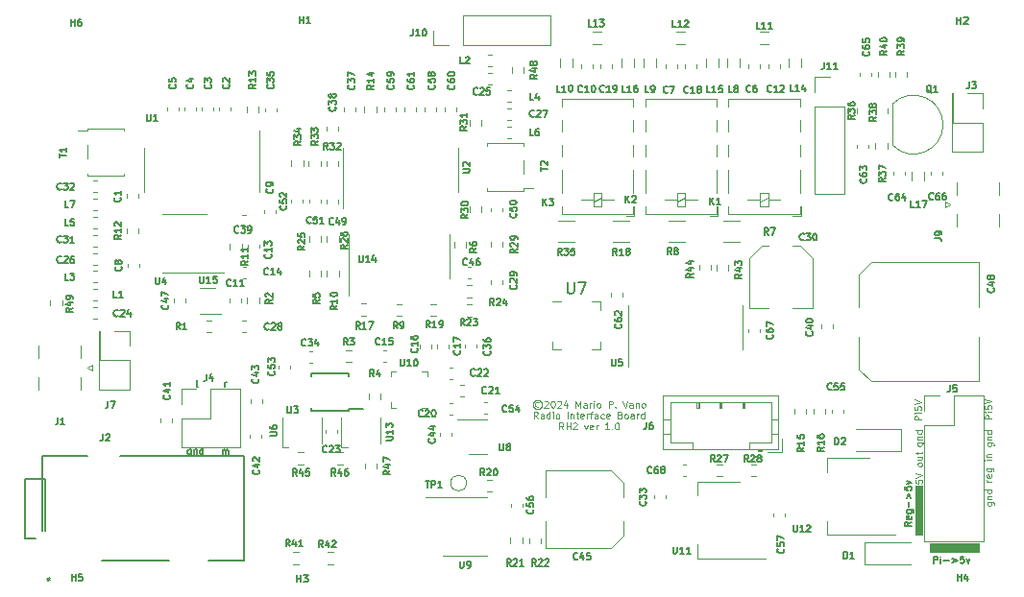
<source format=gto>
G04 #@! TF.GenerationSoftware,KiCad,Pcbnew,7.0.10*
G04 #@! TF.CreationDate,2024-01-23T19:41:07-06:00*
G04 #@! TF.ProjectId,radiohead,72616469-6f68-4656-9164-2e6b69636164,2.0*
G04 #@! TF.SameCoordinates,Original*
G04 #@! TF.FileFunction,Legend,Top*
G04 #@! TF.FilePolarity,Positive*
%FSLAX46Y46*%
G04 Gerber Fmt 4.6, Leading zero omitted, Abs format (unit mm)*
G04 Created by KiCad (PCBNEW 7.0.10) date 2024-01-23 19:41:07*
%MOMM*%
%LPD*%
G01*
G04 APERTURE LIST*
%ADD10C,0.100000*%
%ADD11C,0.125000*%
%ADD12C,0.150000*%
%ADD13C,0.120000*%
%ADD14C,0.152400*%
G04 APERTURE END LIST*
D10*
X158140400Y-146558000D02*
X157480000Y-146558000D01*
X157480000Y-142240000D01*
X158140400Y-142240000D01*
X158140400Y-146558000D01*
G36*
X158140400Y-146558000D02*
G01*
X157480000Y-146558000D01*
X157480000Y-142240000D01*
X158140400Y-142240000D01*
X158140400Y-146558000D01*
G37*
X163068000Y-148082000D02*
X158750000Y-148082000D01*
X158750000Y-147320000D01*
X163068000Y-147320000D01*
X163068000Y-148082000D01*
G36*
X163068000Y-148082000D02*
G01*
X158750000Y-148082000D01*
X158750000Y-147320000D01*
X163068000Y-147320000D01*
X163068000Y-148082000D01*
G37*
D11*
X157681071Y-138472285D02*
X158166785Y-138472285D01*
X158166785Y-138472285D02*
X158223928Y-138500856D01*
X158223928Y-138500856D02*
X158252500Y-138529427D01*
X158252500Y-138529427D02*
X158281071Y-138586570D01*
X158281071Y-138586570D02*
X158281071Y-138672285D01*
X158281071Y-138672285D02*
X158252500Y-138729427D01*
X158052500Y-138472285D02*
X158081071Y-138529427D01*
X158081071Y-138529427D02*
X158081071Y-138643713D01*
X158081071Y-138643713D02*
X158052500Y-138700856D01*
X158052500Y-138700856D02*
X158023928Y-138729427D01*
X158023928Y-138729427D02*
X157966785Y-138757999D01*
X157966785Y-138757999D02*
X157795357Y-138757999D01*
X157795357Y-138757999D02*
X157738214Y-138729427D01*
X157738214Y-138729427D02*
X157709642Y-138700856D01*
X157709642Y-138700856D02*
X157681071Y-138643713D01*
X157681071Y-138643713D02*
X157681071Y-138529427D01*
X157681071Y-138529427D02*
X157709642Y-138472285D01*
X157681071Y-138186570D02*
X158081071Y-138186570D01*
X157738214Y-138186570D02*
X157709642Y-138157999D01*
X157709642Y-138157999D02*
X157681071Y-138100856D01*
X157681071Y-138100856D02*
X157681071Y-138015142D01*
X157681071Y-138015142D02*
X157709642Y-137957999D01*
X157709642Y-137957999D02*
X157766785Y-137929428D01*
X157766785Y-137929428D02*
X158081071Y-137929428D01*
X158081071Y-137386571D02*
X157481071Y-137386571D01*
X158052500Y-137386571D02*
X158081071Y-137443713D01*
X158081071Y-137443713D02*
X158081071Y-137557999D01*
X158081071Y-137557999D02*
X158052500Y-137615142D01*
X158052500Y-137615142D02*
X158023928Y-137643713D01*
X158023928Y-137643713D02*
X157966785Y-137672285D01*
X157966785Y-137672285D02*
X157795357Y-137672285D01*
X157795357Y-137672285D02*
X157738214Y-137643713D01*
X157738214Y-137643713D02*
X157709642Y-137615142D01*
X157709642Y-137615142D02*
X157681071Y-137557999D01*
X157681071Y-137557999D02*
X157681071Y-137443713D01*
X157681071Y-137443713D02*
X157709642Y-137386571D01*
X163841071Y-143712285D02*
X164326785Y-143712285D01*
X164326785Y-143712285D02*
X164383928Y-143740856D01*
X164383928Y-143740856D02*
X164412500Y-143769427D01*
X164412500Y-143769427D02*
X164441071Y-143826570D01*
X164441071Y-143826570D02*
X164441071Y-143912285D01*
X164441071Y-143912285D02*
X164412500Y-143969427D01*
X164212500Y-143712285D02*
X164241071Y-143769427D01*
X164241071Y-143769427D02*
X164241071Y-143883713D01*
X164241071Y-143883713D02*
X164212500Y-143940856D01*
X164212500Y-143940856D02*
X164183928Y-143969427D01*
X164183928Y-143969427D02*
X164126785Y-143997999D01*
X164126785Y-143997999D02*
X163955357Y-143997999D01*
X163955357Y-143997999D02*
X163898214Y-143969427D01*
X163898214Y-143969427D02*
X163869642Y-143940856D01*
X163869642Y-143940856D02*
X163841071Y-143883713D01*
X163841071Y-143883713D02*
X163841071Y-143769427D01*
X163841071Y-143769427D02*
X163869642Y-143712285D01*
X163841071Y-143426570D02*
X164241071Y-143426570D01*
X163898214Y-143426570D02*
X163869642Y-143397999D01*
X163869642Y-143397999D02*
X163841071Y-143340856D01*
X163841071Y-143340856D02*
X163841071Y-143255142D01*
X163841071Y-143255142D02*
X163869642Y-143197999D01*
X163869642Y-143197999D02*
X163926785Y-143169428D01*
X163926785Y-143169428D02*
X164241071Y-143169428D01*
X164241071Y-142626571D02*
X163641071Y-142626571D01*
X164212500Y-142626571D02*
X164241071Y-142683713D01*
X164241071Y-142683713D02*
X164241071Y-142797999D01*
X164241071Y-142797999D02*
X164212500Y-142855142D01*
X164212500Y-142855142D02*
X164183928Y-142883713D01*
X164183928Y-142883713D02*
X164126785Y-142912285D01*
X164126785Y-142912285D02*
X163955357Y-142912285D01*
X163955357Y-142912285D02*
X163898214Y-142883713D01*
X163898214Y-142883713D02*
X163869642Y-142855142D01*
X163869642Y-142855142D02*
X163841071Y-142797999D01*
X163841071Y-142797999D02*
X163841071Y-142683713D01*
X163841071Y-142683713D02*
X163869642Y-142626571D01*
X164191071Y-141882285D02*
X163791071Y-141882285D01*
X163905357Y-141882285D02*
X163848214Y-141853714D01*
X163848214Y-141853714D02*
X163819642Y-141825143D01*
X163819642Y-141825143D02*
X163791071Y-141768000D01*
X163791071Y-141768000D02*
X163791071Y-141710857D01*
X164162500Y-141282285D02*
X164191071Y-141339428D01*
X164191071Y-141339428D02*
X164191071Y-141453714D01*
X164191071Y-141453714D02*
X164162500Y-141510856D01*
X164162500Y-141510856D02*
X164105357Y-141539428D01*
X164105357Y-141539428D02*
X163876785Y-141539428D01*
X163876785Y-141539428D02*
X163819642Y-141510856D01*
X163819642Y-141510856D02*
X163791071Y-141453714D01*
X163791071Y-141453714D02*
X163791071Y-141339428D01*
X163791071Y-141339428D02*
X163819642Y-141282285D01*
X163819642Y-141282285D02*
X163876785Y-141253714D01*
X163876785Y-141253714D02*
X163933928Y-141253714D01*
X163933928Y-141253714D02*
X163991071Y-141539428D01*
X163791071Y-140739428D02*
X164276785Y-140739428D01*
X164276785Y-140739428D02*
X164333928Y-140767999D01*
X164333928Y-140767999D02*
X164362500Y-140796570D01*
X164362500Y-140796570D02*
X164391071Y-140853713D01*
X164391071Y-140853713D02*
X164391071Y-140939428D01*
X164391071Y-140939428D02*
X164362500Y-140996570D01*
X164162500Y-140739428D02*
X164191071Y-140796570D01*
X164191071Y-140796570D02*
X164191071Y-140910856D01*
X164191071Y-140910856D02*
X164162500Y-140967999D01*
X164162500Y-140967999D02*
X164133928Y-140996570D01*
X164133928Y-140996570D02*
X164076785Y-141025142D01*
X164076785Y-141025142D02*
X163905357Y-141025142D01*
X163905357Y-141025142D02*
X163848214Y-140996570D01*
X163848214Y-140996570D02*
X163819642Y-140967999D01*
X163819642Y-140967999D02*
X163791071Y-140910856D01*
X163791071Y-140910856D02*
X163791071Y-140796570D01*
X163791071Y-140796570D02*
X163819642Y-140739428D01*
X164191071Y-139996570D02*
X163791071Y-139996570D01*
X163591071Y-139996570D02*
X163619642Y-140025142D01*
X163619642Y-140025142D02*
X163648214Y-139996570D01*
X163648214Y-139996570D02*
X163619642Y-139967999D01*
X163619642Y-139967999D02*
X163591071Y-139996570D01*
X163591071Y-139996570D02*
X163648214Y-139996570D01*
X163791071Y-139710856D02*
X164191071Y-139710856D01*
X163848214Y-139710856D02*
X163819642Y-139682285D01*
X163819642Y-139682285D02*
X163791071Y-139625142D01*
X163791071Y-139625142D02*
X163791071Y-139539428D01*
X163791071Y-139539428D02*
X163819642Y-139482285D01*
X163819642Y-139482285D02*
X163876785Y-139453714D01*
X163876785Y-139453714D02*
X164191071Y-139453714D01*
X157501071Y-141755142D02*
X157501071Y-142040856D01*
X157501071Y-142040856D02*
X157786785Y-142069428D01*
X157786785Y-142069428D02*
X157758214Y-142040856D01*
X157758214Y-142040856D02*
X157729642Y-141983714D01*
X157729642Y-141983714D02*
X157729642Y-141840856D01*
X157729642Y-141840856D02*
X157758214Y-141783714D01*
X157758214Y-141783714D02*
X157786785Y-141755142D01*
X157786785Y-141755142D02*
X157843928Y-141726571D01*
X157843928Y-141726571D02*
X157986785Y-141726571D01*
X157986785Y-141726571D02*
X158043928Y-141755142D01*
X158043928Y-141755142D02*
X158072500Y-141783714D01*
X158072500Y-141783714D02*
X158101071Y-141840856D01*
X158101071Y-141840856D02*
X158101071Y-141983714D01*
X158101071Y-141983714D02*
X158072500Y-142040856D01*
X158072500Y-142040856D02*
X158043928Y-142069428D01*
X157501071Y-141555142D02*
X158101071Y-141355142D01*
X158101071Y-141355142D02*
X157501071Y-141155142D01*
X158101071Y-140412284D02*
X158072500Y-140469427D01*
X158072500Y-140469427D02*
X158043928Y-140497998D01*
X158043928Y-140497998D02*
X157986785Y-140526570D01*
X157986785Y-140526570D02*
X157815357Y-140526570D01*
X157815357Y-140526570D02*
X157758214Y-140497998D01*
X157758214Y-140497998D02*
X157729642Y-140469427D01*
X157729642Y-140469427D02*
X157701071Y-140412284D01*
X157701071Y-140412284D02*
X157701071Y-140326570D01*
X157701071Y-140326570D02*
X157729642Y-140269427D01*
X157729642Y-140269427D02*
X157758214Y-140240856D01*
X157758214Y-140240856D02*
X157815357Y-140212284D01*
X157815357Y-140212284D02*
X157986785Y-140212284D01*
X157986785Y-140212284D02*
X158043928Y-140240856D01*
X158043928Y-140240856D02*
X158072500Y-140269427D01*
X158072500Y-140269427D02*
X158101071Y-140326570D01*
X158101071Y-140326570D02*
X158101071Y-140412284D01*
X157701071Y-139697999D02*
X158101071Y-139697999D01*
X157701071Y-139955141D02*
X158015357Y-139955141D01*
X158015357Y-139955141D02*
X158072500Y-139926570D01*
X158072500Y-139926570D02*
X158101071Y-139869427D01*
X158101071Y-139869427D02*
X158101071Y-139783713D01*
X158101071Y-139783713D02*
X158072500Y-139726570D01*
X158072500Y-139726570D02*
X158043928Y-139697999D01*
X157701071Y-139497999D02*
X157701071Y-139269427D01*
X157501071Y-139412284D02*
X158015357Y-139412284D01*
X158015357Y-139412284D02*
X158072500Y-139383713D01*
X158072500Y-139383713D02*
X158101071Y-139326570D01*
X158101071Y-139326570D02*
X158101071Y-139269427D01*
X164241071Y-136370856D02*
X163641071Y-136370856D01*
X163641071Y-136370856D02*
X163641071Y-136142285D01*
X163641071Y-136142285D02*
X163669642Y-136085142D01*
X163669642Y-136085142D02*
X163698214Y-136056571D01*
X163698214Y-136056571D02*
X163755357Y-136027999D01*
X163755357Y-136027999D02*
X163841071Y-136027999D01*
X163841071Y-136027999D02*
X163898214Y-136056571D01*
X163898214Y-136056571D02*
X163926785Y-136085142D01*
X163926785Y-136085142D02*
X163955357Y-136142285D01*
X163955357Y-136142285D02*
X163955357Y-136370856D01*
X164241071Y-135770856D02*
X163841071Y-135770856D01*
X163641071Y-135770856D02*
X163669642Y-135799428D01*
X163669642Y-135799428D02*
X163698214Y-135770856D01*
X163698214Y-135770856D02*
X163669642Y-135742285D01*
X163669642Y-135742285D02*
X163641071Y-135770856D01*
X163641071Y-135770856D02*
X163698214Y-135770856D01*
X163641071Y-135199428D02*
X163641071Y-135485142D01*
X163641071Y-135485142D02*
X163926785Y-135513714D01*
X163926785Y-135513714D02*
X163898214Y-135485142D01*
X163898214Y-135485142D02*
X163869642Y-135428000D01*
X163869642Y-135428000D02*
X163869642Y-135285142D01*
X163869642Y-135285142D02*
X163898214Y-135228000D01*
X163898214Y-135228000D02*
X163926785Y-135199428D01*
X163926785Y-135199428D02*
X163983928Y-135170857D01*
X163983928Y-135170857D02*
X164126785Y-135170857D01*
X164126785Y-135170857D02*
X164183928Y-135199428D01*
X164183928Y-135199428D02*
X164212500Y-135228000D01*
X164212500Y-135228000D02*
X164241071Y-135285142D01*
X164241071Y-135285142D02*
X164241071Y-135428000D01*
X164241071Y-135428000D02*
X164212500Y-135485142D01*
X164212500Y-135485142D02*
X164183928Y-135513714D01*
X163641071Y-134999428D02*
X164241071Y-134799428D01*
X164241071Y-134799428D02*
X163641071Y-134599428D01*
X158021071Y-136450856D02*
X157421071Y-136450856D01*
X157421071Y-136450856D02*
X157421071Y-136222285D01*
X157421071Y-136222285D02*
X157449642Y-136165142D01*
X157449642Y-136165142D02*
X157478214Y-136136571D01*
X157478214Y-136136571D02*
X157535357Y-136107999D01*
X157535357Y-136107999D02*
X157621071Y-136107999D01*
X157621071Y-136107999D02*
X157678214Y-136136571D01*
X157678214Y-136136571D02*
X157706785Y-136165142D01*
X157706785Y-136165142D02*
X157735357Y-136222285D01*
X157735357Y-136222285D02*
X157735357Y-136450856D01*
X158021071Y-135850856D02*
X157621071Y-135850856D01*
X157421071Y-135850856D02*
X157449642Y-135879428D01*
X157449642Y-135879428D02*
X157478214Y-135850856D01*
X157478214Y-135850856D02*
X157449642Y-135822285D01*
X157449642Y-135822285D02*
X157421071Y-135850856D01*
X157421071Y-135850856D02*
X157478214Y-135850856D01*
X157421071Y-135279428D02*
X157421071Y-135565142D01*
X157421071Y-135565142D02*
X157706785Y-135593714D01*
X157706785Y-135593714D02*
X157678214Y-135565142D01*
X157678214Y-135565142D02*
X157649642Y-135508000D01*
X157649642Y-135508000D02*
X157649642Y-135365142D01*
X157649642Y-135365142D02*
X157678214Y-135308000D01*
X157678214Y-135308000D02*
X157706785Y-135279428D01*
X157706785Y-135279428D02*
X157763928Y-135250857D01*
X157763928Y-135250857D02*
X157906785Y-135250857D01*
X157906785Y-135250857D02*
X157963928Y-135279428D01*
X157963928Y-135279428D02*
X157992500Y-135308000D01*
X157992500Y-135308000D02*
X158021071Y-135365142D01*
X158021071Y-135365142D02*
X158021071Y-135508000D01*
X158021071Y-135508000D02*
X157992500Y-135565142D01*
X157992500Y-135565142D02*
X157963928Y-135593714D01*
X157421071Y-135079428D02*
X158021071Y-134879428D01*
X158021071Y-134879428D02*
X157421071Y-134679428D01*
X124293542Y-134914728D02*
X124236399Y-134886157D01*
X124236399Y-134886157D02*
X124122113Y-134886157D01*
X124122113Y-134886157D02*
X124064971Y-134914728D01*
X124064971Y-134914728D02*
X124007828Y-134971871D01*
X124007828Y-134971871D02*
X123979256Y-135029014D01*
X123979256Y-135029014D02*
X123979256Y-135143300D01*
X123979256Y-135143300D02*
X124007828Y-135200442D01*
X124007828Y-135200442D02*
X124064971Y-135257585D01*
X124064971Y-135257585D02*
X124122113Y-135286157D01*
X124122113Y-135286157D02*
X124236399Y-135286157D01*
X124236399Y-135286157D02*
X124293542Y-135257585D01*
X124179256Y-134686157D02*
X124036399Y-134714728D01*
X124036399Y-134714728D02*
X123893542Y-134800442D01*
X123893542Y-134800442D02*
X123807828Y-134943300D01*
X123807828Y-134943300D02*
X123779256Y-135086157D01*
X123779256Y-135086157D02*
X123807828Y-135229014D01*
X123807828Y-135229014D02*
X123893542Y-135371871D01*
X123893542Y-135371871D02*
X124036399Y-135457585D01*
X124036399Y-135457585D02*
X124179256Y-135486157D01*
X124179256Y-135486157D02*
X124322113Y-135457585D01*
X124322113Y-135457585D02*
X124464971Y-135371871D01*
X124464971Y-135371871D02*
X124550685Y-135229014D01*
X124550685Y-135229014D02*
X124579256Y-135086157D01*
X124579256Y-135086157D02*
X124550685Y-134943300D01*
X124550685Y-134943300D02*
X124464971Y-134800442D01*
X124464971Y-134800442D02*
X124322113Y-134714728D01*
X124322113Y-134714728D02*
X124179256Y-134686157D01*
X124807827Y-134829014D02*
X124836399Y-134800442D01*
X124836399Y-134800442D02*
X124893542Y-134771871D01*
X124893542Y-134771871D02*
X125036399Y-134771871D01*
X125036399Y-134771871D02*
X125093542Y-134800442D01*
X125093542Y-134800442D02*
X125122113Y-134829014D01*
X125122113Y-134829014D02*
X125150684Y-134886157D01*
X125150684Y-134886157D02*
X125150684Y-134943300D01*
X125150684Y-134943300D02*
X125122113Y-135029014D01*
X125122113Y-135029014D02*
X124779256Y-135371871D01*
X124779256Y-135371871D02*
X125150684Y-135371871D01*
X125522113Y-134771871D02*
X125579256Y-134771871D01*
X125579256Y-134771871D02*
X125636399Y-134800442D01*
X125636399Y-134800442D02*
X125664971Y-134829014D01*
X125664971Y-134829014D02*
X125693542Y-134886157D01*
X125693542Y-134886157D02*
X125722113Y-135000442D01*
X125722113Y-135000442D02*
X125722113Y-135143300D01*
X125722113Y-135143300D02*
X125693542Y-135257585D01*
X125693542Y-135257585D02*
X125664971Y-135314728D01*
X125664971Y-135314728D02*
X125636399Y-135343300D01*
X125636399Y-135343300D02*
X125579256Y-135371871D01*
X125579256Y-135371871D02*
X125522113Y-135371871D01*
X125522113Y-135371871D02*
X125464971Y-135343300D01*
X125464971Y-135343300D02*
X125436399Y-135314728D01*
X125436399Y-135314728D02*
X125407828Y-135257585D01*
X125407828Y-135257585D02*
X125379256Y-135143300D01*
X125379256Y-135143300D02*
X125379256Y-135000442D01*
X125379256Y-135000442D02*
X125407828Y-134886157D01*
X125407828Y-134886157D02*
X125436399Y-134829014D01*
X125436399Y-134829014D02*
X125464971Y-134800442D01*
X125464971Y-134800442D02*
X125522113Y-134771871D01*
X125950685Y-134829014D02*
X125979257Y-134800442D01*
X125979257Y-134800442D02*
X126036400Y-134771871D01*
X126036400Y-134771871D02*
X126179257Y-134771871D01*
X126179257Y-134771871D02*
X126236400Y-134800442D01*
X126236400Y-134800442D02*
X126264971Y-134829014D01*
X126264971Y-134829014D02*
X126293542Y-134886157D01*
X126293542Y-134886157D02*
X126293542Y-134943300D01*
X126293542Y-134943300D02*
X126264971Y-135029014D01*
X126264971Y-135029014D02*
X125922114Y-135371871D01*
X125922114Y-135371871D02*
X126293542Y-135371871D01*
X126807829Y-134971871D02*
X126807829Y-135371871D01*
X126664971Y-134743300D02*
X126522114Y-135171871D01*
X126522114Y-135171871D02*
X126893543Y-135171871D01*
X127579258Y-135371871D02*
X127579258Y-134771871D01*
X127579258Y-134771871D02*
X127779258Y-135200442D01*
X127779258Y-135200442D02*
X127979258Y-134771871D01*
X127979258Y-134771871D02*
X127979258Y-135371871D01*
X128522115Y-135371871D02*
X128522115Y-135057585D01*
X128522115Y-135057585D02*
X128493543Y-135000442D01*
X128493543Y-135000442D02*
X128436400Y-134971871D01*
X128436400Y-134971871D02*
X128322115Y-134971871D01*
X128322115Y-134971871D02*
X128264972Y-135000442D01*
X128522115Y-135343300D02*
X128464972Y-135371871D01*
X128464972Y-135371871D02*
X128322115Y-135371871D01*
X128322115Y-135371871D02*
X128264972Y-135343300D01*
X128264972Y-135343300D02*
X128236400Y-135286157D01*
X128236400Y-135286157D02*
X128236400Y-135229014D01*
X128236400Y-135229014D02*
X128264972Y-135171871D01*
X128264972Y-135171871D02*
X128322115Y-135143300D01*
X128322115Y-135143300D02*
X128464972Y-135143300D01*
X128464972Y-135143300D02*
X128522115Y-135114728D01*
X128807829Y-135371871D02*
X128807829Y-134971871D01*
X128807829Y-135086157D02*
X128836400Y-135029014D01*
X128836400Y-135029014D02*
X128864972Y-135000442D01*
X128864972Y-135000442D02*
X128922114Y-134971871D01*
X128922114Y-134971871D02*
X128979257Y-134971871D01*
X129179258Y-135371871D02*
X129179258Y-134971871D01*
X129179258Y-134771871D02*
X129150686Y-134800442D01*
X129150686Y-134800442D02*
X129179258Y-134829014D01*
X129179258Y-134829014D02*
X129207829Y-134800442D01*
X129207829Y-134800442D02*
X129179258Y-134771871D01*
X129179258Y-134771871D02*
X129179258Y-134829014D01*
X129550686Y-135371871D02*
X129493543Y-135343300D01*
X129493543Y-135343300D02*
X129464972Y-135314728D01*
X129464972Y-135314728D02*
X129436400Y-135257585D01*
X129436400Y-135257585D02*
X129436400Y-135086157D01*
X129436400Y-135086157D02*
X129464972Y-135029014D01*
X129464972Y-135029014D02*
X129493543Y-135000442D01*
X129493543Y-135000442D02*
X129550686Y-134971871D01*
X129550686Y-134971871D02*
X129636400Y-134971871D01*
X129636400Y-134971871D02*
X129693543Y-135000442D01*
X129693543Y-135000442D02*
X129722115Y-135029014D01*
X129722115Y-135029014D02*
X129750686Y-135086157D01*
X129750686Y-135086157D02*
X129750686Y-135257585D01*
X129750686Y-135257585D02*
X129722115Y-135314728D01*
X129722115Y-135314728D02*
X129693543Y-135343300D01*
X129693543Y-135343300D02*
X129636400Y-135371871D01*
X129636400Y-135371871D02*
X129550686Y-135371871D01*
X130464972Y-135371871D02*
X130464972Y-134771871D01*
X130464972Y-134771871D02*
X130693543Y-134771871D01*
X130693543Y-134771871D02*
X130750686Y-134800442D01*
X130750686Y-134800442D02*
X130779257Y-134829014D01*
X130779257Y-134829014D02*
X130807829Y-134886157D01*
X130807829Y-134886157D02*
X130807829Y-134971871D01*
X130807829Y-134971871D02*
X130779257Y-135029014D01*
X130779257Y-135029014D02*
X130750686Y-135057585D01*
X130750686Y-135057585D02*
X130693543Y-135086157D01*
X130693543Y-135086157D02*
X130464972Y-135086157D01*
X131064972Y-135314728D02*
X131093543Y-135343300D01*
X131093543Y-135343300D02*
X131064972Y-135371871D01*
X131064972Y-135371871D02*
X131036400Y-135343300D01*
X131036400Y-135343300D02*
X131064972Y-135314728D01*
X131064972Y-135314728D02*
X131064972Y-135371871D01*
X131722114Y-134771871D02*
X131922114Y-135371871D01*
X131922114Y-135371871D02*
X132122114Y-134771871D01*
X132579258Y-135371871D02*
X132579258Y-135057585D01*
X132579258Y-135057585D02*
X132550686Y-135000442D01*
X132550686Y-135000442D02*
X132493543Y-134971871D01*
X132493543Y-134971871D02*
X132379258Y-134971871D01*
X132379258Y-134971871D02*
X132322115Y-135000442D01*
X132579258Y-135343300D02*
X132522115Y-135371871D01*
X132522115Y-135371871D02*
X132379258Y-135371871D01*
X132379258Y-135371871D02*
X132322115Y-135343300D01*
X132322115Y-135343300D02*
X132293543Y-135286157D01*
X132293543Y-135286157D02*
X132293543Y-135229014D01*
X132293543Y-135229014D02*
X132322115Y-135171871D01*
X132322115Y-135171871D02*
X132379258Y-135143300D01*
X132379258Y-135143300D02*
X132522115Y-135143300D01*
X132522115Y-135143300D02*
X132579258Y-135114728D01*
X132864972Y-134971871D02*
X132864972Y-135371871D01*
X132864972Y-135029014D02*
X132893543Y-135000442D01*
X132893543Y-135000442D02*
X132950686Y-134971871D01*
X132950686Y-134971871D02*
X133036400Y-134971871D01*
X133036400Y-134971871D02*
X133093543Y-135000442D01*
X133093543Y-135000442D02*
X133122115Y-135057585D01*
X133122115Y-135057585D02*
X133122115Y-135371871D01*
X133493543Y-135371871D02*
X133436400Y-135343300D01*
X133436400Y-135343300D02*
X133407829Y-135314728D01*
X133407829Y-135314728D02*
X133379257Y-135257585D01*
X133379257Y-135257585D02*
X133379257Y-135086157D01*
X133379257Y-135086157D02*
X133407829Y-135029014D01*
X133407829Y-135029014D02*
X133436400Y-135000442D01*
X133436400Y-135000442D02*
X133493543Y-134971871D01*
X133493543Y-134971871D02*
X133579257Y-134971871D01*
X133579257Y-134971871D02*
X133636400Y-135000442D01*
X133636400Y-135000442D02*
X133664972Y-135029014D01*
X133664972Y-135029014D02*
X133693543Y-135086157D01*
X133693543Y-135086157D02*
X133693543Y-135257585D01*
X133693543Y-135257585D02*
X133664972Y-135314728D01*
X133664972Y-135314728D02*
X133636400Y-135343300D01*
X133636400Y-135343300D02*
X133579257Y-135371871D01*
X133579257Y-135371871D02*
X133493543Y-135371871D01*
X124222114Y-136337871D02*
X124022114Y-136052157D01*
X123879257Y-136337871D02*
X123879257Y-135737871D01*
X123879257Y-135737871D02*
X124107828Y-135737871D01*
X124107828Y-135737871D02*
X124164971Y-135766442D01*
X124164971Y-135766442D02*
X124193542Y-135795014D01*
X124193542Y-135795014D02*
X124222114Y-135852157D01*
X124222114Y-135852157D02*
X124222114Y-135937871D01*
X124222114Y-135937871D02*
X124193542Y-135995014D01*
X124193542Y-135995014D02*
X124164971Y-136023585D01*
X124164971Y-136023585D02*
X124107828Y-136052157D01*
X124107828Y-136052157D02*
X123879257Y-136052157D01*
X124736400Y-136337871D02*
X124736400Y-136023585D01*
X124736400Y-136023585D02*
X124707828Y-135966442D01*
X124707828Y-135966442D02*
X124650685Y-135937871D01*
X124650685Y-135937871D02*
X124536400Y-135937871D01*
X124536400Y-135937871D02*
X124479257Y-135966442D01*
X124736400Y-136309300D02*
X124679257Y-136337871D01*
X124679257Y-136337871D02*
X124536400Y-136337871D01*
X124536400Y-136337871D02*
X124479257Y-136309300D01*
X124479257Y-136309300D02*
X124450685Y-136252157D01*
X124450685Y-136252157D02*
X124450685Y-136195014D01*
X124450685Y-136195014D02*
X124479257Y-136137871D01*
X124479257Y-136137871D02*
X124536400Y-136109300D01*
X124536400Y-136109300D02*
X124679257Y-136109300D01*
X124679257Y-136109300D02*
X124736400Y-136080728D01*
X125279257Y-136337871D02*
X125279257Y-135737871D01*
X125279257Y-136309300D02*
X125222114Y-136337871D01*
X125222114Y-136337871D02*
X125107828Y-136337871D01*
X125107828Y-136337871D02*
X125050685Y-136309300D01*
X125050685Y-136309300D02*
X125022114Y-136280728D01*
X125022114Y-136280728D02*
X124993542Y-136223585D01*
X124993542Y-136223585D02*
X124993542Y-136052157D01*
X124993542Y-136052157D02*
X125022114Y-135995014D01*
X125022114Y-135995014D02*
X125050685Y-135966442D01*
X125050685Y-135966442D02*
X125107828Y-135937871D01*
X125107828Y-135937871D02*
X125222114Y-135937871D01*
X125222114Y-135937871D02*
X125279257Y-135966442D01*
X125564971Y-136337871D02*
X125564971Y-135937871D01*
X125564971Y-135737871D02*
X125536399Y-135766442D01*
X125536399Y-135766442D02*
X125564971Y-135795014D01*
X125564971Y-135795014D02*
X125593542Y-135766442D01*
X125593542Y-135766442D02*
X125564971Y-135737871D01*
X125564971Y-135737871D02*
X125564971Y-135795014D01*
X125936399Y-136337871D02*
X125879256Y-136309300D01*
X125879256Y-136309300D02*
X125850685Y-136280728D01*
X125850685Y-136280728D02*
X125822113Y-136223585D01*
X125822113Y-136223585D02*
X125822113Y-136052157D01*
X125822113Y-136052157D02*
X125850685Y-135995014D01*
X125850685Y-135995014D02*
X125879256Y-135966442D01*
X125879256Y-135966442D02*
X125936399Y-135937871D01*
X125936399Y-135937871D02*
X126022113Y-135937871D01*
X126022113Y-135937871D02*
X126079256Y-135966442D01*
X126079256Y-135966442D02*
X126107828Y-135995014D01*
X126107828Y-135995014D02*
X126136399Y-136052157D01*
X126136399Y-136052157D02*
X126136399Y-136223585D01*
X126136399Y-136223585D02*
X126107828Y-136280728D01*
X126107828Y-136280728D02*
X126079256Y-136309300D01*
X126079256Y-136309300D02*
X126022113Y-136337871D01*
X126022113Y-136337871D02*
X125936399Y-136337871D01*
X126850685Y-136337871D02*
X126850685Y-135737871D01*
X127136399Y-135937871D02*
X127136399Y-136337871D01*
X127136399Y-135995014D02*
X127164970Y-135966442D01*
X127164970Y-135966442D02*
X127222113Y-135937871D01*
X127222113Y-135937871D02*
X127307827Y-135937871D01*
X127307827Y-135937871D02*
X127364970Y-135966442D01*
X127364970Y-135966442D02*
X127393542Y-136023585D01*
X127393542Y-136023585D02*
X127393542Y-136337871D01*
X127593541Y-135937871D02*
X127822113Y-135937871D01*
X127679256Y-135737871D02*
X127679256Y-136252157D01*
X127679256Y-136252157D02*
X127707827Y-136309300D01*
X127707827Y-136309300D02*
X127764970Y-136337871D01*
X127764970Y-136337871D02*
X127822113Y-136337871D01*
X128250684Y-136309300D02*
X128193541Y-136337871D01*
X128193541Y-136337871D02*
X128079256Y-136337871D01*
X128079256Y-136337871D02*
X128022113Y-136309300D01*
X128022113Y-136309300D02*
X127993541Y-136252157D01*
X127993541Y-136252157D02*
X127993541Y-136023585D01*
X127993541Y-136023585D02*
X128022113Y-135966442D01*
X128022113Y-135966442D02*
X128079256Y-135937871D01*
X128079256Y-135937871D02*
X128193541Y-135937871D01*
X128193541Y-135937871D02*
X128250684Y-135966442D01*
X128250684Y-135966442D02*
X128279256Y-136023585D01*
X128279256Y-136023585D02*
X128279256Y-136080728D01*
X128279256Y-136080728D02*
X127993541Y-136137871D01*
X128536399Y-136337871D02*
X128536399Y-135937871D01*
X128536399Y-136052157D02*
X128564970Y-135995014D01*
X128564970Y-135995014D02*
X128593542Y-135966442D01*
X128593542Y-135966442D02*
X128650684Y-135937871D01*
X128650684Y-135937871D02*
X128707827Y-135937871D01*
X128822113Y-135937871D02*
X129050685Y-135937871D01*
X128907828Y-136337871D02*
X128907828Y-135823585D01*
X128907828Y-135823585D02*
X128936399Y-135766442D01*
X128936399Y-135766442D02*
X128993542Y-135737871D01*
X128993542Y-135737871D02*
X129050685Y-135737871D01*
X129507828Y-136337871D02*
X129507828Y-136023585D01*
X129507828Y-136023585D02*
X129479256Y-135966442D01*
X129479256Y-135966442D02*
X129422113Y-135937871D01*
X129422113Y-135937871D02*
X129307828Y-135937871D01*
X129307828Y-135937871D02*
X129250685Y-135966442D01*
X129507828Y-136309300D02*
X129450685Y-136337871D01*
X129450685Y-136337871D02*
X129307828Y-136337871D01*
X129307828Y-136337871D02*
X129250685Y-136309300D01*
X129250685Y-136309300D02*
X129222113Y-136252157D01*
X129222113Y-136252157D02*
X129222113Y-136195014D01*
X129222113Y-136195014D02*
X129250685Y-136137871D01*
X129250685Y-136137871D02*
X129307828Y-136109300D01*
X129307828Y-136109300D02*
X129450685Y-136109300D01*
X129450685Y-136109300D02*
X129507828Y-136080728D01*
X130050685Y-136309300D02*
X129993542Y-136337871D01*
X129993542Y-136337871D02*
X129879256Y-136337871D01*
X129879256Y-136337871D02*
X129822113Y-136309300D01*
X129822113Y-136309300D02*
X129793542Y-136280728D01*
X129793542Y-136280728D02*
X129764970Y-136223585D01*
X129764970Y-136223585D02*
X129764970Y-136052157D01*
X129764970Y-136052157D02*
X129793542Y-135995014D01*
X129793542Y-135995014D02*
X129822113Y-135966442D01*
X129822113Y-135966442D02*
X129879256Y-135937871D01*
X129879256Y-135937871D02*
X129993542Y-135937871D01*
X129993542Y-135937871D02*
X130050685Y-135966442D01*
X130536399Y-136309300D02*
X130479256Y-136337871D01*
X130479256Y-136337871D02*
X130364971Y-136337871D01*
X130364971Y-136337871D02*
X130307828Y-136309300D01*
X130307828Y-136309300D02*
X130279256Y-136252157D01*
X130279256Y-136252157D02*
X130279256Y-136023585D01*
X130279256Y-136023585D02*
X130307828Y-135966442D01*
X130307828Y-135966442D02*
X130364971Y-135937871D01*
X130364971Y-135937871D02*
X130479256Y-135937871D01*
X130479256Y-135937871D02*
X130536399Y-135966442D01*
X130536399Y-135966442D02*
X130564971Y-136023585D01*
X130564971Y-136023585D02*
X130564971Y-136080728D01*
X130564971Y-136080728D02*
X130279256Y-136137871D01*
X131479257Y-136023585D02*
X131564971Y-136052157D01*
X131564971Y-136052157D02*
X131593542Y-136080728D01*
X131593542Y-136080728D02*
X131622114Y-136137871D01*
X131622114Y-136137871D02*
X131622114Y-136223585D01*
X131622114Y-136223585D02*
X131593542Y-136280728D01*
X131593542Y-136280728D02*
X131564971Y-136309300D01*
X131564971Y-136309300D02*
X131507828Y-136337871D01*
X131507828Y-136337871D02*
X131279257Y-136337871D01*
X131279257Y-136337871D02*
X131279257Y-135737871D01*
X131279257Y-135737871D02*
X131479257Y-135737871D01*
X131479257Y-135737871D02*
X131536400Y-135766442D01*
X131536400Y-135766442D02*
X131564971Y-135795014D01*
X131564971Y-135795014D02*
X131593542Y-135852157D01*
X131593542Y-135852157D02*
X131593542Y-135909300D01*
X131593542Y-135909300D02*
X131564971Y-135966442D01*
X131564971Y-135966442D02*
X131536400Y-135995014D01*
X131536400Y-135995014D02*
X131479257Y-136023585D01*
X131479257Y-136023585D02*
X131279257Y-136023585D01*
X131964971Y-136337871D02*
X131907828Y-136309300D01*
X131907828Y-136309300D02*
X131879257Y-136280728D01*
X131879257Y-136280728D02*
X131850685Y-136223585D01*
X131850685Y-136223585D02*
X131850685Y-136052157D01*
X131850685Y-136052157D02*
X131879257Y-135995014D01*
X131879257Y-135995014D02*
X131907828Y-135966442D01*
X131907828Y-135966442D02*
X131964971Y-135937871D01*
X131964971Y-135937871D02*
X132050685Y-135937871D01*
X132050685Y-135937871D02*
X132107828Y-135966442D01*
X132107828Y-135966442D02*
X132136400Y-135995014D01*
X132136400Y-135995014D02*
X132164971Y-136052157D01*
X132164971Y-136052157D02*
X132164971Y-136223585D01*
X132164971Y-136223585D02*
X132136400Y-136280728D01*
X132136400Y-136280728D02*
X132107828Y-136309300D01*
X132107828Y-136309300D02*
X132050685Y-136337871D01*
X132050685Y-136337871D02*
X131964971Y-136337871D01*
X132679257Y-136337871D02*
X132679257Y-136023585D01*
X132679257Y-136023585D02*
X132650685Y-135966442D01*
X132650685Y-135966442D02*
X132593542Y-135937871D01*
X132593542Y-135937871D02*
X132479257Y-135937871D01*
X132479257Y-135937871D02*
X132422114Y-135966442D01*
X132679257Y-136309300D02*
X132622114Y-136337871D01*
X132622114Y-136337871D02*
X132479257Y-136337871D01*
X132479257Y-136337871D02*
X132422114Y-136309300D01*
X132422114Y-136309300D02*
X132393542Y-136252157D01*
X132393542Y-136252157D02*
X132393542Y-136195014D01*
X132393542Y-136195014D02*
X132422114Y-136137871D01*
X132422114Y-136137871D02*
X132479257Y-136109300D01*
X132479257Y-136109300D02*
X132622114Y-136109300D01*
X132622114Y-136109300D02*
X132679257Y-136080728D01*
X132964971Y-136337871D02*
X132964971Y-135937871D01*
X132964971Y-136052157D02*
X132993542Y-135995014D01*
X132993542Y-135995014D02*
X133022114Y-135966442D01*
X133022114Y-135966442D02*
X133079256Y-135937871D01*
X133079256Y-135937871D02*
X133136399Y-135937871D01*
X133593543Y-136337871D02*
X133593543Y-135737871D01*
X133593543Y-136309300D02*
X133536400Y-136337871D01*
X133536400Y-136337871D02*
X133422114Y-136337871D01*
X133422114Y-136337871D02*
X133364971Y-136309300D01*
X133364971Y-136309300D02*
X133336400Y-136280728D01*
X133336400Y-136280728D02*
X133307828Y-136223585D01*
X133307828Y-136223585D02*
X133307828Y-136052157D01*
X133307828Y-136052157D02*
X133336400Y-135995014D01*
X133336400Y-135995014D02*
X133364971Y-135966442D01*
X133364971Y-135966442D02*
X133422114Y-135937871D01*
X133422114Y-135937871D02*
X133536400Y-135937871D01*
X133536400Y-135937871D02*
X133593543Y-135966442D01*
X126479256Y-137303871D02*
X126279256Y-137018157D01*
X126136399Y-137303871D02*
X126136399Y-136703871D01*
X126136399Y-136703871D02*
X126364970Y-136703871D01*
X126364970Y-136703871D02*
X126422113Y-136732442D01*
X126422113Y-136732442D02*
X126450684Y-136761014D01*
X126450684Y-136761014D02*
X126479256Y-136818157D01*
X126479256Y-136818157D02*
X126479256Y-136903871D01*
X126479256Y-136903871D02*
X126450684Y-136961014D01*
X126450684Y-136961014D02*
X126422113Y-136989585D01*
X126422113Y-136989585D02*
X126364970Y-137018157D01*
X126364970Y-137018157D02*
X126136399Y-137018157D01*
X126736399Y-137303871D02*
X126736399Y-136703871D01*
X126736399Y-136989585D02*
X127079256Y-136989585D01*
X127079256Y-137303871D02*
X127079256Y-136703871D01*
X127336398Y-136761014D02*
X127364970Y-136732442D01*
X127364970Y-136732442D02*
X127422113Y-136703871D01*
X127422113Y-136703871D02*
X127564970Y-136703871D01*
X127564970Y-136703871D02*
X127622113Y-136732442D01*
X127622113Y-136732442D02*
X127650684Y-136761014D01*
X127650684Y-136761014D02*
X127679255Y-136818157D01*
X127679255Y-136818157D02*
X127679255Y-136875300D01*
X127679255Y-136875300D02*
X127650684Y-136961014D01*
X127650684Y-136961014D02*
X127307827Y-137303871D01*
X127307827Y-137303871D02*
X127679255Y-137303871D01*
X128336399Y-136903871D02*
X128479256Y-137303871D01*
X128479256Y-137303871D02*
X128622113Y-136903871D01*
X129079256Y-137275300D02*
X129022113Y-137303871D01*
X129022113Y-137303871D02*
X128907828Y-137303871D01*
X128907828Y-137303871D02*
X128850685Y-137275300D01*
X128850685Y-137275300D02*
X128822113Y-137218157D01*
X128822113Y-137218157D02*
X128822113Y-136989585D01*
X128822113Y-136989585D02*
X128850685Y-136932442D01*
X128850685Y-136932442D02*
X128907828Y-136903871D01*
X128907828Y-136903871D02*
X129022113Y-136903871D01*
X129022113Y-136903871D02*
X129079256Y-136932442D01*
X129079256Y-136932442D02*
X129107828Y-136989585D01*
X129107828Y-136989585D02*
X129107828Y-137046728D01*
X129107828Y-137046728D02*
X128822113Y-137103871D01*
X129364971Y-137303871D02*
X129364971Y-136903871D01*
X129364971Y-137018157D02*
X129393542Y-136961014D01*
X129393542Y-136961014D02*
X129422114Y-136932442D01*
X129422114Y-136932442D02*
X129479256Y-136903871D01*
X129479256Y-136903871D02*
X129536399Y-136903871D01*
X130507828Y-137303871D02*
X130164971Y-137303871D01*
X130336400Y-137303871D02*
X130336400Y-136703871D01*
X130336400Y-136703871D02*
X130279257Y-136789585D01*
X130279257Y-136789585D02*
X130222114Y-136846728D01*
X130222114Y-136846728D02*
X130164971Y-136875300D01*
X130764972Y-137246728D02*
X130793543Y-137275300D01*
X130793543Y-137275300D02*
X130764972Y-137303871D01*
X130764972Y-137303871D02*
X130736400Y-137275300D01*
X130736400Y-137275300D02*
X130764972Y-137246728D01*
X130764972Y-137246728D02*
X130764972Y-137303871D01*
X131164971Y-136703871D02*
X131222114Y-136703871D01*
X131222114Y-136703871D02*
X131279257Y-136732442D01*
X131279257Y-136732442D02*
X131307829Y-136761014D01*
X131307829Y-136761014D02*
X131336400Y-136818157D01*
X131336400Y-136818157D02*
X131364971Y-136932442D01*
X131364971Y-136932442D02*
X131364971Y-137075300D01*
X131364971Y-137075300D02*
X131336400Y-137189585D01*
X131336400Y-137189585D02*
X131307829Y-137246728D01*
X131307829Y-137246728D02*
X131279257Y-137275300D01*
X131279257Y-137275300D02*
X131222114Y-137303871D01*
X131222114Y-137303871D02*
X131164971Y-137303871D01*
X131164971Y-137303871D02*
X131107829Y-137275300D01*
X131107829Y-137275300D02*
X131079257Y-137246728D01*
X131079257Y-137246728D02*
X131050686Y-137189585D01*
X131050686Y-137189585D02*
X131022114Y-137075300D01*
X131022114Y-137075300D02*
X131022114Y-136932442D01*
X131022114Y-136932442D02*
X131050686Y-136818157D01*
X131050686Y-136818157D02*
X131079257Y-136761014D01*
X131079257Y-136761014D02*
X131107829Y-136732442D01*
X131107829Y-136732442D02*
X131164971Y-136703871D01*
D12*
X94241855Y-133531571D02*
X94184712Y-133503000D01*
X94184712Y-133503000D02*
X94156141Y-133445857D01*
X94156141Y-133445857D02*
X94156141Y-132931571D01*
X93638684Y-139068771D02*
X93638684Y-139554485D01*
X93638684Y-139554485D02*
X93610112Y-139611628D01*
X93610112Y-139611628D02*
X93581541Y-139640200D01*
X93581541Y-139640200D02*
X93524398Y-139668771D01*
X93524398Y-139668771D02*
X93438684Y-139668771D01*
X93438684Y-139668771D02*
X93381541Y-139640200D01*
X93638684Y-139440200D02*
X93581541Y-139468771D01*
X93581541Y-139468771D02*
X93467255Y-139468771D01*
X93467255Y-139468771D02*
X93410112Y-139440200D01*
X93410112Y-139440200D02*
X93381541Y-139411628D01*
X93381541Y-139411628D02*
X93352969Y-139354485D01*
X93352969Y-139354485D02*
X93352969Y-139183057D01*
X93352969Y-139183057D02*
X93381541Y-139125914D01*
X93381541Y-139125914D02*
X93410112Y-139097342D01*
X93410112Y-139097342D02*
X93467255Y-139068771D01*
X93467255Y-139068771D02*
X93581541Y-139068771D01*
X93581541Y-139068771D02*
X93638684Y-139097342D01*
X93924398Y-139068771D02*
X93924398Y-139468771D01*
X93924398Y-139125914D02*
X93952969Y-139097342D01*
X93952969Y-139097342D02*
X94010112Y-139068771D01*
X94010112Y-139068771D02*
X94095826Y-139068771D01*
X94095826Y-139068771D02*
X94152969Y-139097342D01*
X94152969Y-139097342D02*
X94181541Y-139154485D01*
X94181541Y-139154485D02*
X94181541Y-139468771D01*
X94724398Y-139468771D02*
X94724398Y-138868771D01*
X94724398Y-139440200D02*
X94667255Y-139468771D01*
X94667255Y-139468771D02*
X94552969Y-139468771D01*
X94552969Y-139468771D02*
X94495826Y-139440200D01*
X94495826Y-139440200D02*
X94467255Y-139411628D01*
X94467255Y-139411628D02*
X94438683Y-139354485D01*
X94438683Y-139354485D02*
X94438683Y-139183057D01*
X94438683Y-139183057D02*
X94467255Y-139125914D01*
X94467255Y-139125914D02*
X94495826Y-139097342D01*
X94495826Y-139097342D02*
X94552969Y-139068771D01*
X94552969Y-139068771D02*
X94667255Y-139068771D01*
X94667255Y-139068771D02*
X94724398Y-139097342D01*
X157159771Y-145437999D02*
X156874057Y-145637999D01*
X157159771Y-145780856D02*
X156559771Y-145780856D01*
X156559771Y-145780856D02*
X156559771Y-145552285D01*
X156559771Y-145552285D02*
X156588342Y-145495142D01*
X156588342Y-145495142D02*
X156616914Y-145466571D01*
X156616914Y-145466571D02*
X156674057Y-145437999D01*
X156674057Y-145437999D02*
X156759771Y-145437999D01*
X156759771Y-145437999D02*
X156816914Y-145466571D01*
X156816914Y-145466571D02*
X156845485Y-145495142D01*
X156845485Y-145495142D02*
X156874057Y-145552285D01*
X156874057Y-145552285D02*
X156874057Y-145780856D01*
X157131200Y-144952285D02*
X157159771Y-145009428D01*
X157159771Y-145009428D02*
X157159771Y-145123714D01*
X157159771Y-145123714D02*
X157131200Y-145180856D01*
X157131200Y-145180856D02*
X157074057Y-145209428D01*
X157074057Y-145209428D02*
X156845485Y-145209428D01*
X156845485Y-145209428D02*
X156788342Y-145180856D01*
X156788342Y-145180856D02*
X156759771Y-145123714D01*
X156759771Y-145123714D02*
X156759771Y-145009428D01*
X156759771Y-145009428D02*
X156788342Y-144952285D01*
X156788342Y-144952285D02*
X156845485Y-144923714D01*
X156845485Y-144923714D02*
X156902628Y-144923714D01*
X156902628Y-144923714D02*
X156959771Y-145209428D01*
X156759771Y-144409428D02*
X157245485Y-144409428D01*
X157245485Y-144409428D02*
X157302628Y-144437999D01*
X157302628Y-144437999D02*
X157331200Y-144466570D01*
X157331200Y-144466570D02*
X157359771Y-144523713D01*
X157359771Y-144523713D02*
X157359771Y-144609428D01*
X157359771Y-144609428D02*
X157331200Y-144666570D01*
X157131200Y-144409428D02*
X157159771Y-144466570D01*
X157159771Y-144466570D02*
X157159771Y-144580856D01*
X157159771Y-144580856D02*
X157131200Y-144637999D01*
X157131200Y-144637999D02*
X157102628Y-144666570D01*
X157102628Y-144666570D02*
X157045485Y-144695142D01*
X157045485Y-144695142D02*
X156874057Y-144695142D01*
X156874057Y-144695142D02*
X156816914Y-144666570D01*
X156816914Y-144666570D02*
X156788342Y-144637999D01*
X156788342Y-144637999D02*
X156759771Y-144580856D01*
X156759771Y-144580856D02*
X156759771Y-144466570D01*
X156759771Y-144466570D02*
X156788342Y-144409428D01*
X156931200Y-144123713D02*
X156931200Y-143666571D01*
X156759771Y-143380856D02*
X156931200Y-142923714D01*
X156931200Y-142923714D02*
X157102628Y-143380856D01*
X156559771Y-142352285D02*
X156559771Y-142637999D01*
X156559771Y-142637999D02*
X156845485Y-142666571D01*
X156845485Y-142666571D02*
X156816914Y-142637999D01*
X156816914Y-142637999D02*
X156788342Y-142580857D01*
X156788342Y-142580857D02*
X156788342Y-142437999D01*
X156788342Y-142437999D02*
X156816914Y-142380857D01*
X156816914Y-142380857D02*
X156845485Y-142352285D01*
X156845485Y-142352285D02*
X156902628Y-142323714D01*
X156902628Y-142323714D02*
X157045485Y-142323714D01*
X157045485Y-142323714D02*
X157102628Y-142352285D01*
X157102628Y-142352285D02*
X157131200Y-142380857D01*
X157131200Y-142380857D02*
X157159771Y-142437999D01*
X157159771Y-142437999D02*
X157159771Y-142580857D01*
X157159771Y-142580857D02*
X157131200Y-142637999D01*
X157131200Y-142637999D02*
X157102628Y-142666571D01*
X156759771Y-142123713D02*
X157159771Y-141980856D01*
X157159771Y-141980856D02*
X156759771Y-141837999D01*
X159122857Y-149097771D02*
X159122857Y-148497771D01*
X159122857Y-148497771D02*
X159351428Y-148497771D01*
X159351428Y-148497771D02*
X159408571Y-148526342D01*
X159408571Y-148526342D02*
X159437142Y-148554914D01*
X159437142Y-148554914D02*
X159465714Y-148612057D01*
X159465714Y-148612057D02*
X159465714Y-148697771D01*
X159465714Y-148697771D02*
X159437142Y-148754914D01*
X159437142Y-148754914D02*
X159408571Y-148783485D01*
X159408571Y-148783485D02*
X159351428Y-148812057D01*
X159351428Y-148812057D02*
X159122857Y-148812057D01*
X159722857Y-149097771D02*
X159722857Y-148697771D01*
X159722857Y-148497771D02*
X159694285Y-148526342D01*
X159694285Y-148526342D02*
X159722857Y-148554914D01*
X159722857Y-148554914D02*
X159751428Y-148526342D01*
X159751428Y-148526342D02*
X159722857Y-148497771D01*
X159722857Y-148497771D02*
X159722857Y-148554914D01*
X160008571Y-148869200D02*
X160465714Y-148869200D01*
X160751428Y-148697771D02*
X161208571Y-148869200D01*
X161208571Y-148869200D02*
X160751428Y-149040628D01*
X161779999Y-148497771D02*
X161494285Y-148497771D01*
X161494285Y-148497771D02*
X161465713Y-148783485D01*
X161465713Y-148783485D02*
X161494285Y-148754914D01*
X161494285Y-148754914D02*
X161551428Y-148726342D01*
X161551428Y-148726342D02*
X161694285Y-148726342D01*
X161694285Y-148726342D02*
X161751428Y-148754914D01*
X161751428Y-148754914D02*
X161779999Y-148783485D01*
X161779999Y-148783485D02*
X161808570Y-148840628D01*
X161808570Y-148840628D02*
X161808570Y-148983485D01*
X161808570Y-148983485D02*
X161779999Y-149040628D01*
X161779999Y-149040628D02*
X161751428Y-149069200D01*
X161751428Y-149069200D02*
X161694285Y-149097771D01*
X161694285Y-149097771D02*
X161551428Y-149097771D01*
X161551428Y-149097771D02*
X161494285Y-149069200D01*
X161494285Y-149069200D02*
X161465713Y-149040628D01*
X162008571Y-148697771D02*
X162151428Y-149097771D01*
X162151428Y-149097771D02*
X162294285Y-148697771D01*
X96431541Y-139478771D02*
X96431541Y-139078771D01*
X96431541Y-139135914D02*
X96460112Y-139107342D01*
X96460112Y-139107342D02*
X96517255Y-139078771D01*
X96517255Y-139078771D02*
X96602969Y-139078771D01*
X96602969Y-139078771D02*
X96660112Y-139107342D01*
X96660112Y-139107342D02*
X96688684Y-139164485D01*
X96688684Y-139164485D02*
X96688684Y-139478771D01*
X96688684Y-139164485D02*
X96717255Y-139107342D01*
X96717255Y-139107342D02*
X96774398Y-139078771D01*
X96774398Y-139078771D02*
X96860112Y-139078771D01*
X96860112Y-139078771D02*
X96917255Y-139107342D01*
X96917255Y-139107342D02*
X96945826Y-139164485D01*
X96945826Y-139164485D02*
X96945826Y-139478771D01*
X96631541Y-133518771D02*
X96631541Y-133118771D01*
X96631541Y-133233057D02*
X96660112Y-133175914D01*
X96660112Y-133175914D02*
X96688684Y-133147342D01*
X96688684Y-133147342D02*
X96745826Y-133118771D01*
X96745826Y-133118771D02*
X96802969Y-133118771D01*
D11*
X163831071Y-138472285D02*
X164316785Y-138472285D01*
X164316785Y-138472285D02*
X164373928Y-138500856D01*
X164373928Y-138500856D02*
X164402500Y-138529427D01*
X164402500Y-138529427D02*
X164431071Y-138586570D01*
X164431071Y-138586570D02*
X164431071Y-138672285D01*
X164431071Y-138672285D02*
X164402500Y-138729427D01*
X164202500Y-138472285D02*
X164231071Y-138529427D01*
X164231071Y-138529427D02*
X164231071Y-138643713D01*
X164231071Y-138643713D02*
X164202500Y-138700856D01*
X164202500Y-138700856D02*
X164173928Y-138729427D01*
X164173928Y-138729427D02*
X164116785Y-138757999D01*
X164116785Y-138757999D02*
X163945357Y-138757999D01*
X163945357Y-138757999D02*
X163888214Y-138729427D01*
X163888214Y-138729427D02*
X163859642Y-138700856D01*
X163859642Y-138700856D02*
X163831071Y-138643713D01*
X163831071Y-138643713D02*
X163831071Y-138529427D01*
X163831071Y-138529427D02*
X163859642Y-138472285D01*
X163831071Y-138186570D02*
X164231071Y-138186570D01*
X163888214Y-138186570D02*
X163859642Y-138157999D01*
X163859642Y-138157999D02*
X163831071Y-138100856D01*
X163831071Y-138100856D02*
X163831071Y-138015142D01*
X163831071Y-138015142D02*
X163859642Y-137957999D01*
X163859642Y-137957999D02*
X163916785Y-137929428D01*
X163916785Y-137929428D02*
X164231071Y-137929428D01*
X164231071Y-137386571D02*
X163631071Y-137386571D01*
X164202500Y-137386571D02*
X164231071Y-137443713D01*
X164231071Y-137443713D02*
X164231071Y-137557999D01*
X164231071Y-137557999D02*
X164202500Y-137615142D01*
X164202500Y-137615142D02*
X164173928Y-137643713D01*
X164173928Y-137643713D02*
X164116785Y-137672285D01*
X164116785Y-137672285D02*
X163945357Y-137672285D01*
X163945357Y-137672285D02*
X163888214Y-137643713D01*
X163888214Y-137643713D02*
X163859642Y-137615142D01*
X163859642Y-137615142D02*
X163831071Y-137557999D01*
X163831071Y-137557999D02*
X163831071Y-137443713D01*
X163831071Y-137443713D02*
X163859642Y-137386571D01*
D12*
X92275228Y-106866999D02*
X92303800Y-106895571D01*
X92303800Y-106895571D02*
X92332371Y-106981285D01*
X92332371Y-106981285D02*
X92332371Y-107038428D01*
X92332371Y-107038428D02*
X92303800Y-107124142D01*
X92303800Y-107124142D02*
X92246657Y-107181285D01*
X92246657Y-107181285D02*
X92189514Y-107209856D01*
X92189514Y-107209856D02*
X92075228Y-107238428D01*
X92075228Y-107238428D02*
X91989514Y-107238428D01*
X91989514Y-107238428D02*
X91875228Y-107209856D01*
X91875228Y-107209856D02*
X91818085Y-107181285D01*
X91818085Y-107181285D02*
X91760942Y-107124142D01*
X91760942Y-107124142D02*
X91732371Y-107038428D01*
X91732371Y-107038428D02*
X91732371Y-106981285D01*
X91732371Y-106981285D02*
X91760942Y-106895571D01*
X91760942Y-106895571D02*
X91789514Y-106866999D01*
X91732371Y-106324142D02*
X91732371Y-106609856D01*
X91732371Y-106609856D02*
X92018085Y-106638428D01*
X92018085Y-106638428D02*
X91989514Y-106609856D01*
X91989514Y-106609856D02*
X91960942Y-106552714D01*
X91960942Y-106552714D02*
X91960942Y-106409856D01*
X91960942Y-106409856D02*
X91989514Y-106352714D01*
X91989514Y-106352714D02*
X92018085Y-106324142D01*
X92018085Y-106324142D02*
X92075228Y-106295571D01*
X92075228Y-106295571D02*
X92218085Y-106295571D01*
X92218085Y-106295571D02*
X92275228Y-106324142D01*
X92275228Y-106324142D02*
X92303800Y-106352714D01*
X92303800Y-106352714D02*
X92332371Y-106409856D01*
X92332371Y-106409856D02*
X92332371Y-106552714D01*
X92332371Y-106552714D02*
X92303800Y-106609856D01*
X92303800Y-106609856D02*
X92275228Y-106638428D01*
X100830571Y-125829999D02*
X100544857Y-126029999D01*
X100830571Y-126172856D02*
X100230571Y-126172856D01*
X100230571Y-126172856D02*
X100230571Y-125944285D01*
X100230571Y-125944285D02*
X100259142Y-125887142D01*
X100259142Y-125887142D02*
X100287714Y-125858571D01*
X100287714Y-125858571D02*
X100344857Y-125829999D01*
X100344857Y-125829999D02*
X100430571Y-125829999D01*
X100430571Y-125829999D02*
X100487714Y-125858571D01*
X100487714Y-125858571D02*
X100516285Y-125887142D01*
X100516285Y-125887142D02*
X100544857Y-125944285D01*
X100544857Y-125944285D02*
X100544857Y-126172856D01*
X100287714Y-125601428D02*
X100259142Y-125572856D01*
X100259142Y-125572856D02*
X100230571Y-125515714D01*
X100230571Y-125515714D02*
X100230571Y-125372856D01*
X100230571Y-125372856D02*
X100259142Y-125315714D01*
X100259142Y-125315714D02*
X100287714Y-125287142D01*
X100287714Y-125287142D02*
X100344857Y-125258571D01*
X100344857Y-125258571D02*
X100402000Y-125258571D01*
X100402000Y-125258571D02*
X100487714Y-125287142D01*
X100487714Y-125287142D02*
X100830571Y-125629999D01*
X100830571Y-125629999D02*
X100830571Y-125258571D01*
X92714000Y-128458571D02*
X92514000Y-128172857D01*
X92371143Y-128458571D02*
X92371143Y-127858571D01*
X92371143Y-127858571D02*
X92599714Y-127858571D01*
X92599714Y-127858571D02*
X92656857Y-127887142D01*
X92656857Y-127887142D02*
X92685428Y-127915714D01*
X92685428Y-127915714D02*
X92714000Y-127972857D01*
X92714000Y-127972857D02*
X92714000Y-128058571D01*
X92714000Y-128058571D02*
X92685428Y-128115714D01*
X92685428Y-128115714D02*
X92656857Y-128144285D01*
X92656857Y-128144285D02*
X92599714Y-128172857D01*
X92599714Y-128172857D02*
X92371143Y-128172857D01*
X93285428Y-128458571D02*
X92942571Y-128458571D01*
X93114000Y-128458571D02*
X93114000Y-127858571D01*
X93114000Y-127858571D02*
X93056857Y-127944285D01*
X93056857Y-127944285D02*
X92999714Y-128001428D01*
X92999714Y-128001428D02*
X92942571Y-128030000D01*
X100830628Y-116058599D02*
X100859200Y-116087171D01*
X100859200Y-116087171D02*
X100887771Y-116172885D01*
X100887771Y-116172885D02*
X100887771Y-116230028D01*
X100887771Y-116230028D02*
X100859200Y-116315742D01*
X100859200Y-116315742D02*
X100802057Y-116372885D01*
X100802057Y-116372885D02*
X100744914Y-116401456D01*
X100744914Y-116401456D02*
X100630628Y-116430028D01*
X100630628Y-116430028D02*
X100544914Y-116430028D01*
X100544914Y-116430028D02*
X100430628Y-116401456D01*
X100430628Y-116401456D02*
X100373485Y-116372885D01*
X100373485Y-116372885D02*
X100316342Y-116315742D01*
X100316342Y-116315742D02*
X100287771Y-116230028D01*
X100287771Y-116230028D02*
X100287771Y-116172885D01*
X100287771Y-116172885D02*
X100316342Y-116087171D01*
X100316342Y-116087171D02*
X100344914Y-116058599D01*
X100887771Y-115772885D02*
X100887771Y-115658599D01*
X100887771Y-115658599D02*
X100859200Y-115601456D01*
X100859200Y-115601456D02*
X100830628Y-115572885D01*
X100830628Y-115572885D02*
X100744914Y-115515742D01*
X100744914Y-115515742D02*
X100630628Y-115487171D01*
X100630628Y-115487171D02*
X100402057Y-115487171D01*
X100402057Y-115487171D02*
X100344914Y-115515742D01*
X100344914Y-115515742D02*
X100316342Y-115544314D01*
X100316342Y-115544314D02*
X100287771Y-115601456D01*
X100287771Y-115601456D02*
X100287771Y-115715742D01*
X100287771Y-115715742D02*
X100316342Y-115772885D01*
X100316342Y-115772885D02*
X100344914Y-115801456D01*
X100344914Y-115801456D02*
X100402057Y-115830028D01*
X100402057Y-115830028D02*
X100544914Y-115830028D01*
X100544914Y-115830028D02*
X100602057Y-115801456D01*
X100602057Y-115801456D02*
X100630628Y-115772885D01*
X100630628Y-115772885D02*
X100659200Y-115715742D01*
X100659200Y-115715742D02*
X100659200Y-115601456D01*
X100659200Y-115601456D02*
X100630628Y-115544314D01*
X100630628Y-115544314D02*
X100602057Y-115515742D01*
X100602057Y-115515742D02*
X100544914Y-115487171D01*
X95383960Y-106866999D02*
X95412532Y-106895571D01*
X95412532Y-106895571D02*
X95441103Y-106981285D01*
X95441103Y-106981285D02*
X95441103Y-107038428D01*
X95441103Y-107038428D02*
X95412532Y-107124142D01*
X95412532Y-107124142D02*
X95355389Y-107181285D01*
X95355389Y-107181285D02*
X95298246Y-107209856D01*
X95298246Y-107209856D02*
X95183960Y-107238428D01*
X95183960Y-107238428D02*
X95098246Y-107238428D01*
X95098246Y-107238428D02*
X94983960Y-107209856D01*
X94983960Y-107209856D02*
X94926817Y-107181285D01*
X94926817Y-107181285D02*
X94869674Y-107124142D01*
X94869674Y-107124142D02*
X94841103Y-107038428D01*
X94841103Y-107038428D02*
X94841103Y-106981285D01*
X94841103Y-106981285D02*
X94869674Y-106895571D01*
X94869674Y-106895571D02*
X94898246Y-106866999D01*
X94841103Y-106666999D02*
X94841103Y-106295571D01*
X94841103Y-106295571D02*
X95069674Y-106495571D01*
X95069674Y-106495571D02*
X95069674Y-106409856D01*
X95069674Y-106409856D02*
X95098246Y-106352714D01*
X95098246Y-106352714D02*
X95126817Y-106324142D01*
X95126817Y-106324142D02*
X95183960Y-106295571D01*
X95183960Y-106295571D02*
X95326817Y-106295571D01*
X95326817Y-106295571D02*
X95383960Y-106324142D01*
X95383960Y-106324142D02*
X95412532Y-106352714D01*
X95412532Y-106352714D02*
X95441103Y-106409856D01*
X95441103Y-106409856D02*
X95441103Y-106581285D01*
X95441103Y-106581285D02*
X95412532Y-106638428D01*
X95412532Y-106638428D02*
X95383960Y-106666999D01*
X100690928Y-121832914D02*
X100719500Y-121861486D01*
X100719500Y-121861486D02*
X100748071Y-121947200D01*
X100748071Y-121947200D02*
X100748071Y-122004343D01*
X100748071Y-122004343D02*
X100719500Y-122090057D01*
X100719500Y-122090057D02*
X100662357Y-122147200D01*
X100662357Y-122147200D02*
X100605214Y-122175771D01*
X100605214Y-122175771D02*
X100490928Y-122204343D01*
X100490928Y-122204343D02*
X100405214Y-122204343D01*
X100405214Y-122204343D02*
X100290928Y-122175771D01*
X100290928Y-122175771D02*
X100233785Y-122147200D01*
X100233785Y-122147200D02*
X100176642Y-122090057D01*
X100176642Y-122090057D02*
X100148071Y-122004343D01*
X100148071Y-122004343D02*
X100148071Y-121947200D01*
X100148071Y-121947200D02*
X100176642Y-121861486D01*
X100176642Y-121861486D02*
X100205214Y-121832914D01*
X100748071Y-121261486D02*
X100748071Y-121604343D01*
X100748071Y-121432914D02*
X100148071Y-121432914D01*
X100148071Y-121432914D02*
X100233785Y-121490057D01*
X100233785Y-121490057D02*
X100290928Y-121547200D01*
X100290928Y-121547200D02*
X100319500Y-121604343D01*
X100148071Y-121061485D02*
X100148071Y-120690057D01*
X100148071Y-120690057D02*
X100376642Y-120890057D01*
X100376642Y-120890057D02*
X100376642Y-120804342D01*
X100376642Y-120804342D02*
X100405214Y-120747200D01*
X100405214Y-120747200D02*
X100433785Y-120718628D01*
X100433785Y-120718628D02*
X100490928Y-120690057D01*
X100490928Y-120690057D02*
X100633785Y-120690057D01*
X100633785Y-120690057D02*
X100690928Y-120718628D01*
X100690928Y-120718628D02*
X100719500Y-120747200D01*
X100719500Y-120747200D02*
X100748071Y-120804342D01*
X100748071Y-120804342D02*
X100748071Y-120975771D01*
X100748071Y-120975771D02*
X100719500Y-121032914D01*
X100719500Y-121032914D02*
X100690928Y-121061485D01*
X110307885Y-129749028D02*
X110279313Y-129777600D01*
X110279313Y-129777600D02*
X110193599Y-129806171D01*
X110193599Y-129806171D02*
X110136456Y-129806171D01*
X110136456Y-129806171D02*
X110050742Y-129777600D01*
X110050742Y-129777600D02*
X109993599Y-129720457D01*
X109993599Y-129720457D02*
X109965028Y-129663314D01*
X109965028Y-129663314D02*
X109936456Y-129549028D01*
X109936456Y-129549028D02*
X109936456Y-129463314D01*
X109936456Y-129463314D02*
X109965028Y-129349028D01*
X109965028Y-129349028D02*
X109993599Y-129291885D01*
X109993599Y-129291885D02*
X110050742Y-129234742D01*
X110050742Y-129234742D02*
X110136456Y-129206171D01*
X110136456Y-129206171D02*
X110193599Y-129206171D01*
X110193599Y-129206171D02*
X110279313Y-129234742D01*
X110279313Y-129234742D02*
X110307885Y-129263314D01*
X110879313Y-129806171D02*
X110536456Y-129806171D01*
X110707885Y-129806171D02*
X110707885Y-129206171D01*
X110707885Y-129206171D02*
X110650742Y-129291885D01*
X110650742Y-129291885D02*
X110593599Y-129349028D01*
X110593599Y-129349028D02*
X110536456Y-129377600D01*
X111422171Y-129206171D02*
X111136457Y-129206171D01*
X111136457Y-129206171D02*
X111107885Y-129491885D01*
X111107885Y-129491885D02*
X111136457Y-129463314D01*
X111136457Y-129463314D02*
X111193600Y-129434742D01*
X111193600Y-129434742D02*
X111336457Y-129434742D01*
X111336457Y-129434742D02*
X111393600Y-129463314D01*
X111393600Y-129463314D02*
X111422171Y-129491885D01*
X111422171Y-129491885D02*
X111450742Y-129549028D01*
X111450742Y-129549028D02*
X111450742Y-129691885D01*
X111450742Y-129691885D02*
X111422171Y-129749028D01*
X111422171Y-129749028D02*
X111393600Y-129777600D01*
X111393600Y-129777600D02*
X111336457Y-129806171D01*
X111336457Y-129806171D02*
X111193600Y-129806171D01*
X111193600Y-129806171D02*
X111136457Y-129777600D01*
X111136457Y-129777600D02*
X111107885Y-129749028D01*
X96976428Y-106866999D02*
X97005000Y-106895571D01*
X97005000Y-106895571D02*
X97033571Y-106981285D01*
X97033571Y-106981285D02*
X97033571Y-107038428D01*
X97033571Y-107038428D02*
X97005000Y-107124142D01*
X97005000Y-107124142D02*
X96947857Y-107181285D01*
X96947857Y-107181285D02*
X96890714Y-107209856D01*
X96890714Y-107209856D02*
X96776428Y-107238428D01*
X96776428Y-107238428D02*
X96690714Y-107238428D01*
X96690714Y-107238428D02*
X96576428Y-107209856D01*
X96576428Y-107209856D02*
X96519285Y-107181285D01*
X96519285Y-107181285D02*
X96462142Y-107124142D01*
X96462142Y-107124142D02*
X96433571Y-107038428D01*
X96433571Y-107038428D02*
X96433571Y-106981285D01*
X96433571Y-106981285D02*
X96462142Y-106895571D01*
X96462142Y-106895571D02*
X96490714Y-106866999D01*
X96490714Y-106638428D02*
X96462142Y-106609856D01*
X96462142Y-106609856D02*
X96433571Y-106552714D01*
X96433571Y-106552714D02*
X96433571Y-106409856D01*
X96433571Y-106409856D02*
X96462142Y-106352714D01*
X96462142Y-106352714D02*
X96490714Y-106324142D01*
X96490714Y-106324142D02*
X96547857Y-106295571D01*
X96547857Y-106295571D02*
X96605000Y-106295571D01*
X96605000Y-106295571D02*
X96690714Y-106324142D01*
X96690714Y-106324142D02*
X97033571Y-106666999D01*
X97033571Y-106666999D02*
X97033571Y-106295571D01*
X118692385Y-132511428D02*
X118663813Y-132540000D01*
X118663813Y-132540000D02*
X118578099Y-132568571D01*
X118578099Y-132568571D02*
X118520956Y-132568571D01*
X118520956Y-132568571D02*
X118435242Y-132540000D01*
X118435242Y-132540000D02*
X118378099Y-132482857D01*
X118378099Y-132482857D02*
X118349528Y-132425714D01*
X118349528Y-132425714D02*
X118320956Y-132311428D01*
X118320956Y-132311428D02*
X118320956Y-132225714D01*
X118320956Y-132225714D02*
X118349528Y-132111428D01*
X118349528Y-132111428D02*
X118378099Y-132054285D01*
X118378099Y-132054285D02*
X118435242Y-131997142D01*
X118435242Y-131997142D02*
X118520956Y-131968571D01*
X118520956Y-131968571D02*
X118578099Y-131968571D01*
X118578099Y-131968571D02*
X118663813Y-131997142D01*
X118663813Y-131997142D02*
X118692385Y-132025714D01*
X118920956Y-132025714D02*
X118949528Y-131997142D01*
X118949528Y-131997142D02*
X119006671Y-131968571D01*
X119006671Y-131968571D02*
X119149528Y-131968571D01*
X119149528Y-131968571D02*
X119206671Y-131997142D01*
X119206671Y-131997142D02*
X119235242Y-132025714D01*
X119235242Y-132025714D02*
X119263813Y-132082857D01*
X119263813Y-132082857D02*
X119263813Y-132140000D01*
X119263813Y-132140000D02*
X119235242Y-132225714D01*
X119235242Y-132225714D02*
X118892385Y-132568571D01*
X118892385Y-132568571D02*
X119263813Y-132568571D01*
X119492385Y-132025714D02*
X119520957Y-131997142D01*
X119520957Y-131997142D02*
X119578100Y-131968571D01*
X119578100Y-131968571D02*
X119720957Y-131968571D01*
X119720957Y-131968571D02*
X119778100Y-131997142D01*
X119778100Y-131997142D02*
X119806671Y-132025714D01*
X119806671Y-132025714D02*
X119835242Y-132082857D01*
X119835242Y-132082857D02*
X119835242Y-132140000D01*
X119835242Y-132140000D02*
X119806671Y-132225714D01*
X119806671Y-132225714D02*
X119463814Y-132568571D01*
X119463814Y-132568571D02*
X119835242Y-132568571D01*
X118898027Y-107705628D02*
X118869455Y-107734200D01*
X118869455Y-107734200D02*
X118783741Y-107762771D01*
X118783741Y-107762771D02*
X118726598Y-107762771D01*
X118726598Y-107762771D02*
X118640884Y-107734200D01*
X118640884Y-107734200D02*
X118583741Y-107677057D01*
X118583741Y-107677057D02*
X118555170Y-107619914D01*
X118555170Y-107619914D02*
X118526598Y-107505628D01*
X118526598Y-107505628D02*
X118526598Y-107419914D01*
X118526598Y-107419914D02*
X118555170Y-107305628D01*
X118555170Y-107305628D02*
X118583741Y-107248485D01*
X118583741Y-107248485D02*
X118640884Y-107191342D01*
X118640884Y-107191342D02*
X118726598Y-107162771D01*
X118726598Y-107162771D02*
X118783741Y-107162771D01*
X118783741Y-107162771D02*
X118869455Y-107191342D01*
X118869455Y-107191342D02*
X118898027Y-107219914D01*
X119126598Y-107219914D02*
X119155170Y-107191342D01*
X119155170Y-107191342D02*
X119212313Y-107162771D01*
X119212313Y-107162771D02*
X119355170Y-107162771D01*
X119355170Y-107162771D02*
X119412313Y-107191342D01*
X119412313Y-107191342D02*
X119440884Y-107219914D01*
X119440884Y-107219914D02*
X119469455Y-107277057D01*
X119469455Y-107277057D02*
X119469455Y-107334200D01*
X119469455Y-107334200D02*
X119440884Y-107419914D01*
X119440884Y-107419914D02*
X119098027Y-107762771D01*
X119098027Y-107762771D02*
X119469455Y-107762771D01*
X120012313Y-107162771D02*
X119726599Y-107162771D01*
X119726599Y-107162771D02*
X119698027Y-107448485D01*
X119698027Y-107448485D02*
X119726599Y-107419914D01*
X119726599Y-107419914D02*
X119783742Y-107391342D01*
X119783742Y-107391342D02*
X119926599Y-107391342D01*
X119926599Y-107391342D02*
X119983742Y-107419914D01*
X119983742Y-107419914D02*
X120012313Y-107448485D01*
X120012313Y-107448485D02*
X120040884Y-107505628D01*
X120040884Y-107505628D02*
X120040884Y-107648485D01*
X120040884Y-107648485D02*
X120012313Y-107705628D01*
X120012313Y-107705628D02*
X119983742Y-107734200D01*
X119983742Y-107734200D02*
X119926599Y-107762771D01*
X119926599Y-107762771D02*
X119783742Y-107762771D01*
X119783742Y-107762771D02*
X119726599Y-107734200D01*
X119726599Y-107734200D02*
X119698027Y-107705628D01*
X123886943Y-109661828D02*
X123858371Y-109690400D01*
X123858371Y-109690400D02*
X123772657Y-109718971D01*
X123772657Y-109718971D02*
X123715514Y-109718971D01*
X123715514Y-109718971D02*
X123629800Y-109690400D01*
X123629800Y-109690400D02*
X123572657Y-109633257D01*
X123572657Y-109633257D02*
X123544086Y-109576114D01*
X123544086Y-109576114D02*
X123515514Y-109461828D01*
X123515514Y-109461828D02*
X123515514Y-109376114D01*
X123515514Y-109376114D02*
X123544086Y-109261828D01*
X123544086Y-109261828D02*
X123572657Y-109204685D01*
X123572657Y-109204685D02*
X123629800Y-109147542D01*
X123629800Y-109147542D02*
X123715514Y-109118971D01*
X123715514Y-109118971D02*
X123772657Y-109118971D01*
X123772657Y-109118971D02*
X123858371Y-109147542D01*
X123858371Y-109147542D02*
X123886943Y-109176114D01*
X124115514Y-109176114D02*
X124144086Y-109147542D01*
X124144086Y-109147542D02*
X124201229Y-109118971D01*
X124201229Y-109118971D02*
X124344086Y-109118971D01*
X124344086Y-109118971D02*
X124401229Y-109147542D01*
X124401229Y-109147542D02*
X124429800Y-109176114D01*
X124429800Y-109176114D02*
X124458371Y-109233257D01*
X124458371Y-109233257D02*
X124458371Y-109290400D01*
X124458371Y-109290400D02*
X124429800Y-109376114D01*
X124429800Y-109376114D02*
X124086943Y-109718971D01*
X124086943Y-109718971D02*
X124458371Y-109718971D01*
X124658372Y-109118971D02*
X125058372Y-109118971D01*
X125058372Y-109118971D02*
X124801229Y-109718971D01*
X117676600Y-105033971D02*
X117390886Y-105033971D01*
X117390886Y-105033971D02*
X117390886Y-104433971D01*
X117848028Y-104491114D02*
X117876600Y-104462542D01*
X117876600Y-104462542D02*
X117933743Y-104433971D01*
X117933743Y-104433971D02*
X118076600Y-104433971D01*
X118076600Y-104433971D02*
X118133743Y-104462542D01*
X118133743Y-104462542D02*
X118162314Y-104491114D01*
X118162314Y-104491114D02*
X118190885Y-104548257D01*
X118190885Y-104548257D02*
X118190885Y-104605400D01*
X118190885Y-104605400D02*
X118162314Y-104691114D01*
X118162314Y-104691114D02*
X117819457Y-105033971D01*
X117819457Y-105033971D02*
X118190885Y-105033971D01*
X123829800Y-108240571D02*
X123544086Y-108240571D01*
X123544086Y-108240571D02*
X123544086Y-107640571D01*
X124286943Y-107840571D02*
X124286943Y-108240571D01*
X124144085Y-107612000D02*
X124001228Y-108040571D01*
X124001228Y-108040571D02*
X124372657Y-108040571D01*
X123829800Y-111351571D02*
X123544086Y-111351571D01*
X123544086Y-111351571D02*
X123544086Y-110751571D01*
X124286943Y-110751571D02*
X124172657Y-110751571D01*
X124172657Y-110751571D02*
X124115514Y-110780142D01*
X124115514Y-110780142D02*
X124086943Y-110808714D01*
X124086943Y-110808714D02*
X124029800Y-110894428D01*
X124029800Y-110894428D02*
X124001228Y-111008714D01*
X124001228Y-111008714D02*
X124001228Y-111237285D01*
X124001228Y-111237285D02*
X124029800Y-111294428D01*
X124029800Y-111294428D02*
X124058371Y-111323000D01*
X124058371Y-111323000D02*
X124115514Y-111351571D01*
X124115514Y-111351571D02*
X124229800Y-111351571D01*
X124229800Y-111351571D02*
X124286943Y-111323000D01*
X124286943Y-111323000D02*
X124315514Y-111294428D01*
X124315514Y-111294428D02*
X124344085Y-111237285D01*
X124344085Y-111237285D02*
X124344085Y-111094428D01*
X124344085Y-111094428D02*
X124315514Y-111037285D01*
X124315514Y-111037285D02*
X124286943Y-111008714D01*
X124286943Y-111008714D02*
X124229800Y-110980142D01*
X124229800Y-110980142D02*
X124115514Y-110980142D01*
X124115514Y-110980142D02*
X124058371Y-111008714D01*
X124058371Y-111008714D02*
X124029800Y-111037285D01*
X124029800Y-111037285D02*
X124001228Y-111094428D01*
X103232857Y-101468771D02*
X103232857Y-100868771D01*
X103232857Y-101154485D02*
X103575714Y-101154485D01*
X103575714Y-101468771D02*
X103575714Y-100868771D01*
X104175713Y-101468771D02*
X103832856Y-101468771D01*
X104004285Y-101468771D02*
X104004285Y-100868771D01*
X104004285Y-100868771D02*
X103947142Y-100954485D01*
X103947142Y-100954485D02*
X103889999Y-101011628D01*
X103889999Y-101011628D02*
X103832856Y-101040200D01*
X161182857Y-101499771D02*
X161182857Y-100899771D01*
X161182857Y-101185485D02*
X161525714Y-101185485D01*
X161525714Y-101499771D02*
X161525714Y-100899771D01*
X161782856Y-100956914D02*
X161811428Y-100928342D01*
X161811428Y-100928342D02*
X161868571Y-100899771D01*
X161868571Y-100899771D02*
X162011428Y-100899771D01*
X162011428Y-100899771D02*
X162068571Y-100928342D01*
X162068571Y-100928342D02*
X162097142Y-100956914D01*
X162097142Y-100956914D02*
X162125713Y-101014057D01*
X162125713Y-101014057D02*
X162125713Y-101071200D01*
X162125713Y-101071200D02*
X162097142Y-101156914D01*
X162097142Y-101156914D02*
X161754285Y-101499771D01*
X161754285Y-101499771D02*
X162125713Y-101499771D01*
X82229028Y-116108402D02*
X82200456Y-116136974D01*
X82200456Y-116136974D02*
X82114742Y-116165545D01*
X82114742Y-116165545D02*
X82057599Y-116165545D01*
X82057599Y-116165545D02*
X81971885Y-116136974D01*
X81971885Y-116136974D02*
X81914742Y-116079831D01*
X81914742Y-116079831D02*
X81886171Y-116022688D01*
X81886171Y-116022688D02*
X81857599Y-115908402D01*
X81857599Y-115908402D02*
X81857599Y-115822688D01*
X81857599Y-115822688D02*
X81886171Y-115708402D01*
X81886171Y-115708402D02*
X81914742Y-115651259D01*
X81914742Y-115651259D02*
X81971885Y-115594116D01*
X81971885Y-115594116D02*
X82057599Y-115565545D01*
X82057599Y-115565545D02*
X82114742Y-115565545D01*
X82114742Y-115565545D02*
X82200456Y-115594116D01*
X82200456Y-115594116D02*
X82229028Y-115622688D01*
X82429028Y-115565545D02*
X82800456Y-115565545D01*
X82800456Y-115565545D02*
X82600456Y-115794116D01*
X82600456Y-115794116D02*
X82686171Y-115794116D01*
X82686171Y-115794116D02*
X82743314Y-115822688D01*
X82743314Y-115822688D02*
X82771885Y-115851259D01*
X82771885Y-115851259D02*
X82800456Y-115908402D01*
X82800456Y-115908402D02*
X82800456Y-116051259D01*
X82800456Y-116051259D02*
X82771885Y-116108402D01*
X82771885Y-116108402D02*
X82743314Y-116136974D01*
X82743314Y-116136974D02*
X82686171Y-116165545D01*
X82686171Y-116165545D02*
X82514742Y-116165545D01*
X82514742Y-116165545D02*
X82457599Y-116136974D01*
X82457599Y-116136974D02*
X82429028Y-116108402D01*
X83029028Y-115622688D02*
X83057600Y-115594116D01*
X83057600Y-115594116D02*
X83114743Y-115565545D01*
X83114743Y-115565545D02*
X83257600Y-115565545D01*
X83257600Y-115565545D02*
X83314743Y-115594116D01*
X83314743Y-115594116D02*
X83343314Y-115622688D01*
X83343314Y-115622688D02*
X83371885Y-115679831D01*
X83371885Y-115679831D02*
X83371885Y-115736974D01*
X83371885Y-115736974D02*
X83343314Y-115822688D01*
X83343314Y-115822688D02*
X83000457Y-116165545D01*
X83000457Y-116165545D02*
X83371885Y-116165545D01*
X82857600Y-124115215D02*
X82571886Y-124115215D01*
X82571886Y-124115215D02*
X82571886Y-123515215D01*
X83000457Y-123515215D02*
X83371885Y-123515215D01*
X83371885Y-123515215D02*
X83171885Y-123743786D01*
X83171885Y-123743786D02*
X83257600Y-123743786D01*
X83257600Y-123743786D02*
X83314743Y-123772358D01*
X83314743Y-123772358D02*
X83343314Y-123800929D01*
X83343314Y-123800929D02*
X83371885Y-123858072D01*
X83371885Y-123858072D02*
X83371885Y-124000929D01*
X83371885Y-124000929D02*
X83343314Y-124058072D01*
X83343314Y-124058072D02*
X83314743Y-124086644D01*
X83314743Y-124086644D02*
X83257600Y-124115215D01*
X83257600Y-124115215D02*
X83086171Y-124115215D01*
X83086171Y-124115215D02*
X83029028Y-124086644D01*
X83029028Y-124086644D02*
X83000457Y-124058072D01*
X82857600Y-119313493D02*
X82571886Y-119313493D01*
X82571886Y-119313493D02*
X82571886Y-118713493D01*
X83343314Y-118713493D02*
X83057600Y-118713493D01*
X83057600Y-118713493D02*
X83029028Y-118999207D01*
X83029028Y-118999207D02*
X83057600Y-118970636D01*
X83057600Y-118970636D02*
X83114743Y-118942064D01*
X83114743Y-118942064D02*
X83257600Y-118942064D01*
X83257600Y-118942064D02*
X83314743Y-118970636D01*
X83314743Y-118970636D02*
X83343314Y-118999207D01*
X83343314Y-118999207D02*
X83371885Y-119056350D01*
X83371885Y-119056350D02*
X83371885Y-119199207D01*
X83371885Y-119199207D02*
X83343314Y-119256350D01*
X83343314Y-119256350D02*
X83314743Y-119284922D01*
X83314743Y-119284922D02*
X83257600Y-119313493D01*
X83257600Y-119313493D02*
X83114743Y-119313493D01*
X83114743Y-119313493D02*
X83057600Y-119284922D01*
X83057600Y-119284922D02*
X83029028Y-119256350D01*
X82857600Y-117699519D02*
X82571886Y-117699519D01*
X82571886Y-117699519D02*
X82571886Y-117099519D01*
X83000457Y-117099519D02*
X83400457Y-117099519D01*
X83400457Y-117099519D02*
X83143314Y-117699519D01*
X87117600Y-125631389D02*
X86831886Y-125631389D01*
X86831886Y-125631389D02*
X86831886Y-125031389D01*
X87631885Y-125631389D02*
X87289028Y-125631389D01*
X87460457Y-125631389D02*
X87460457Y-125031389D01*
X87460457Y-125031389D02*
X87403314Y-125117103D01*
X87403314Y-125117103D02*
X87346171Y-125174246D01*
X87346171Y-125174246D02*
X87289028Y-125202818D01*
X81925199Y-136234971D02*
X81925199Y-136663542D01*
X81925199Y-136663542D02*
X81896628Y-136749257D01*
X81896628Y-136749257D02*
X81839485Y-136806400D01*
X81839485Y-136806400D02*
X81753771Y-136834971D01*
X81753771Y-136834971D02*
X81696628Y-136834971D01*
X82525199Y-136834971D02*
X82182342Y-136834971D01*
X82353771Y-136834971D02*
X82353771Y-136234971D01*
X82353771Y-136234971D02*
X82296628Y-136320685D01*
X82296628Y-136320685D02*
X82239485Y-136377828D01*
X82239485Y-136377828D02*
X82182342Y-136406400D01*
X104997771Y-125852199D02*
X104712057Y-126052199D01*
X104997771Y-126195056D02*
X104397771Y-126195056D01*
X104397771Y-126195056D02*
X104397771Y-125966485D01*
X104397771Y-125966485D02*
X104426342Y-125909342D01*
X104426342Y-125909342D02*
X104454914Y-125880771D01*
X104454914Y-125880771D02*
X104512057Y-125852199D01*
X104512057Y-125852199D02*
X104597771Y-125852199D01*
X104597771Y-125852199D02*
X104654914Y-125880771D01*
X104654914Y-125880771D02*
X104683485Y-125909342D01*
X104683485Y-125909342D02*
X104712057Y-125966485D01*
X104712057Y-125966485D02*
X104712057Y-126195056D01*
X104397771Y-125309342D02*
X104397771Y-125595056D01*
X104397771Y-125595056D02*
X104683485Y-125623628D01*
X104683485Y-125623628D02*
X104654914Y-125595056D01*
X104654914Y-125595056D02*
X104626342Y-125537914D01*
X104626342Y-125537914D02*
X104626342Y-125395056D01*
X104626342Y-125395056D02*
X104654914Y-125337914D01*
X104654914Y-125337914D02*
X104683485Y-125309342D01*
X104683485Y-125309342D02*
X104740628Y-125280771D01*
X104740628Y-125280771D02*
X104883485Y-125280771D01*
X104883485Y-125280771D02*
X104940628Y-125309342D01*
X104940628Y-125309342D02*
X104969200Y-125337914D01*
X104969200Y-125337914D02*
X104997771Y-125395056D01*
X104997771Y-125395056D02*
X104997771Y-125537914D01*
X104997771Y-125537914D02*
X104969200Y-125595056D01*
X104969200Y-125595056D02*
X104940628Y-125623628D01*
X118850971Y-121298999D02*
X118565257Y-121498999D01*
X118850971Y-121641856D02*
X118250971Y-121641856D01*
X118250971Y-121641856D02*
X118250971Y-121413285D01*
X118250971Y-121413285D02*
X118279542Y-121356142D01*
X118279542Y-121356142D02*
X118308114Y-121327571D01*
X118308114Y-121327571D02*
X118365257Y-121298999D01*
X118365257Y-121298999D02*
X118450971Y-121298999D01*
X118450971Y-121298999D02*
X118508114Y-121327571D01*
X118508114Y-121327571D02*
X118536685Y-121356142D01*
X118536685Y-121356142D02*
X118565257Y-121413285D01*
X118565257Y-121413285D02*
X118565257Y-121641856D01*
X118250971Y-120784714D02*
X118250971Y-120898999D01*
X118250971Y-120898999D02*
X118279542Y-120956142D01*
X118279542Y-120956142D02*
X118308114Y-120984714D01*
X118308114Y-120984714D02*
X118393828Y-121041856D01*
X118393828Y-121041856D02*
X118508114Y-121070428D01*
X118508114Y-121070428D02*
X118736685Y-121070428D01*
X118736685Y-121070428D02*
X118793828Y-121041856D01*
X118793828Y-121041856D02*
X118822400Y-121013285D01*
X118822400Y-121013285D02*
X118850971Y-120956142D01*
X118850971Y-120956142D02*
X118850971Y-120841856D01*
X118850971Y-120841856D02*
X118822400Y-120784714D01*
X118822400Y-120784714D02*
X118793828Y-120756142D01*
X118793828Y-120756142D02*
X118736685Y-120727571D01*
X118736685Y-120727571D02*
X118593828Y-120727571D01*
X118593828Y-120727571D02*
X118536685Y-120756142D01*
X118536685Y-120756142D02*
X118508114Y-120784714D01*
X118508114Y-120784714D02*
X118479542Y-120841856D01*
X118479542Y-120841856D02*
X118479542Y-120956142D01*
X118479542Y-120956142D02*
X118508114Y-121013285D01*
X118508114Y-121013285D02*
X118536685Y-121041856D01*
X118536685Y-121041856D02*
X118593828Y-121070428D01*
X111849600Y-128407771D02*
X111649600Y-128122057D01*
X111506743Y-128407771D02*
X111506743Y-127807771D01*
X111506743Y-127807771D02*
X111735314Y-127807771D01*
X111735314Y-127807771D02*
X111792457Y-127836342D01*
X111792457Y-127836342D02*
X111821028Y-127864914D01*
X111821028Y-127864914D02*
X111849600Y-127922057D01*
X111849600Y-127922057D02*
X111849600Y-128007771D01*
X111849600Y-128007771D02*
X111821028Y-128064914D01*
X111821028Y-128064914D02*
X111792457Y-128093485D01*
X111792457Y-128093485D02*
X111735314Y-128122057D01*
X111735314Y-128122057D02*
X111506743Y-128122057D01*
X112135314Y-128407771D02*
X112249600Y-128407771D01*
X112249600Y-128407771D02*
X112306743Y-128379200D01*
X112306743Y-128379200D02*
X112335314Y-128350628D01*
X112335314Y-128350628D02*
X112392457Y-128264914D01*
X112392457Y-128264914D02*
X112421028Y-128150628D01*
X112421028Y-128150628D02*
X112421028Y-127922057D01*
X112421028Y-127922057D02*
X112392457Y-127864914D01*
X112392457Y-127864914D02*
X112363886Y-127836342D01*
X112363886Y-127836342D02*
X112306743Y-127807771D01*
X112306743Y-127807771D02*
X112192457Y-127807771D01*
X112192457Y-127807771D02*
X112135314Y-127836342D01*
X112135314Y-127836342D02*
X112106743Y-127864914D01*
X112106743Y-127864914D02*
X112078171Y-127922057D01*
X112078171Y-127922057D02*
X112078171Y-128064914D01*
X112078171Y-128064914D02*
X112106743Y-128122057D01*
X112106743Y-128122057D02*
X112135314Y-128150628D01*
X112135314Y-128150628D02*
X112192457Y-128179200D01*
X112192457Y-128179200D02*
X112306743Y-128179200D01*
X112306743Y-128179200D02*
X112363886Y-128150628D01*
X112363886Y-128150628D02*
X112392457Y-128122057D01*
X112392457Y-128122057D02*
X112421028Y-128064914D01*
X106555771Y-126362914D02*
X106270057Y-126562914D01*
X106555771Y-126705771D02*
X105955771Y-126705771D01*
X105955771Y-126705771D02*
X105955771Y-126477200D01*
X105955771Y-126477200D02*
X105984342Y-126420057D01*
X105984342Y-126420057D02*
X106012914Y-126391486D01*
X106012914Y-126391486D02*
X106070057Y-126362914D01*
X106070057Y-126362914D02*
X106155771Y-126362914D01*
X106155771Y-126362914D02*
X106212914Y-126391486D01*
X106212914Y-126391486D02*
X106241485Y-126420057D01*
X106241485Y-126420057D02*
X106270057Y-126477200D01*
X106270057Y-126477200D02*
X106270057Y-126705771D01*
X106555771Y-125791486D02*
X106555771Y-126134343D01*
X106555771Y-125962914D02*
X105955771Y-125962914D01*
X105955771Y-125962914D02*
X106041485Y-126020057D01*
X106041485Y-126020057D02*
X106098628Y-126077200D01*
X106098628Y-126077200D02*
X106127200Y-126134343D01*
X105955771Y-125420057D02*
X105955771Y-125362914D01*
X105955771Y-125362914D02*
X105984342Y-125305771D01*
X105984342Y-125305771D02*
X106012914Y-125277200D01*
X106012914Y-125277200D02*
X106070057Y-125248628D01*
X106070057Y-125248628D02*
X106184342Y-125220057D01*
X106184342Y-125220057D02*
X106327200Y-125220057D01*
X106327200Y-125220057D02*
X106441485Y-125248628D01*
X106441485Y-125248628D02*
X106498628Y-125277200D01*
X106498628Y-125277200D02*
X106527200Y-125305771D01*
X106527200Y-125305771D02*
X106555771Y-125362914D01*
X106555771Y-125362914D02*
X106555771Y-125420057D01*
X106555771Y-125420057D02*
X106527200Y-125477200D01*
X106527200Y-125477200D02*
X106498628Y-125505771D01*
X106498628Y-125505771D02*
X106441485Y-125534342D01*
X106441485Y-125534342D02*
X106327200Y-125562914D01*
X106327200Y-125562914D02*
X106184342Y-125562914D01*
X106184342Y-125562914D02*
X106070057Y-125534342D01*
X106070057Y-125534342D02*
X106012914Y-125505771D01*
X106012914Y-125505771D02*
X105984342Y-125477200D01*
X105984342Y-125477200D02*
X105955771Y-125420057D01*
X98702671Y-122415656D02*
X98416957Y-122615656D01*
X98702671Y-122758513D02*
X98102671Y-122758513D01*
X98102671Y-122758513D02*
X98102671Y-122529942D01*
X98102671Y-122529942D02*
X98131242Y-122472799D01*
X98131242Y-122472799D02*
X98159814Y-122444228D01*
X98159814Y-122444228D02*
X98216957Y-122415656D01*
X98216957Y-122415656D02*
X98302671Y-122415656D01*
X98302671Y-122415656D02*
X98359814Y-122444228D01*
X98359814Y-122444228D02*
X98388385Y-122472799D01*
X98388385Y-122472799D02*
X98416957Y-122529942D01*
X98416957Y-122529942D02*
X98416957Y-122758513D01*
X98702671Y-121844228D02*
X98702671Y-122187085D01*
X98702671Y-122015656D02*
X98102671Y-122015656D01*
X98102671Y-122015656D02*
X98188385Y-122072799D01*
X98188385Y-122072799D02*
X98245528Y-122129942D01*
X98245528Y-122129942D02*
X98274100Y-122187085D01*
X98702671Y-121272799D02*
X98702671Y-121615656D01*
X98702671Y-121444227D02*
X98102671Y-121444227D01*
X98102671Y-121444227D02*
X98188385Y-121501370D01*
X98188385Y-121501370D02*
X98245528Y-121558513D01*
X98245528Y-121558513D02*
X98274100Y-121615656D01*
X87502071Y-120137914D02*
X87216357Y-120337914D01*
X87502071Y-120480771D02*
X86902071Y-120480771D01*
X86902071Y-120480771D02*
X86902071Y-120252200D01*
X86902071Y-120252200D02*
X86930642Y-120195057D01*
X86930642Y-120195057D02*
X86959214Y-120166486D01*
X86959214Y-120166486D02*
X87016357Y-120137914D01*
X87016357Y-120137914D02*
X87102071Y-120137914D01*
X87102071Y-120137914D02*
X87159214Y-120166486D01*
X87159214Y-120166486D02*
X87187785Y-120195057D01*
X87187785Y-120195057D02*
X87216357Y-120252200D01*
X87216357Y-120252200D02*
X87216357Y-120480771D01*
X87502071Y-119566486D02*
X87502071Y-119909343D01*
X87502071Y-119737914D02*
X86902071Y-119737914D01*
X86902071Y-119737914D02*
X86987785Y-119795057D01*
X86987785Y-119795057D02*
X87044928Y-119852200D01*
X87044928Y-119852200D02*
X87073500Y-119909343D01*
X86959214Y-119337914D02*
X86930642Y-119309342D01*
X86930642Y-119309342D02*
X86902071Y-119252200D01*
X86902071Y-119252200D02*
X86902071Y-119109342D01*
X86902071Y-119109342D02*
X86930642Y-119052200D01*
X86930642Y-119052200D02*
X86959214Y-119023628D01*
X86959214Y-119023628D02*
X87016357Y-118995057D01*
X87016357Y-118995057D02*
X87073500Y-118995057D01*
X87073500Y-118995057D02*
X87159214Y-119023628D01*
X87159214Y-119023628D02*
X87502071Y-119366485D01*
X87502071Y-119366485D02*
X87502071Y-118995057D01*
X99372371Y-106849714D02*
X99086657Y-107049714D01*
X99372371Y-107192571D02*
X98772371Y-107192571D01*
X98772371Y-107192571D02*
X98772371Y-106964000D01*
X98772371Y-106964000D02*
X98800942Y-106906857D01*
X98800942Y-106906857D02*
X98829514Y-106878286D01*
X98829514Y-106878286D02*
X98886657Y-106849714D01*
X98886657Y-106849714D02*
X98972371Y-106849714D01*
X98972371Y-106849714D02*
X99029514Y-106878286D01*
X99029514Y-106878286D02*
X99058085Y-106906857D01*
X99058085Y-106906857D02*
X99086657Y-106964000D01*
X99086657Y-106964000D02*
X99086657Y-107192571D01*
X99372371Y-106278286D02*
X99372371Y-106621143D01*
X99372371Y-106449714D02*
X98772371Y-106449714D01*
X98772371Y-106449714D02*
X98858085Y-106506857D01*
X98858085Y-106506857D02*
X98915228Y-106564000D01*
X98915228Y-106564000D02*
X98943800Y-106621143D01*
X98772371Y-106078285D02*
X98772371Y-105706857D01*
X98772371Y-105706857D02*
X99000942Y-105906857D01*
X99000942Y-105906857D02*
X99000942Y-105821142D01*
X99000942Y-105821142D02*
X99029514Y-105764000D01*
X99029514Y-105764000D02*
X99058085Y-105735428D01*
X99058085Y-105735428D02*
X99115228Y-105706857D01*
X99115228Y-105706857D02*
X99258085Y-105706857D01*
X99258085Y-105706857D02*
X99315228Y-105735428D01*
X99315228Y-105735428D02*
X99343800Y-105764000D01*
X99343800Y-105764000D02*
X99372371Y-105821142D01*
X99372371Y-105821142D02*
X99372371Y-105992571D01*
X99372371Y-105992571D02*
X99343800Y-106049714D01*
X99343800Y-106049714D02*
X99315228Y-106078285D01*
X109772251Y-106909714D02*
X109486537Y-107109714D01*
X109772251Y-107252571D02*
X109172251Y-107252571D01*
X109172251Y-107252571D02*
X109172251Y-107024000D01*
X109172251Y-107024000D02*
X109200822Y-106966857D01*
X109200822Y-106966857D02*
X109229394Y-106938286D01*
X109229394Y-106938286D02*
X109286537Y-106909714D01*
X109286537Y-106909714D02*
X109372251Y-106909714D01*
X109372251Y-106909714D02*
X109429394Y-106938286D01*
X109429394Y-106938286D02*
X109457965Y-106966857D01*
X109457965Y-106966857D02*
X109486537Y-107024000D01*
X109486537Y-107024000D02*
X109486537Y-107252571D01*
X109772251Y-106338286D02*
X109772251Y-106681143D01*
X109772251Y-106509714D02*
X109172251Y-106509714D01*
X109172251Y-106509714D02*
X109257965Y-106566857D01*
X109257965Y-106566857D02*
X109315108Y-106624000D01*
X109315108Y-106624000D02*
X109343680Y-106681143D01*
X109372251Y-105824000D02*
X109772251Y-105824000D01*
X109143680Y-105966857D02*
X109572251Y-106109714D01*
X109572251Y-106109714D02*
X109572251Y-105738285D01*
X103766685Y-129873228D02*
X103738113Y-129901800D01*
X103738113Y-129901800D02*
X103652399Y-129930371D01*
X103652399Y-129930371D02*
X103595256Y-129930371D01*
X103595256Y-129930371D02*
X103509542Y-129901800D01*
X103509542Y-129901800D02*
X103452399Y-129844657D01*
X103452399Y-129844657D02*
X103423828Y-129787514D01*
X103423828Y-129787514D02*
X103395256Y-129673228D01*
X103395256Y-129673228D02*
X103395256Y-129587514D01*
X103395256Y-129587514D02*
X103423828Y-129473228D01*
X103423828Y-129473228D02*
X103452399Y-129416085D01*
X103452399Y-129416085D02*
X103509542Y-129358942D01*
X103509542Y-129358942D02*
X103595256Y-129330371D01*
X103595256Y-129330371D02*
X103652399Y-129330371D01*
X103652399Y-129330371D02*
X103738113Y-129358942D01*
X103738113Y-129358942D02*
X103766685Y-129387514D01*
X103966685Y-129330371D02*
X104338113Y-129330371D01*
X104338113Y-129330371D02*
X104138113Y-129558942D01*
X104138113Y-129558942D02*
X104223828Y-129558942D01*
X104223828Y-129558942D02*
X104280971Y-129587514D01*
X104280971Y-129587514D02*
X104309542Y-129616085D01*
X104309542Y-129616085D02*
X104338113Y-129673228D01*
X104338113Y-129673228D02*
X104338113Y-129816085D01*
X104338113Y-129816085D02*
X104309542Y-129873228D01*
X104309542Y-129873228D02*
X104280971Y-129901800D01*
X104280971Y-129901800D02*
X104223828Y-129930371D01*
X104223828Y-129930371D02*
X104052399Y-129930371D01*
X104052399Y-129930371D02*
X103995256Y-129901800D01*
X103995256Y-129901800D02*
X103966685Y-129873228D01*
X104852400Y-129530371D02*
X104852400Y-129930371D01*
X104709542Y-129301800D02*
X104566685Y-129730371D01*
X104566685Y-129730371D02*
X104938114Y-129730371D01*
X119995028Y-130370114D02*
X120023600Y-130398686D01*
X120023600Y-130398686D02*
X120052171Y-130484400D01*
X120052171Y-130484400D02*
X120052171Y-130541543D01*
X120052171Y-130541543D02*
X120023600Y-130627257D01*
X120023600Y-130627257D02*
X119966457Y-130684400D01*
X119966457Y-130684400D02*
X119909314Y-130712971D01*
X119909314Y-130712971D02*
X119795028Y-130741543D01*
X119795028Y-130741543D02*
X119709314Y-130741543D01*
X119709314Y-130741543D02*
X119595028Y-130712971D01*
X119595028Y-130712971D02*
X119537885Y-130684400D01*
X119537885Y-130684400D02*
X119480742Y-130627257D01*
X119480742Y-130627257D02*
X119452171Y-130541543D01*
X119452171Y-130541543D02*
X119452171Y-130484400D01*
X119452171Y-130484400D02*
X119480742Y-130398686D01*
X119480742Y-130398686D02*
X119509314Y-130370114D01*
X119452171Y-130170114D02*
X119452171Y-129798686D01*
X119452171Y-129798686D02*
X119680742Y-129998686D01*
X119680742Y-129998686D02*
X119680742Y-129912971D01*
X119680742Y-129912971D02*
X119709314Y-129855829D01*
X119709314Y-129855829D02*
X119737885Y-129827257D01*
X119737885Y-129827257D02*
X119795028Y-129798686D01*
X119795028Y-129798686D02*
X119937885Y-129798686D01*
X119937885Y-129798686D02*
X119995028Y-129827257D01*
X119995028Y-129827257D02*
X120023600Y-129855829D01*
X120023600Y-129855829D02*
X120052171Y-129912971D01*
X120052171Y-129912971D02*
X120052171Y-130084400D01*
X120052171Y-130084400D02*
X120023600Y-130141543D01*
X120023600Y-130141543D02*
X119995028Y-130170114D01*
X119452171Y-129284400D02*
X119452171Y-129398685D01*
X119452171Y-129398685D02*
X119480742Y-129455828D01*
X119480742Y-129455828D02*
X119509314Y-129484400D01*
X119509314Y-129484400D02*
X119595028Y-129541542D01*
X119595028Y-129541542D02*
X119709314Y-129570114D01*
X119709314Y-129570114D02*
X119937885Y-129570114D01*
X119937885Y-129570114D02*
X119995028Y-129541542D01*
X119995028Y-129541542D02*
X120023600Y-129512971D01*
X120023600Y-129512971D02*
X120052171Y-129455828D01*
X120052171Y-129455828D02*
X120052171Y-129341542D01*
X120052171Y-129341542D02*
X120023600Y-129284400D01*
X120023600Y-129284400D02*
X119995028Y-129255828D01*
X119995028Y-129255828D02*
X119937885Y-129227257D01*
X119937885Y-129227257D02*
X119795028Y-129227257D01*
X119795028Y-129227257D02*
X119737885Y-129255828D01*
X119737885Y-129255828D02*
X119709314Y-129284400D01*
X119709314Y-129284400D02*
X119680742Y-129341542D01*
X119680742Y-129341542D02*
X119680742Y-129455828D01*
X119680742Y-129455828D02*
X119709314Y-129512971D01*
X119709314Y-129512971D02*
X119737885Y-129541542D01*
X119737885Y-129541542D02*
X119795028Y-129570114D01*
X114732285Y-128285771D02*
X114532285Y-128000057D01*
X114389428Y-128285771D02*
X114389428Y-127685771D01*
X114389428Y-127685771D02*
X114617999Y-127685771D01*
X114617999Y-127685771D02*
X114675142Y-127714342D01*
X114675142Y-127714342D02*
X114703713Y-127742914D01*
X114703713Y-127742914D02*
X114732285Y-127800057D01*
X114732285Y-127800057D02*
X114732285Y-127885771D01*
X114732285Y-127885771D02*
X114703713Y-127942914D01*
X114703713Y-127942914D02*
X114675142Y-127971485D01*
X114675142Y-127971485D02*
X114617999Y-128000057D01*
X114617999Y-128000057D02*
X114389428Y-128000057D01*
X115303713Y-128285771D02*
X114960856Y-128285771D01*
X115132285Y-128285771D02*
X115132285Y-127685771D01*
X115132285Y-127685771D02*
X115075142Y-127771485D01*
X115075142Y-127771485D02*
X115017999Y-127828628D01*
X115017999Y-127828628D02*
X114960856Y-127857200D01*
X115589428Y-128285771D02*
X115703714Y-128285771D01*
X115703714Y-128285771D02*
X115760857Y-128257200D01*
X115760857Y-128257200D02*
X115789428Y-128228628D01*
X115789428Y-128228628D02*
X115846571Y-128142914D01*
X115846571Y-128142914D02*
X115875142Y-128028628D01*
X115875142Y-128028628D02*
X115875142Y-127800057D01*
X115875142Y-127800057D02*
X115846571Y-127742914D01*
X115846571Y-127742914D02*
X115818000Y-127714342D01*
X115818000Y-127714342D02*
X115760857Y-127685771D01*
X115760857Y-127685771D02*
X115646571Y-127685771D01*
X115646571Y-127685771D02*
X115589428Y-127714342D01*
X115589428Y-127714342D02*
X115560857Y-127742914D01*
X115560857Y-127742914D02*
X115532285Y-127800057D01*
X115532285Y-127800057D02*
X115532285Y-127942914D01*
X115532285Y-127942914D02*
X115560857Y-128000057D01*
X115560857Y-128000057D02*
X115589428Y-128028628D01*
X115589428Y-128028628D02*
X115646571Y-128057200D01*
X115646571Y-128057200D02*
X115760857Y-128057200D01*
X115760857Y-128057200D02*
X115818000Y-128028628D01*
X115818000Y-128028628D02*
X115846571Y-128000057D01*
X115846571Y-128000057D02*
X115875142Y-127942914D01*
X108546685Y-128415371D02*
X108346685Y-128129657D01*
X108203828Y-128415371D02*
X108203828Y-127815371D01*
X108203828Y-127815371D02*
X108432399Y-127815371D01*
X108432399Y-127815371D02*
X108489542Y-127843942D01*
X108489542Y-127843942D02*
X108518113Y-127872514D01*
X108518113Y-127872514D02*
X108546685Y-127929657D01*
X108546685Y-127929657D02*
X108546685Y-128015371D01*
X108546685Y-128015371D02*
X108518113Y-128072514D01*
X108518113Y-128072514D02*
X108489542Y-128101085D01*
X108489542Y-128101085D02*
X108432399Y-128129657D01*
X108432399Y-128129657D02*
X108203828Y-128129657D01*
X109118113Y-128415371D02*
X108775256Y-128415371D01*
X108946685Y-128415371D02*
X108946685Y-127815371D01*
X108946685Y-127815371D02*
X108889542Y-127901085D01*
X108889542Y-127901085D02*
X108832399Y-127958228D01*
X108832399Y-127958228D02*
X108775256Y-127986800D01*
X109318114Y-127815371D02*
X109718114Y-127815371D01*
X109718114Y-127815371D02*
X109460971Y-128415371D01*
X97847445Y-119893928D02*
X97818873Y-119922500D01*
X97818873Y-119922500D02*
X97733159Y-119951071D01*
X97733159Y-119951071D02*
X97676016Y-119951071D01*
X97676016Y-119951071D02*
X97590302Y-119922500D01*
X97590302Y-119922500D02*
X97533159Y-119865357D01*
X97533159Y-119865357D02*
X97504588Y-119808214D01*
X97504588Y-119808214D02*
X97476016Y-119693928D01*
X97476016Y-119693928D02*
X97476016Y-119608214D01*
X97476016Y-119608214D02*
X97504588Y-119493928D01*
X97504588Y-119493928D02*
X97533159Y-119436785D01*
X97533159Y-119436785D02*
X97590302Y-119379642D01*
X97590302Y-119379642D02*
X97676016Y-119351071D01*
X97676016Y-119351071D02*
X97733159Y-119351071D01*
X97733159Y-119351071D02*
X97818873Y-119379642D01*
X97818873Y-119379642D02*
X97847445Y-119408214D01*
X98047445Y-119351071D02*
X98418873Y-119351071D01*
X98418873Y-119351071D02*
X98218873Y-119579642D01*
X98218873Y-119579642D02*
X98304588Y-119579642D01*
X98304588Y-119579642D02*
X98361731Y-119608214D01*
X98361731Y-119608214D02*
X98390302Y-119636785D01*
X98390302Y-119636785D02*
X98418873Y-119693928D01*
X98418873Y-119693928D02*
X98418873Y-119836785D01*
X98418873Y-119836785D02*
X98390302Y-119893928D01*
X98390302Y-119893928D02*
X98361731Y-119922500D01*
X98361731Y-119922500D02*
X98304588Y-119951071D01*
X98304588Y-119951071D02*
X98133159Y-119951071D01*
X98133159Y-119951071D02*
X98076016Y-119922500D01*
X98076016Y-119922500D02*
X98047445Y-119893928D01*
X98704588Y-119951071D02*
X98818874Y-119951071D01*
X98818874Y-119951071D02*
X98876017Y-119922500D01*
X98876017Y-119922500D02*
X98904588Y-119893928D01*
X98904588Y-119893928D02*
X98961731Y-119808214D01*
X98961731Y-119808214D02*
X98990302Y-119693928D01*
X98990302Y-119693928D02*
X98990302Y-119465357D01*
X98990302Y-119465357D02*
X98961731Y-119408214D01*
X98961731Y-119408214D02*
X98933160Y-119379642D01*
X98933160Y-119379642D02*
X98876017Y-119351071D01*
X98876017Y-119351071D02*
X98761731Y-119351071D01*
X98761731Y-119351071D02*
X98704588Y-119379642D01*
X98704588Y-119379642D02*
X98676017Y-119408214D01*
X98676017Y-119408214D02*
X98647445Y-119465357D01*
X98647445Y-119465357D02*
X98647445Y-119608214D01*
X98647445Y-119608214D02*
X98676017Y-119665357D01*
X98676017Y-119665357D02*
X98704588Y-119693928D01*
X98704588Y-119693928D02*
X98761731Y-119722500D01*
X98761731Y-119722500D02*
X98876017Y-119722500D01*
X98876017Y-119722500D02*
X98933160Y-119693928D01*
X98933160Y-119693928D02*
X98961731Y-119665357D01*
X98961731Y-119665357D02*
X98990302Y-119608214D01*
X119523685Y-141347171D02*
X119323685Y-141061457D01*
X119180828Y-141347171D02*
X119180828Y-140747171D01*
X119180828Y-140747171D02*
X119409399Y-140747171D01*
X119409399Y-140747171D02*
X119466542Y-140775742D01*
X119466542Y-140775742D02*
X119495113Y-140804314D01*
X119495113Y-140804314D02*
X119523685Y-140861457D01*
X119523685Y-140861457D02*
X119523685Y-140947171D01*
X119523685Y-140947171D02*
X119495113Y-141004314D01*
X119495113Y-141004314D02*
X119466542Y-141032885D01*
X119466542Y-141032885D02*
X119409399Y-141061457D01*
X119409399Y-141061457D02*
X119180828Y-141061457D01*
X119752256Y-140804314D02*
X119780828Y-140775742D01*
X119780828Y-140775742D02*
X119837971Y-140747171D01*
X119837971Y-140747171D02*
X119980828Y-140747171D01*
X119980828Y-140747171D02*
X120037971Y-140775742D01*
X120037971Y-140775742D02*
X120066542Y-140804314D01*
X120066542Y-140804314D02*
X120095113Y-140861457D01*
X120095113Y-140861457D02*
X120095113Y-140918600D01*
X120095113Y-140918600D02*
X120066542Y-141004314D01*
X120066542Y-141004314D02*
X119723685Y-141347171D01*
X119723685Y-141347171D02*
X120095113Y-141347171D01*
X120466542Y-140747171D02*
X120523685Y-140747171D01*
X120523685Y-140747171D02*
X120580828Y-140775742D01*
X120580828Y-140775742D02*
X120609400Y-140804314D01*
X120609400Y-140804314D02*
X120637971Y-140861457D01*
X120637971Y-140861457D02*
X120666542Y-140975742D01*
X120666542Y-140975742D02*
X120666542Y-141118600D01*
X120666542Y-141118600D02*
X120637971Y-141232885D01*
X120637971Y-141232885D02*
X120609400Y-141290028D01*
X120609400Y-141290028D02*
X120580828Y-141318600D01*
X120580828Y-141318600D02*
X120523685Y-141347171D01*
X120523685Y-141347171D02*
X120466542Y-141347171D01*
X120466542Y-141347171D02*
X120409400Y-141318600D01*
X120409400Y-141318600D02*
X120380828Y-141290028D01*
X120380828Y-141290028D02*
X120352257Y-141232885D01*
X120352257Y-141232885D02*
X120323685Y-141118600D01*
X120323685Y-141118600D02*
X120323685Y-140975742D01*
X120323685Y-140975742D02*
X120352257Y-140861457D01*
X120352257Y-140861457D02*
X120380828Y-140804314D01*
X120380828Y-140804314D02*
X120409400Y-140775742D01*
X120409400Y-140775742D02*
X120466542Y-140747171D01*
X124062085Y-149329371D02*
X123862085Y-149043657D01*
X123719228Y-149329371D02*
X123719228Y-148729371D01*
X123719228Y-148729371D02*
X123947799Y-148729371D01*
X123947799Y-148729371D02*
X124004942Y-148757942D01*
X124004942Y-148757942D02*
X124033513Y-148786514D01*
X124033513Y-148786514D02*
X124062085Y-148843657D01*
X124062085Y-148843657D02*
X124062085Y-148929371D01*
X124062085Y-148929371D02*
X124033513Y-148986514D01*
X124033513Y-148986514D02*
X124004942Y-149015085D01*
X124004942Y-149015085D02*
X123947799Y-149043657D01*
X123947799Y-149043657D02*
X123719228Y-149043657D01*
X124290656Y-148786514D02*
X124319228Y-148757942D01*
X124319228Y-148757942D02*
X124376371Y-148729371D01*
X124376371Y-148729371D02*
X124519228Y-148729371D01*
X124519228Y-148729371D02*
X124576371Y-148757942D01*
X124576371Y-148757942D02*
X124604942Y-148786514D01*
X124604942Y-148786514D02*
X124633513Y-148843657D01*
X124633513Y-148843657D02*
X124633513Y-148900800D01*
X124633513Y-148900800D02*
X124604942Y-148986514D01*
X124604942Y-148986514D02*
X124262085Y-149329371D01*
X124262085Y-149329371D02*
X124633513Y-149329371D01*
X124862085Y-148786514D02*
X124890657Y-148757942D01*
X124890657Y-148757942D02*
X124947800Y-148729371D01*
X124947800Y-148729371D02*
X125090657Y-148729371D01*
X125090657Y-148729371D02*
X125147800Y-148757942D01*
X125147800Y-148757942D02*
X125176371Y-148786514D01*
X125176371Y-148786514D02*
X125204942Y-148843657D01*
X125204942Y-148843657D02*
X125204942Y-148900800D01*
X125204942Y-148900800D02*
X125176371Y-148986514D01*
X125176371Y-148986514D02*
X124833514Y-149329371D01*
X124833514Y-149329371D02*
X125204942Y-149329371D01*
X103022857Y-150749771D02*
X103022857Y-150149771D01*
X103022857Y-150435485D02*
X103365714Y-150435485D01*
X103365714Y-150749771D02*
X103365714Y-150149771D01*
X103594285Y-150149771D02*
X103965713Y-150149771D01*
X103965713Y-150149771D02*
X103765713Y-150378342D01*
X103765713Y-150378342D02*
X103851428Y-150378342D01*
X103851428Y-150378342D02*
X103908571Y-150406914D01*
X103908571Y-150406914D02*
X103937142Y-150435485D01*
X103937142Y-150435485D02*
X103965713Y-150492628D01*
X103965713Y-150492628D02*
X103965713Y-150635485D01*
X103965713Y-150635485D02*
X103937142Y-150692628D01*
X103937142Y-150692628D02*
X103908571Y-150721200D01*
X103908571Y-150721200D02*
X103851428Y-150749771D01*
X103851428Y-150749771D02*
X103679999Y-150749771D01*
X103679999Y-150749771D02*
X103622856Y-150721200D01*
X103622856Y-150721200D02*
X103594285Y-150692628D01*
X100510485Y-128447428D02*
X100481913Y-128476000D01*
X100481913Y-128476000D02*
X100396199Y-128504571D01*
X100396199Y-128504571D02*
X100339056Y-128504571D01*
X100339056Y-128504571D02*
X100253342Y-128476000D01*
X100253342Y-128476000D02*
X100196199Y-128418857D01*
X100196199Y-128418857D02*
X100167628Y-128361714D01*
X100167628Y-128361714D02*
X100139056Y-128247428D01*
X100139056Y-128247428D02*
X100139056Y-128161714D01*
X100139056Y-128161714D02*
X100167628Y-128047428D01*
X100167628Y-128047428D02*
X100196199Y-127990285D01*
X100196199Y-127990285D02*
X100253342Y-127933142D01*
X100253342Y-127933142D02*
X100339056Y-127904571D01*
X100339056Y-127904571D02*
X100396199Y-127904571D01*
X100396199Y-127904571D02*
X100481913Y-127933142D01*
X100481913Y-127933142D02*
X100510485Y-127961714D01*
X100739056Y-127961714D02*
X100767628Y-127933142D01*
X100767628Y-127933142D02*
X100824771Y-127904571D01*
X100824771Y-127904571D02*
X100967628Y-127904571D01*
X100967628Y-127904571D02*
X101024771Y-127933142D01*
X101024771Y-127933142D02*
X101053342Y-127961714D01*
X101053342Y-127961714D02*
X101081913Y-128018857D01*
X101081913Y-128018857D02*
X101081913Y-128076000D01*
X101081913Y-128076000D02*
X101053342Y-128161714D01*
X101053342Y-128161714D02*
X100710485Y-128504571D01*
X100710485Y-128504571D02*
X101081913Y-128504571D01*
X101424771Y-128161714D02*
X101367628Y-128133142D01*
X101367628Y-128133142D02*
X101339057Y-128104571D01*
X101339057Y-128104571D02*
X101310485Y-128047428D01*
X101310485Y-128047428D02*
X101310485Y-128018857D01*
X101310485Y-128018857D02*
X101339057Y-127961714D01*
X101339057Y-127961714D02*
X101367628Y-127933142D01*
X101367628Y-127933142D02*
X101424771Y-127904571D01*
X101424771Y-127904571D02*
X101539057Y-127904571D01*
X101539057Y-127904571D02*
X101596200Y-127933142D01*
X101596200Y-127933142D02*
X101624771Y-127961714D01*
X101624771Y-127961714D02*
X101653342Y-128018857D01*
X101653342Y-128018857D02*
X101653342Y-128047428D01*
X101653342Y-128047428D02*
X101624771Y-128104571D01*
X101624771Y-128104571D02*
X101596200Y-128133142D01*
X101596200Y-128133142D02*
X101539057Y-128161714D01*
X101539057Y-128161714D02*
X101424771Y-128161714D01*
X101424771Y-128161714D02*
X101367628Y-128190285D01*
X101367628Y-128190285D02*
X101339057Y-128218857D01*
X101339057Y-128218857D02*
X101310485Y-128276000D01*
X101310485Y-128276000D02*
X101310485Y-128390285D01*
X101310485Y-128390285D02*
X101339057Y-128447428D01*
X101339057Y-128447428D02*
X101367628Y-128476000D01*
X101367628Y-128476000D02*
X101424771Y-128504571D01*
X101424771Y-128504571D02*
X101539057Y-128504571D01*
X101539057Y-128504571D02*
X101596200Y-128476000D01*
X101596200Y-128476000D02*
X101624771Y-128447428D01*
X101624771Y-128447428D02*
X101653342Y-128390285D01*
X101653342Y-128390285D02*
X101653342Y-128276000D01*
X101653342Y-128276000D02*
X101624771Y-128218857D01*
X101624771Y-128218857D02*
X101596200Y-128190285D01*
X101596200Y-128190285D02*
X101539057Y-128161714D01*
X102148357Y-135239671D02*
X102148357Y-135725385D01*
X102148357Y-135725385D02*
X102176928Y-135782528D01*
X102176928Y-135782528D02*
X102205500Y-135811100D01*
X102205500Y-135811100D02*
X102262642Y-135839671D01*
X102262642Y-135839671D02*
X102376928Y-135839671D01*
X102376928Y-135839671D02*
X102434071Y-135811100D01*
X102434071Y-135811100D02*
X102462642Y-135782528D01*
X102462642Y-135782528D02*
X102491214Y-135725385D01*
X102491214Y-135725385D02*
X102491214Y-135239671D01*
X102719785Y-135239671D02*
X103091213Y-135239671D01*
X103091213Y-135239671D02*
X102891213Y-135468242D01*
X102891213Y-135468242D02*
X102976928Y-135468242D01*
X102976928Y-135468242D02*
X103034071Y-135496814D01*
X103034071Y-135496814D02*
X103062642Y-135525385D01*
X103062642Y-135525385D02*
X103091213Y-135582528D01*
X103091213Y-135582528D02*
X103091213Y-135725385D01*
X103091213Y-135725385D02*
X103062642Y-135782528D01*
X103062642Y-135782528D02*
X103034071Y-135811100D01*
X103034071Y-135811100D02*
X102976928Y-135839671D01*
X102976928Y-135839671D02*
X102805499Y-135839671D01*
X102805499Y-135839671D02*
X102748356Y-135811100D01*
X102748356Y-135811100D02*
X102719785Y-135782528D01*
X93816894Y-106866999D02*
X93845466Y-106895571D01*
X93845466Y-106895571D02*
X93874037Y-106981285D01*
X93874037Y-106981285D02*
X93874037Y-107038428D01*
X93874037Y-107038428D02*
X93845466Y-107124142D01*
X93845466Y-107124142D02*
X93788323Y-107181285D01*
X93788323Y-107181285D02*
X93731180Y-107209856D01*
X93731180Y-107209856D02*
X93616894Y-107238428D01*
X93616894Y-107238428D02*
X93531180Y-107238428D01*
X93531180Y-107238428D02*
X93416894Y-107209856D01*
X93416894Y-107209856D02*
X93359751Y-107181285D01*
X93359751Y-107181285D02*
X93302608Y-107124142D01*
X93302608Y-107124142D02*
X93274037Y-107038428D01*
X93274037Y-107038428D02*
X93274037Y-106981285D01*
X93274037Y-106981285D02*
X93302608Y-106895571D01*
X93302608Y-106895571D02*
X93331180Y-106866999D01*
X93474037Y-106352714D02*
X93874037Y-106352714D01*
X93245466Y-106495571D02*
X93674037Y-106638428D01*
X93674037Y-106638428D02*
X93674037Y-106266999D01*
X114080085Y-136105428D02*
X114051513Y-136134000D01*
X114051513Y-136134000D02*
X113965799Y-136162571D01*
X113965799Y-136162571D02*
X113908656Y-136162571D01*
X113908656Y-136162571D02*
X113822942Y-136134000D01*
X113822942Y-136134000D02*
X113765799Y-136076857D01*
X113765799Y-136076857D02*
X113737228Y-136019714D01*
X113737228Y-136019714D02*
X113708656Y-135905428D01*
X113708656Y-135905428D02*
X113708656Y-135819714D01*
X113708656Y-135819714D02*
X113737228Y-135705428D01*
X113737228Y-135705428D02*
X113765799Y-135648285D01*
X113765799Y-135648285D02*
X113822942Y-135591142D01*
X113822942Y-135591142D02*
X113908656Y-135562571D01*
X113908656Y-135562571D02*
X113965799Y-135562571D01*
X113965799Y-135562571D02*
X114051513Y-135591142D01*
X114051513Y-135591142D02*
X114080085Y-135619714D01*
X114308656Y-135619714D02*
X114337228Y-135591142D01*
X114337228Y-135591142D02*
X114394371Y-135562571D01*
X114394371Y-135562571D02*
X114537228Y-135562571D01*
X114537228Y-135562571D02*
X114594371Y-135591142D01*
X114594371Y-135591142D02*
X114622942Y-135619714D01*
X114622942Y-135619714D02*
X114651513Y-135676857D01*
X114651513Y-135676857D02*
X114651513Y-135734000D01*
X114651513Y-135734000D02*
X114622942Y-135819714D01*
X114622942Y-135819714D02*
X114280085Y-136162571D01*
X114280085Y-136162571D02*
X114651513Y-136162571D01*
X115022942Y-135562571D02*
X115080085Y-135562571D01*
X115080085Y-135562571D02*
X115137228Y-135591142D01*
X115137228Y-135591142D02*
X115165800Y-135619714D01*
X115165800Y-135619714D02*
X115194371Y-135676857D01*
X115194371Y-135676857D02*
X115222942Y-135791142D01*
X115222942Y-135791142D02*
X115222942Y-135934000D01*
X115222942Y-135934000D02*
X115194371Y-136048285D01*
X115194371Y-136048285D02*
X115165800Y-136105428D01*
X115165800Y-136105428D02*
X115137228Y-136134000D01*
X115137228Y-136134000D02*
X115080085Y-136162571D01*
X115080085Y-136162571D02*
X115022942Y-136162571D01*
X115022942Y-136162571D02*
X114965800Y-136134000D01*
X114965800Y-136134000D02*
X114937228Y-136105428D01*
X114937228Y-136105428D02*
X114908657Y-136048285D01*
X114908657Y-136048285D02*
X114880085Y-135934000D01*
X114880085Y-135934000D02*
X114880085Y-135791142D01*
X114880085Y-135791142D02*
X114908657Y-135676857D01*
X114908657Y-135676857D02*
X114937228Y-135619714D01*
X114937228Y-135619714D02*
X114965800Y-135591142D01*
X114965800Y-135591142D02*
X115022942Y-135562571D01*
X87486688Y-122931459D02*
X87515260Y-122960031D01*
X87515260Y-122960031D02*
X87543831Y-123045745D01*
X87543831Y-123045745D02*
X87543831Y-123102888D01*
X87543831Y-123102888D02*
X87515260Y-123188602D01*
X87515260Y-123188602D02*
X87458117Y-123245745D01*
X87458117Y-123245745D02*
X87400974Y-123274316D01*
X87400974Y-123274316D02*
X87286688Y-123302888D01*
X87286688Y-123302888D02*
X87200974Y-123302888D01*
X87200974Y-123302888D02*
X87086688Y-123274316D01*
X87086688Y-123274316D02*
X87029545Y-123245745D01*
X87029545Y-123245745D02*
X86972402Y-123188602D01*
X86972402Y-123188602D02*
X86943831Y-123102888D01*
X86943831Y-123102888D02*
X86943831Y-123045745D01*
X86943831Y-123045745D02*
X86972402Y-122960031D01*
X86972402Y-122960031D02*
X87000974Y-122931459D01*
X87200974Y-122588602D02*
X87172402Y-122645745D01*
X87172402Y-122645745D02*
X87143831Y-122674316D01*
X87143831Y-122674316D02*
X87086688Y-122702888D01*
X87086688Y-122702888D02*
X87058117Y-122702888D01*
X87058117Y-122702888D02*
X87000974Y-122674316D01*
X87000974Y-122674316D02*
X86972402Y-122645745D01*
X86972402Y-122645745D02*
X86943831Y-122588602D01*
X86943831Y-122588602D02*
X86943831Y-122474316D01*
X86943831Y-122474316D02*
X86972402Y-122417174D01*
X86972402Y-122417174D02*
X87000974Y-122388602D01*
X87000974Y-122388602D02*
X87058117Y-122360031D01*
X87058117Y-122360031D02*
X87086688Y-122360031D01*
X87086688Y-122360031D02*
X87143831Y-122388602D01*
X87143831Y-122388602D02*
X87172402Y-122417174D01*
X87172402Y-122417174D02*
X87200974Y-122474316D01*
X87200974Y-122474316D02*
X87200974Y-122588602D01*
X87200974Y-122588602D02*
X87229545Y-122645745D01*
X87229545Y-122645745D02*
X87258117Y-122674316D01*
X87258117Y-122674316D02*
X87315260Y-122702888D01*
X87315260Y-122702888D02*
X87429545Y-122702888D01*
X87429545Y-122702888D02*
X87486688Y-122674316D01*
X87486688Y-122674316D02*
X87515260Y-122645745D01*
X87515260Y-122645745D02*
X87543831Y-122588602D01*
X87543831Y-122588602D02*
X87543831Y-122474316D01*
X87543831Y-122474316D02*
X87515260Y-122417174D01*
X87515260Y-122417174D02*
X87486688Y-122388602D01*
X87486688Y-122388602D02*
X87429545Y-122360031D01*
X87429545Y-122360031D02*
X87315260Y-122360031D01*
X87315260Y-122360031D02*
X87258117Y-122388602D01*
X87258117Y-122388602D02*
X87229545Y-122417174D01*
X87229545Y-122417174D02*
X87200974Y-122474316D01*
X100465185Y-123612328D02*
X100436613Y-123640900D01*
X100436613Y-123640900D02*
X100350899Y-123669471D01*
X100350899Y-123669471D02*
X100293756Y-123669471D01*
X100293756Y-123669471D02*
X100208042Y-123640900D01*
X100208042Y-123640900D02*
X100150899Y-123583757D01*
X100150899Y-123583757D02*
X100122328Y-123526614D01*
X100122328Y-123526614D02*
X100093756Y-123412328D01*
X100093756Y-123412328D02*
X100093756Y-123326614D01*
X100093756Y-123326614D02*
X100122328Y-123212328D01*
X100122328Y-123212328D02*
X100150899Y-123155185D01*
X100150899Y-123155185D02*
X100208042Y-123098042D01*
X100208042Y-123098042D02*
X100293756Y-123069471D01*
X100293756Y-123069471D02*
X100350899Y-123069471D01*
X100350899Y-123069471D02*
X100436613Y-123098042D01*
X100436613Y-123098042D02*
X100465185Y-123126614D01*
X101036613Y-123669471D02*
X100693756Y-123669471D01*
X100865185Y-123669471D02*
X100865185Y-123069471D01*
X100865185Y-123069471D02*
X100808042Y-123155185D01*
X100808042Y-123155185D02*
X100750899Y-123212328D01*
X100750899Y-123212328D02*
X100693756Y-123240900D01*
X101550900Y-123269471D02*
X101550900Y-123669471D01*
X101408042Y-123040900D02*
X101265185Y-123469471D01*
X101265185Y-123469471D02*
X101636614Y-123469471D01*
X82229028Y-122548498D02*
X82200456Y-122577070D01*
X82200456Y-122577070D02*
X82114742Y-122605641D01*
X82114742Y-122605641D02*
X82057599Y-122605641D01*
X82057599Y-122605641D02*
X81971885Y-122577070D01*
X81971885Y-122577070D02*
X81914742Y-122519927D01*
X81914742Y-122519927D02*
X81886171Y-122462784D01*
X81886171Y-122462784D02*
X81857599Y-122348498D01*
X81857599Y-122348498D02*
X81857599Y-122262784D01*
X81857599Y-122262784D02*
X81886171Y-122148498D01*
X81886171Y-122148498D02*
X81914742Y-122091355D01*
X81914742Y-122091355D02*
X81971885Y-122034212D01*
X81971885Y-122034212D02*
X82057599Y-122005641D01*
X82057599Y-122005641D02*
X82114742Y-122005641D01*
X82114742Y-122005641D02*
X82200456Y-122034212D01*
X82200456Y-122034212D02*
X82229028Y-122062784D01*
X82457599Y-122062784D02*
X82486171Y-122034212D01*
X82486171Y-122034212D02*
X82543314Y-122005641D01*
X82543314Y-122005641D02*
X82686171Y-122005641D01*
X82686171Y-122005641D02*
X82743314Y-122034212D01*
X82743314Y-122034212D02*
X82771885Y-122062784D01*
X82771885Y-122062784D02*
X82800456Y-122119927D01*
X82800456Y-122119927D02*
X82800456Y-122177070D01*
X82800456Y-122177070D02*
X82771885Y-122262784D01*
X82771885Y-122262784D02*
X82429028Y-122605641D01*
X82429028Y-122605641D02*
X82800456Y-122605641D01*
X83314743Y-122005641D02*
X83200457Y-122005641D01*
X83200457Y-122005641D02*
X83143314Y-122034212D01*
X83143314Y-122034212D02*
X83114743Y-122062784D01*
X83114743Y-122062784D02*
X83057600Y-122148498D01*
X83057600Y-122148498D02*
X83029028Y-122262784D01*
X83029028Y-122262784D02*
X83029028Y-122491355D01*
X83029028Y-122491355D02*
X83057600Y-122548498D01*
X83057600Y-122548498D02*
X83086171Y-122577070D01*
X83086171Y-122577070D02*
X83143314Y-122605641D01*
X83143314Y-122605641D02*
X83257600Y-122605641D01*
X83257600Y-122605641D02*
X83314743Y-122577070D01*
X83314743Y-122577070D02*
X83343314Y-122548498D01*
X83343314Y-122548498D02*
X83371885Y-122491355D01*
X83371885Y-122491355D02*
X83371885Y-122348498D01*
X83371885Y-122348498D02*
X83343314Y-122291355D01*
X83343314Y-122291355D02*
X83314743Y-122262784D01*
X83314743Y-122262784D02*
X83257600Y-122234212D01*
X83257600Y-122234212D02*
X83143314Y-122234212D01*
X83143314Y-122234212D02*
X83086171Y-122262784D01*
X83086171Y-122262784D02*
X83057600Y-122291355D01*
X83057600Y-122291355D02*
X83029028Y-122348498D01*
X161212857Y-150649771D02*
X161212857Y-150049771D01*
X161212857Y-150335485D02*
X161555714Y-150335485D01*
X161555714Y-150649771D02*
X161555714Y-150049771D01*
X162098571Y-150249771D02*
X162098571Y-150649771D01*
X161955713Y-150021200D02*
X161812856Y-150449771D01*
X161812856Y-150449771D02*
X162184285Y-150449771D01*
X151177143Y-148687771D02*
X151177143Y-148087771D01*
X151177143Y-148087771D02*
X151320000Y-148087771D01*
X151320000Y-148087771D02*
X151405714Y-148116342D01*
X151405714Y-148116342D02*
X151462857Y-148173485D01*
X151462857Y-148173485D02*
X151491428Y-148230628D01*
X151491428Y-148230628D02*
X151520000Y-148344914D01*
X151520000Y-148344914D02*
X151520000Y-148430628D01*
X151520000Y-148430628D02*
X151491428Y-148544914D01*
X151491428Y-148544914D02*
X151462857Y-148602057D01*
X151462857Y-148602057D02*
X151405714Y-148659200D01*
X151405714Y-148659200D02*
X151320000Y-148687771D01*
X151320000Y-148687771D02*
X151177143Y-148687771D01*
X152091428Y-148687771D02*
X151748571Y-148687771D01*
X151920000Y-148687771D02*
X151920000Y-148087771D01*
X151920000Y-148087771D02*
X151862857Y-148173485D01*
X151862857Y-148173485D02*
X151805714Y-148230628D01*
X151805714Y-148230628D02*
X151748571Y-148259200D01*
X117357257Y-148906171D02*
X117357257Y-149391885D01*
X117357257Y-149391885D02*
X117385828Y-149449028D01*
X117385828Y-149449028D02*
X117414400Y-149477600D01*
X117414400Y-149477600D02*
X117471542Y-149506171D01*
X117471542Y-149506171D02*
X117585828Y-149506171D01*
X117585828Y-149506171D02*
X117642971Y-149477600D01*
X117642971Y-149477600D02*
X117671542Y-149449028D01*
X117671542Y-149449028D02*
X117700114Y-149391885D01*
X117700114Y-149391885D02*
X117700114Y-148906171D01*
X118014399Y-149506171D02*
X118128685Y-149506171D01*
X118128685Y-149506171D02*
X118185828Y-149477600D01*
X118185828Y-149477600D02*
X118214399Y-149449028D01*
X118214399Y-149449028D02*
X118271542Y-149363314D01*
X118271542Y-149363314D02*
X118300113Y-149249028D01*
X118300113Y-149249028D02*
X118300113Y-149020457D01*
X118300113Y-149020457D02*
X118271542Y-148963314D01*
X118271542Y-148963314D02*
X118242971Y-148934742D01*
X118242971Y-148934742D02*
X118185828Y-148906171D01*
X118185828Y-148906171D02*
X118071542Y-148906171D01*
X118071542Y-148906171D02*
X118014399Y-148934742D01*
X118014399Y-148934742D02*
X117985828Y-148963314D01*
X117985828Y-148963314D02*
X117957256Y-149020457D01*
X117957256Y-149020457D02*
X117957256Y-149163314D01*
X117957256Y-149163314D02*
X117985828Y-149220457D01*
X117985828Y-149220457D02*
X118014399Y-149249028D01*
X118014399Y-149249028D02*
X118071542Y-149277600D01*
X118071542Y-149277600D02*
X118185828Y-149277600D01*
X118185828Y-149277600D02*
X118242971Y-149249028D01*
X118242971Y-149249028D02*
X118271542Y-149220457D01*
X118271542Y-149220457D02*
X118300113Y-149163314D01*
X112106343Y-131106571D02*
X112106343Y-131592285D01*
X112106343Y-131592285D02*
X112134914Y-131649428D01*
X112134914Y-131649428D02*
X112163486Y-131678000D01*
X112163486Y-131678000D02*
X112220628Y-131706571D01*
X112220628Y-131706571D02*
X112334914Y-131706571D01*
X112334914Y-131706571D02*
X112392057Y-131678000D01*
X112392057Y-131678000D02*
X112420628Y-131649428D01*
X112420628Y-131649428D02*
X112449200Y-131592285D01*
X112449200Y-131592285D02*
X112449200Y-131106571D01*
X113049199Y-131706571D02*
X112706342Y-131706571D01*
X112877771Y-131706571D02*
X112877771Y-131106571D01*
X112877771Y-131106571D02*
X112820628Y-131192285D01*
X112820628Y-131192285D02*
X112763485Y-131249428D01*
X112763485Y-131249428D02*
X112706342Y-131278000D01*
X113420628Y-131106571D02*
X113477771Y-131106571D01*
X113477771Y-131106571D02*
X113534914Y-131135142D01*
X113534914Y-131135142D02*
X113563486Y-131163714D01*
X113563486Y-131163714D02*
X113592057Y-131220857D01*
X113592057Y-131220857D02*
X113620628Y-131335142D01*
X113620628Y-131335142D02*
X113620628Y-131478000D01*
X113620628Y-131478000D02*
X113592057Y-131592285D01*
X113592057Y-131592285D02*
X113563486Y-131649428D01*
X113563486Y-131649428D02*
X113534914Y-131678000D01*
X113534914Y-131678000D02*
X113477771Y-131706571D01*
X113477771Y-131706571D02*
X113420628Y-131706571D01*
X113420628Y-131706571D02*
X113363486Y-131678000D01*
X113363486Y-131678000D02*
X113334914Y-131649428D01*
X113334914Y-131649428D02*
X113306343Y-131592285D01*
X113306343Y-131592285D02*
X113277771Y-131478000D01*
X113277771Y-131478000D02*
X113277771Y-131335142D01*
X113277771Y-131335142D02*
X113306343Y-131220857D01*
X113306343Y-131220857D02*
X113334914Y-131163714D01*
X113334914Y-131163714D02*
X113363486Y-131135142D01*
X113363486Y-131135142D02*
X113420628Y-131106571D01*
X121843285Y-149331971D02*
X121643285Y-149046257D01*
X121500428Y-149331971D02*
X121500428Y-148731971D01*
X121500428Y-148731971D02*
X121728999Y-148731971D01*
X121728999Y-148731971D02*
X121786142Y-148760542D01*
X121786142Y-148760542D02*
X121814713Y-148789114D01*
X121814713Y-148789114D02*
X121843285Y-148846257D01*
X121843285Y-148846257D02*
X121843285Y-148931971D01*
X121843285Y-148931971D02*
X121814713Y-148989114D01*
X121814713Y-148989114D02*
X121786142Y-149017685D01*
X121786142Y-149017685D02*
X121728999Y-149046257D01*
X121728999Y-149046257D02*
X121500428Y-149046257D01*
X122071856Y-148789114D02*
X122100428Y-148760542D01*
X122100428Y-148760542D02*
X122157571Y-148731971D01*
X122157571Y-148731971D02*
X122300428Y-148731971D01*
X122300428Y-148731971D02*
X122357571Y-148760542D01*
X122357571Y-148760542D02*
X122386142Y-148789114D01*
X122386142Y-148789114D02*
X122414713Y-148846257D01*
X122414713Y-148846257D02*
X122414713Y-148903400D01*
X122414713Y-148903400D02*
X122386142Y-148989114D01*
X122386142Y-148989114D02*
X122043285Y-149331971D01*
X122043285Y-149331971D02*
X122414713Y-149331971D01*
X122986142Y-149331971D02*
X122643285Y-149331971D01*
X122814714Y-149331971D02*
X122814714Y-148731971D01*
X122814714Y-148731971D02*
X122757571Y-148817685D01*
X122757571Y-148817685D02*
X122700428Y-148874828D01*
X122700428Y-148874828D02*
X122643285Y-148903400D01*
X117361428Y-130330754D02*
X117390000Y-130359326D01*
X117390000Y-130359326D02*
X117418571Y-130445040D01*
X117418571Y-130445040D02*
X117418571Y-130502183D01*
X117418571Y-130502183D02*
X117390000Y-130587897D01*
X117390000Y-130587897D02*
X117332857Y-130645040D01*
X117332857Y-130645040D02*
X117275714Y-130673611D01*
X117275714Y-130673611D02*
X117161428Y-130702183D01*
X117161428Y-130702183D02*
X117075714Y-130702183D01*
X117075714Y-130702183D02*
X116961428Y-130673611D01*
X116961428Y-130673611D02*
X116904285Y-130645040D01*
X116904285Y-130645040D02*
X116847142Y-130587897D01*
X116847142Y-130587897D02*
X116818571Y-130502183D01*
X116818571Y-130502183D02*
X116818571Y-130445040D01*
X116818571Y-130445040D02*
X116847142Y-130359326D01*
X116847142Y-130359326D02*
X116875714Y-130330754D01*
X117418571Y-129759326D02*
X117418571Y-130102183D01*
X117418571Y-129930754D02*
X116818571Y-129930754D01*
X116818571Y-129930754D02*
X116904285Y-129987897D01*
X116904285Y-129987897D02*
X116961428Y-130045040D01*
X116961428Y-130045040D02*
X116990000Y-130102183D01*
X116818571Y-129559325D02*
X116818571Y-129159325D01*
X116818571Y-129159325D02*
X117418571Y-129416468D01*
X106359228Y-108835914D02*
X106387800Y-108864486D01*
X106387800Y-108864486D02*
X106416371Y-108950200D01*
X106416371Y-108950200D02*
X106416371Y-109007343D01*
X106416371Y-109007343D02*
X106387800Y-109093057D01*
X106387800Y-109093057D02*
X106330657Y-109150200D01*
X106330657Y-109150200D02*
X106273514Y-109178771D01*
X106273514Y-109178771D02*
X106159228Y-109207343D01*
X106159228Y-109207343D02*
X106073514Y-109207343D01*
X106073514Y-109207343D02*
X105959228Y-109178771D01*
X105959228Y-109178771D02*
X105902085Y-109150200D01*
X105902085Y-109150200D02*
X105844942Y-109093057D01*
X105844942Y-109093057D02*
X105816371Y-109007343D01*
X105816371Y-109007343D02*
X105816371Y-108950200D01*
X105816371Y-108950200D02*
X105844942Y-108864486D01*
X105844942Y-108864486D02*
X105873514Y-108835914D01*
X105816371Y-108635914D02*
X105816371Y-108264486D01*
X105816371Y-108264486D02*
X106044942Y-108464486D01*
X106044942Y-108464486D02*
X106044942Y-108378771D01*
X106044942Y-108378771D02*
X106073514Y-108321629D01*
X106073514Y-108321629D02*
X106102085Y-108293057D01*
X106102085Y-108293057D02*
X106159228Y-108264486D01*
X106159228Y-108264486D02*
X106302085Y-108264486D01*
X106302085Y-108264486D02*
X106359228Y-108293057D01*
X106359228Y-108293057D02*
X106387800Y-108321629D01*
X106387800Y-108321629D02*
X106416371Y-108378771D01*
X106416371Y-108378771D02*
X106416371Y-108550200D01*
X106416371Y-108550200D02*
X106387800Y-108607343D01*
X106387800Y-108607343D02*
X106359228Y-108635914D01*
X106073514Y-107921628D02*
X106044942Y-107978771D01*
X106044942Y-107978771D02*
X106016371Y-108007342D01*
X106016371Y-108007342D02*
X105959228Y-108035914D01*
X105959228Y-108035914D02*
X105930657Y-108035914D01*
X105930657Y-108035914D02*
X105873514Y-108007342D01*
X105873514Y-108007342D02*
X105844942Y-107978771D01*
X105844942Y-107978771D02*
X105816371Y-107921628D01*
X105816371Y-107921628D02*
X105816371Y-107807342D01*
X105816371Y-107807342D02*
X105844942Y-107750200D01*
X105844942Y-107750200D02*
X105873514Y-107721628D01*
X105873514Y-107721628D02*
X105930657Y-107693057D01*
X105930657Y-107693057D02*
X105959228Y-107693057D01*
X105959228Y-107693057D02*
X106016371Y-107721628D01*
X106016371Y-107721628D02*
X106044942Y-107750200D01*
X106044942Y-107750200D02*
X106073514Y-107807342D01*
X106073514Y-107807342D02*
X106073514Y-107921628D01*
X106073514Y-107921628D02*
X106102085Y-107978771D01*
X106102085Y-107978771D02*
X106130657Y-108007342D01*
X106130657Y-108007342D02*
X106187800Y-108035914D01*
X106187800Y-108035914D02*
X106302085Y-108035914D01*
X106302085Y-108035914D02*
X106359228Y-108007342D01*
X106359228Y-108007342D02*
X106387800Y-107978771D01*
X106387800Y-107978771D02*
X106416371Y-107921628D01*
X106416371Y-107921628D02*
X106416371Y-107807342D01*
X106416371Y-107807342D02*
X106387800Y-107750200D01*
X106387800Y-107750200D02*
X106359228Y-107721628D01*
X106359228Y-107721628D02*
X106302085Y-107693057D01*
X106302085Y-107693057D02*
X106187800Y-107693057D01*
X106187800Y-107693057D02*
X106130657Y-107721628D01*
X106130657Y-107721628D02*
X106102085Y-107750200D01*
X106102085Y-107750200D02*
X106073514Y-107807342D01*
X87405828Y-116832999D02*
X87434400Y-116861571D01*
X87434400Y-116861571D02*
X87462971Y-116947285D01*
X87462971Y-116947285D02*
X87462971Y-117004428D01*
X87462971Y-117004428D02*
X87434400Y-117090142D01*
X87434400Y-117090142D02*
X87377257Y-117147285D01*
X87377257Y-117147285D02*
X87320114Y-117175856D01*
X87320114Y-117175856D02*
X87205828Y-117204428D01*
X87205828Y-117204428D02*
X87120114Y-117204428D01*
X87120114Y-117204428D02*
X87005828Y-117175856D01*
X87005828Y-117175856D02*
X86948685Y-117147285D01*
X86948685Y-117147285D02*
X86891542Y-117090142D01*
X86891542Y-117090142D02*
X86862971Y-117004428D01*
X86862971Y-117004428D02*
X86862971Y-116947285D01*
X86862971Y-116947285D02*
X86891542Y-116861571D01*
X86891542Y-116861571D02*
X86920114Y-116832999D01*
X87462971Y-116261571D02*
X87462971Y-116604428D01*
X87462971Y-116432999D02*
X86862971Y-116432999D01*
X86862971Y-116432999D02*
X86948685Y-116490142D01*
X86948685Y-116490142D02*
X87005828Y-116547285D01*
X87005828Y-116547285D02*
X87034400Y-116604428D01*
X119682285Y-134060828D02*
X119653713Y-134089400D01*
X119653713Y-134089400D02*
X119567999Y-134117971D01*
X119567999Y-134117971D02*
X119510856Y-134117971D01*
X119510856Y-134117971D02*
X119425142Y-134089400D01*
X119425142Y-134089400D02*
X119367999Y-134032257D01*
X119367999Y-134032257D02*
X119339428Y-133975114D01*
X119339428Y-133975114D02*
X119310856Y-133860828D01*
X119310856Y-133860828D02*
X119310856Y-133775114D01*
X119310856Y-133775114D02*
X119339428Y-133660828D01*
X119339428Y-133660828D02*
X119367999Y-133603685D01*
X119367999Y-133603685D02*
X119425142Y-133546542D01*
X119425142Y-133546542D02*
X119510856Y-133517971D01*
X119510856Y-133517971D02*
X119567999Y-133517971D01*
X119567999Y-133517971D02*
X119653713Y-133546542D01*
X119653713Y-133546542D02*
X119682285Y-133575114D01*
X119910856Y-133575114D02*
X119939428Y-133546542D01*
X119939428Y-133546542D02*
X119996571Y-133517971D01*
X119996571Y-133517971D02*
X120139428Y-133517971D01*
X120139428Y-133517971D02*
X120196571Y-133546542D01*
X120196571Y-133546542D02*
X120225142Y-133575114D01*
X120225142Y-133575114D02*
X120253713Y-133632257D01*
X120253713Y-133632257D02*
X120253713Y-133689400D01*
X120253713Y-133689400D02*
X120225142Y-133775114D01*
X120225142Y-133775114D02*
X119882285Y-134117971D01*
X119882285Y-134117971D02*
X120253713Y-134117971D01*
X120825142Y-134117971D02*
X120482285Y-134117971D01*
X120653714Y-134117971D02*
X120653714Y-133517971D01*
X120653714Y-133517971D02*
X120596571Y-133603685D01*
X120596571Y-133603685D02*
X120539428Y-133660828D01*
X120539428Y-133660828D02*
X120482285Y-133689400D01*
X91758028Y-134275114D02*
X91786600Y-134303686D01*
X91786600Y-134303686D02*
X91815171Y-134389400D01*
X91815171Y-134389400D02*
X91815171Y-134446543D01*
X91815171Y-134446543D02*
X91786600Y-134532257D01*
X91786600Y-134532257D02*
X91729457Y-134589400D01*
X91729457Y-134589400D02*
X91672314Y-134617971D01*
X91672314Y-134617971D02*
X91558028Y-134646543D01*
X91558028Y-134646543D02*
X91472314Y-134646543D01*
X91472314Y-134646543D02*
X91358028Y-134617971D01*
X91358028Y-134617971D02*
X91300885Y-134589400D01*
X91300885Y-134589400D02*
X91243742Y-134532257D01*
X91243742Y-134532257D02*
X91215171Y-134446543D01*
X91215171Y-134446543D02*
X91215171Y-134389400D01*
X91215171Y-134389400D02*
X91243742Y-134303686D01*
X91243742Y-134303686D02*
X91272314Y-134275114D01*
X91415171Y-133760829D02*
X91815171Y-133760829D01*
X91186600Y-133903686D02*
X91615171Y-134046543D01*
X91615171Y-134046543D02*
X91615171Y-133675114D01*
X91815171Y-133132257D02*
X91815171Y-133475114D01*
X91815171Y-133303685D02*
X91215171Y-133303685D01*
X91215171Y-133303685D02*
X91300885Y-133360828D01*
X91300885Y-133360828D02*
X91358028Y-133417971D01*
X91358028Y-133417971D02*
X91386600Y-133475114D01*
X99635028Y-140875314D02*
X99663600Y-140903886D01*
X99663600Y-140903886D02*
X99692171Y-140989600D01*
X99692171Y-140989600D02*
X99692171Y-141046743D01*
X99692171Y-141046743D02*
X99663600Y-141132457D01*
X99663600Y-141132457D02*
X99606457Y-141189600D01*
X99606457Y-141189600D02*
X99549314Y-141218171D01*
X99549314Y-141218171D02*
X99435028Y-141246743D01*
X99435028Y-141246743D02*
X99349314Y-141246743D01*
X99349314Y-141246743D02*
X99235028Y-141218171D01*
X99235028Y-141218171D02*
X99177885Y-141189600D01*
X99177885Y-141189600D02*
X99120742Y-141132457D01*
X99120742Y-141132457D02*
X99092171Y-141046743D01*
X99092171Y-141046743D02*
X99092171Y-140989600D01*
X99092171Y-140989600D02*
X99120742Y-140903886D01*
X99120742Y-140903886D02*
X99149314Y-140875314D01*
X99292171Y-140361029D02*
X99692171Y-140361029D01*
X99063600Y-140503886D02*
X99492171Y-140646743D01*
X99492171Y-140646743D02*
X99492171Y-140275314D01*
X99149314Y-140075314D02*
X99120742Y-140046742D01*
X99120742Y-140046742D02*
X99092171Y-139989600D01*
X99092171Y-139989600D02*
X99092171Y-139846742D01*
X99092171Y-139846742D02*
X99120742Y-139789600D01*
X99120742Y-139789600D02*
X99149314Y-139761028D01*
X99149314Y-139761028D02*
X99206457Y-139732457D01*
X99206457Y-139732457D02*
X99263600Y-139732457D01*
X99263600Y-139732457D02*
X99349314Y-139761028D01*
X99349314Y-139761028D02*
X99692171Y-140103885D01*
X99692171Y-140103885D02*
X99692171Y-139732457D01*
X99572028Y-132820714D02*
X99600600Y-132849286D01*
X99600600Y-132849286D02*
X99629171Y-132935000D01*
X99629171Y-132935000D02*
X99629171Y-132992143D01*
X99629171Y-132992143D02*
X99600600Y-133077857D01*
X99600600Y-133077857D02*
X99543457Y-133135000D01*
X99543457Y-133135000D02*
X99486314Y-133163571D01*
X99486314Y-133163571D02*
X99372028Y-133192143D01*
X99372028Y-133192143D02*
X99286314Y-133192143D01*
X99286314Y-133192143D02*
X99172028Y-133163571D01*
X99172028Y-133163571D02*
X99114885Y-133135000D01*
X99114885Y-133135000D02*
X99057742Y-133077857D01*
X99057742Y-133077857D02*
X99029171Y-132992143D01*
X99029171Y-132992143D02*
X99029171Y-132935000D01*
X99029171Y-132935000D02*
X99057742Y-132849286D01*
X99057742Y-132849286D02*
X99086314Y-132820714D01*
X99229171Y-132306429D02*
X99629171Y-132306429D01*
X99000600Y-132449286D02*
X99429171Y-132592143D01*
X99429171Y-132592143D02*
X99429171Y-132220714D01*
X99029171Y-132049285D02*
X99029171Y-131677857D01*
X99029171Y-131677857D02*
X99257742Y-131877857D01*
X99257742Y-131877857D02*
X99257742Y-131792142D01*
X99257742Y-131792142D02*
X99286314Y-131735000D01*
X99286314Y-131735000D02*
X99314885Y-131706428D01*
X99314885Y-131706428D02*
X99372028Y-131677857D01*
X99372028Y-131677857D02*
X99514885Y-131677857D01*
X99514885Y-131677857D02*
X99572028Y-131706428D01*
X99572028Y-131706428D02*
X99600600Y-131735000D01*
X99600600Y-131735000D02*
X99629171Y-131792142D01*
X99629171Y-131792142D02*
X99629171Y-131963571D01*
X99629171Y-131963571D02*
X99600600Y-132020714D01*
X99600600Y-132020714D02*
X99572028Y-132049285D01*
X117606371Y-114642542D02*
X118092085Y-114642542D01*
X118092085Y-114642542D02*
X118149228Y-114613971D01*
X118149228Y-114613971D02*
X118177800Y-114585400D01*
X118177800Y-114585400D02*
X118206371Y-114528257D01*
X118206371Y-114528257D02*
X118206371Y-114413971D01*
X118206371Y-114413971D02*
X118177800Y-114356828D01*
X118177800Y-114356828D02*
X118149228Y-114328257D01*
X118149228Y-114328257D02*
X118092085Y-114299685D01*
X118092085Y-114299685D02*
X117606371Y-114299685D01*
X117663514Y-114042543D02*
X117634942Y-114013971D01*
X117634942Y-114013971D02*
X117606371Y-113956829D01*
X117606371Y-113956829D02*
X117606371Y-113813971D01*
X117606371Y-113813971D02*
X117634942Y-113756829D01*
X117634942Y-113756829D02*
X117663514Y-113728257D01*
X117663514Y-113728257D02*
X117720657Y-113699686D01*
X117720657Y-113699686D02*
X117777800Y-113699686D01*
X117777800Y-113699686D02*
X117863514Y-113728257D01*
X117863514Y-113728257D02*
X118206371Y-114071114D01*
X118206371Y-114071114D02*
X118206371Y-113699686D01*
X82229028Y-120748724D02*
X82200456Y-120777296D01*
X82200456Y-120777296D02*
X82114742Y-120805867D01*
X82114742Y-120805867D02*
X82057599Y-120805867D01*
X82057599Y-120805867D02*
X81971885Y-120777296D01*
X81971885Y-120777296D02*
X81914742Y-120720153D01*
X81914742Y-120720153D02*
X81886171Y-120663010D01*
X81886171Y-120663010D02*
X81857599Y-120548724D01*
X81857599Y-120548724D02*
X81857599Y-120463010D01*
X81857599Y-120463010D02*
X81886171Y-120348724D01*
X81886171Y-120348724D02*
X81914742Y-120291581D01*
X81914742Y-120291581D02*
X81971885Y-120234438D01*
X81971885Y-120234438D02*
X82057599Y-120205867D01*
X82057599Y-120205867D02*
X82114742Y-120205867D01*
X82114742Y-120205867D02*
X82200456Y-120234438D01*
X82200456Y-120234438D02*
X82229028Y-120263010D01*
X82429028Y-120205867D02*
X82800456Y-120205867D01*
X82800456Y-120205867D02*
X82600456Y-120434438D01*
X82600456Y-120434438D02*
X82686171Y-120434438D01*
X82686171Y-120434438D02*
X82743314Y-120463010D01*
X82743314Y-120463010D02*
X82771885Y-120491581D01*
X82771885Y-120491581D02*
X82800456Y-120548724D01*
X82800456Y-120548724D02*
X82800456Y-120691581D01*
X82800456Y-120691581D02*
X82771885Y-120748724D01*
X82771885Y-120748724D02*
X82743314Y-120777296D01*
X82743314Y-120777296D02*
X82686171Y-120805867D01*
X82686171Y-120805867D02*
X82514742Y-120805867D01*
X82514742Y-120805867D02*
X82457599Y-120777296D01*
X82457599Y-120777296D02*
X82429028Y-120748724D01*
X83371885Y-120805867D02*
X83029028Y-120805867D01*
X83200457Y-120805867D02*
X83200457Y-120205867D01*
X83200457Y-120205867D02*
X83143314Y-120291581D01*
X83143314Y-120291581D02*
X83086171Y-120348724D01*
X83086171Y-120348724D02*
X83029028Y-120377296D01*
X87219028Y-127282226D02*
X87190456Y-127310798D01*
X87190456Y-127310798D02*
X87104742Y-127339369D01*
X87104742Y-127339369D02*
X87047599Y-127339369D01*
X87047599Y-127339369D02*
X86961885Y-127310798D01*
X86961885Y-127310798D02*
X86904742Y-127253655D01*
X86904742Y-127253655D02*
X86876171Y-127196512D01*
X86876171Y-127196512D02*
X86847599Y-127082226D01*
X86847599Y-127082226D02*
X86847599Y-126996512D01*
X86847599Y-126996512D02*
X86876171Y-126882226D01*
X86876171Y-126882226D02*
X86904742Y-126825083D01*
X86904742Y-126825083D02*
X86961885Y-126767940D01*
X86961885Y-126767940D02*
X87047599Y-126739369D01*
X87047599Y-126739369D02*
X87104742Y-126739369D01*
X87104742Y-126739369D02*
X87190456Y-126767940D01*
X87190456Y-126767940D02*
X87219028Y-126796512D01*
X87447599Y-126796512D02*
X87476171Y-126767940D01*
X87476171Y-126767940D02*
X87533314Y-126739369D01*
X87533314Y-126739369D02*
X87676171Y-126739369D01*
X87676171Y-126739369D02*
X87733314Y-126767940D01*
X87733314Y-126767940D02*
X87761885Y-126796512D01*
X87761885Y-126796512D02*
X87790456Y-126853655D01*
X87790456Y-126853655D02*
X87790456Y-126910798D01*
X87790456Y-126910798D02*
X87761885Y-126996512D01*
X87761885Y-126996512D02*
X87419028Y-127339369D01*
X87419028Y-127339369D02*
X87790456Y-127339369D01*
X88304743Y-126939369D02*
X88304743Y-127339369D01*
X88161885Y-126710798D02*
X88019028Y-127139369D01*
X88019028Y-127139369D02*
X88390457Y-127139369D01*
X115130428Y-138120914D02*
X115159000Y-138149486D01*
X115159000Y-138149486D02*
X115187571Y-138235200D01*
X115187571Y-138235200D02*
X115187571Y-138292343D01*
X115187571Y-138292343D02*
X115159000Y-138378057D01*
X115159000Y-138378057D02*
X115101857Y-138435200D01*
X115101857Y-138435200D02*
X115044714Y-138463771D01*
X115044714Y-138463771D02*
X114930428Y-138492343D01*
X114930428Y-138492343D02*
X114844714Y-138492343D01*
X114844714Y-138492343D02*
X114730428Y-138463771D01*
X114730428Y-138463771D02*
X114673285Y-138435200D01*
X114673285Y-138435200D02*
X114616142Y-138378057D01*
X114616142Y-138378057D02*
X114587571Y-138292343D01*
X114587571Y-138292343D02*
X114587571Y-138235200D01*
X114587571Y-138235200D02*
X114616142Y-138149486D01*
X114616142Y-138149486D02*
X114644714Y-138120914D01*
X114787571Y-137606629D02*
X115187571Y-137606629D01*
X114559000Y-137749486D02*
X114987571Y-137892343D01*
X114987571Y-137892343D02*
X114987571Y-137520914D01*
X114787571Y-137035200D02*
X115187571Y-137035200D01*
X114559000Y-137178057D02*
X114987571Y-137320914D01*
X114987571Y-137320914D02*
X114987571Y-136949485D01*
X105626085Y-139263428D02*
X105597513Y-139292000D01*
X105597513Y-139292000D02*
X105511799Y-139320571D01*
X105511799Y-139320571D02*
X105454656Y-139320571D01*
X105454656Y-139320571D02*
X105368942Y-139292000D01*
X105368942Y-139292000D02*
X105311799Y-139234857D01*
X105311799Y-139234857D02*
X105283228Y-139177714D01*
X105283228Y-139177714D02*
X105254656Y-139063428D01*
X105254656Y-139063428D02*
X105254656Y-138977714D01*
X105254656Y-138977714D02*
X105283228Y-138863428D01*
X105283228Y-138863428D02*
X105311799Y-138806285D01*
X105311799Y-138806285D02*
X105368942Y-138749142D01*
X105368942Y-138749142D02*
X105454656Y-138720571D01*
X105454656Y-138720571D02*
X105511799Y-138720571D01*
X105511799Y-138720571D02*
X105597513Y-138749142D01*
X105597513Y-138749142D02*
X105626085Y-138777714D01*
X105854656Y-138777714D02*
X105883228Y-138749142D01*
X105883228Y-138749142D02*
X105940371Y-138720571D01*
X105940371Y-138720571D02*
X106083228Y-138720571D01*
X106083228Y-138720571D02*
X106140371Y-138749142D01*
X106140371Y-138749142D02*
X106168942Y-138777714D01*
X106168942Y-138777714D02*
X106197513Y-138834857D01*
X106197513Y-138834857D02*
X106197513Y-138892000D01*
X106197513Y-138892000D02*
X106168942Y-138977714D01*
X106168942Y-138977714D02*
X105826085Y-139320571D01*
X105826085Y-139320571D02*
X106197513Y-139320571D01*
X106397514Y-138720571D02*
X106768942Y-138720571D01*
X106768942Y-138720571D02*
X106568942Y-138949142D01*
X106568942Y-138949142D02*
X106654657Y-138949142D01*
X106654657Y-138949142D02*
X106711800Y-138977714D01*
X106711800Y-138977714D02*
X106740371Y-139006285D01*
X106740371Y-139006285D02*
X106768942Y-139063428D01*
X106768942Y-139063428D02*
X106768942Y-139206285D01*
X106768942Y-139206285D02*
X106740371Y-139263428D01*
X106740371Y-139263428D02*
X106711800Y-139292000D01*
X106711800Y-139292000D02*
X106654657Y-139320571D01*
X106654657Y-139320571D02*
X106483228Y-139320571D01*
X106483228Y-139320571D02*
X106426085Y-139292000D01*
X106426085Y-139292000D02*
X106397514Y-139263428D01*
X117991685Y-122747028D02*
X117963113Y-122775600D01*
X117963113Y-122775600D02*
X117877399Y-122804171D01*
X117877399Y-122804171D02*
X117820256Y-122804171D01*
X117820256Y-122804171D02*
X117734542Y-122775600D01*
X117734542Y-122775600D02*
X117677399Y-122718457D01*
X117677399Y-122718457D02*
X117648828Y-122661314D01*
X117648828Y-122661314D02*
X117620256Y-122547028D01*
X117620256Y-122547028D02*
X117620256Y-122461314D01*
X117620256Y-122461314D02*
X117648828Y-122347028D01*
X117648828Y-122347028D02*
X117677399Y-122289885D01*
X117677399Y-122289885D02*
X117734542Y-122232742D01*
X117734542Y-122232742D02*
X117820256Y-122204171D01*
X117820256Y-122204171D02*
X117877399Y-122204171D01*
X117877399Y-122204171D02*
X117963113Y-122232742D01*
X117963113Y-122232742D02*
X117991685Y-122261314D01*
X118505971Y-122404171D02*
X118505971Y-122804171D01*
X118363113Y-122175600D02*
X118220256Y-122604171D01*
X118220256Y-122604171D02*
X118591685Y-122604171D01*
X119077400Y-122204171D02*
X118963114Y-122204171D01*
X118963114Y-122204171D02*
X118905971Y-122232742D01*
X118905971Y-122232742D02*
X118877400Y-122261314D01*
X118877400Y-122261314D02*
X118820257Y-122347028D01*
X118820257Y-122347028D02*
X118791685Y-122461314D01*
X118791685Y-122461314D02*
X118791685Y-122689885D01*
X118791685Y-122689885D02*
X118820257Y-122747028D01*
X118820257Y-122747028D02*
X118848828Y-122775600D01*
X118848828Y-122775600D02*
X118905971Y-122804171D01*
X118905971Y-122804171D02*
X119020257Y-122804171D01*
X119020257Y-122804171D02*
X119077400Y-122775600D01*
X119077400Y-122775600D02*
X119105971Y-122747028D01*
X119105971Y-122747028D02*
X119134542Y-122689885D01*
X119134542Y-122689885D02*
X119134542Y-122547028D01*
X119134542Y-122547028D02*
X119105971Y-122489885D01*
X119105971Y-122489885D02*
X119077400Y-122461314D01*
X119077400Y-122461314D02*
X119020257Y-122432742D01*
X119020257Y-122432742D02*
X118905971Y-122432742D01*
X118905971Y-122432742D02*
X118848828Y-122461314D01*
X118848828Y-122461314D02*
X118820257Y-122489885D01*
X118820257Y-122489885D02*
X118791685Y-122547028D01*
X164398028Y-124838514D02*
X164426600Y-124867086D01*
X164426600Y-124867086D02*
X164455171Y-124952800D01*
X164455171Y-124952800D02*
X164455171Y-125009943D01*
X164455171Y-125009943D02*
X164426600Y-125095657D01*
X164426600Y-125095657D02*
X164369457Y-125152800D01*
X164369457Y-125152800D02*
X164312314Y-125181371D01*
X164312314Y-125181371D02*
X164198028Y-125209943D01*
X164198028Y-125209943D02*
X164112314Y-125209943D01*
X164112314Y-125209943D02*
X163998028Y-125181371D01*
X163998028Y-125181371D02*
X163940885Y-125152800D01*
X163940885Y-125152800D02*
X163883742Y-125095657D01*
X163883742Y-125095657D02*
X163855171Y-125009943D01*
X163855171Y-125009943D02*
X163855171Y-124952800D01*
X163855171Y-124952800D02*
X163883742Y-124867086D01*
X163883742Y-124867086D02*
X163912314Y-124838514D01*
X164055171Y-124324229D02*
X164455171Y-124324229D01*
X163826600Y-124467086D02*
X164255171Y-124609943D01*
X164255171Y-124609943D02*
X164255171Y-124238514D01*
X164112314Y-123924228D02*
X164083742Y-123981371D01*
X164083742Y-123981371D02*
X164055171Y-124009942D01*
X164055171Y-124009942D02*
X163998028Y-124038514D01*
X163998028Y-124038514D02*
X163969457Y-124038514D01*
X163969457Y-124038514D02*
X163912314Y-124009942D01*
X163912314Y-124009942D02*
X163883742Y-123981371D01*
X163883742Y-123981371D02*
X163855171Y-123924228D01*
X163855171Y-123924228D02*
X163855171Y-123809942D01*
X163855171Y-123809942D02*
X163883742Y-123752800D01*
X163883742Y-123752800D02*
X163912314Y-123724228D01*
X163912314Y-123724228D02*
X163969457Y-123695657D01*
X163969457Y-123695657D02*
X163998028Y-123695657D01*
X163998028Y-123695657D02*
X164055171Y-123724228D01*
X164055171Y-123724228D02*
X164083742Y-123752800D01*
X164083742Y-123752800D02*
X164112314Y-123809942D01*
X164112314Y-123809942D02*
X164112314Y-123924228D01*
X164112314Y-123924228D02*
X164140885Y-123981371D01*
X164140885Y-123981371D02*
X164169457Y-124009942D01*
X164169457Y-124009942D02*
X164226600Y-124038514D01*
X164226600Y-124038514D02*
X164340885Y-124038514D01*
X164340885Y-124038514D02*
X164398028Y-124009942D01*
X164398028Y-124009942D02*
X164426600Y-123981371D01*
X164426600Y-123981371D02*
X164455171Y-123924228D01*
X164455171Y-123924228D02*
X164455171Y-123809942D01*
X164455171Y-123809942D02*
X164426600Y-123752800D01*
X164426600Y-123752800D02*
X164398028Y-123724228D01*
X164398028Y-123724228D02*
X164340885Y-123695657D01*
X164340885Y-123695657D02*
X164226600Y-123695657D01*
X164226600Y-123695657D02*
X164169457Y-123724228D01*
X164169457Y-123724228D02*
X164140885Y-123752800D01*
X164140885Y-123752800D02*
X164112314Y-123809942D01*
X100973228Y-132142314D02*
X101001800Y-132170886D01*
X101001800Y-132170886D02*
X101030371Y-132256600D01*
X101030371Y-132256600D02*
X101030371Y-132313743D01*
X101030371Y-132313743D02*
X101001800Y-132399457D01*
X101001800Y-132399457D02*
X100944657Y-132456600D01*
X100944657Y-132456600D02*
X100887514Y-132485171D01*
X100887514Y-132485171D02*
X100773228Y-132513743D01*
X100773228Y-132513743D02*
X100687514Y-132513743D01*
X100687514Y-132513743D02*
X100573228Y-132485171D01*
X100573228Y-132485171D02*
X100516085Y-132456600D01*
X100516085Y-132456600D02*
X100458942Y-132399457D01*
X100458942Y-132399457D02*
X100430371Y-132313743D01*
X100430371Y-132313743D02*
X100430371Y-132256600D01*
X100430371Y-132256600D02*
X100458942Y-132170886D01*
X100458942Y-132170886D02*
X100487514Y-132142314D01*
X100430371Y-131599457D02*
X100430371Y-131885171D01*
X100430371Y-131885171D02*
X100716085Y-131913743D01*
X100716085Y-131913743D02*
X100687514Y-131885171D01*
X100687514Y-131885171D02*
X100658942Y-131828029D01*
X100658942Y-131828029D02*
X100658942Y-131685171D01*
X100658942Y-131685171D02*
X100687514Y-131628029D01*
X100687514Y-131628029D02*
X100716085Y-131599457D01*
X100716085Y-131599457D02*
X100773228Y-131570886D01*
X100773228Y-131570886D02*
X100916085Y-131570886D01*
X100916085Y-131570886D02*
X100973228Y-131599457D01*
X100973228Y-131599457D02*
X101001800Y-131628029D01*
X101001800Y-131628029D02*
X101030371Y-131685171D01*
X101030371Y-131685171D02*
X101030371Y-131828029D01*
X101030371Y-131828029D02*
X101001800Y-131885171D01*
X101001800Y-131885171D02*
X100973228Y-131913743D01*
X100430371Y-131370885D02*
X100430371Y-130999457D01*
X100430371Y-130999457D02*
X100658942Y-131199457D01*
X100658942Y-131199457D02*
X100658942Y-131113742D01*
X100658942Y-131113742D02*
X100687514Y-131056600D01*
X100687514Y-131056600D02*
X100716085Y-131028028D01*
X100716085Y-131028028D02*
X100773228Y-130999457D01*
X100773228Y-130999457D02*
X100916085Y-130999457D01*
X100916085Y-130999457D02*
X100973228Y-131028028D01*
X100973228Y-131028028D02*
X101001800Y-131056600D01*
X101001800Y-131056600D02*
X101030371Y-131113742D01*
X101030371Y-131113742D02*
X101030371Y-131285171D01*
X101030371Y-131285171D02*
X101001800Y-131342314D01*
X101001800Y-131342314D02*
X100973228Y-131370885D01*
X121483885Y-135681228D02*
X121455313Y-135709800D01*
X121455313Y-135709800D02*
X121369599Y-135738371D01*
X121369599Y-135738371D02*
X121312456Y-135738371D01*
X121312456Y-135738371D02*
X121226742Y-135709800D01*
X121226742Y-135709800D02*
X121169599Y-135652657D01*
X121169599Y-135652657D02*
X121141028Y-135595514D01*
X121141028Y-135595514D02*
X121112456Y-135481228D01*
X121112456Y-135481228D02*
X121112456Y-135395514D01*
X121112456Y-135395514D02*
X121141028Y-135281228D01*
X121141028Y-135281228D02*
X121169599Y-135224085D01*
X121169599Y-135224085D02*
X121226742Y-135166942D01*
X121226742Y-135166942D02*
X121312456Y-135138371D01*
X121312456Y-135138371D02*
X121369599Y-135138371D01*
X121369599Y-135138371D02*
X121455313Y-135166942D01*
X121455313Y-135166942D02*
X121483885Y-135195514D01*
X122026742Y-135138371D02*
X121741028Y-135138371D01*
X121741028Y-135138371D02*
X121712456Y-135424085D01*
X121712456Y-135424085D02*
X121741028Y-135395514D01*
X121741028Y-135395514D02*
X121798171Y-135366942D01*
X121798171Y-135366942D02*
X121941028Y-135366942D01*
X121941028Y-135366942D02*
X121998171Y-135395514D01*
X121998171Y-135395514D02*
X122026742Y-135424085D01*
X122026742Y-135424085D02*
X122055313Y-135481228D01*
X122055313Y-135481228D02*
X122055313Y-135624085D01*
X122055313Y-135624085D02*
X122026742Y-135681228D01*
X122026742Y-135681228D02*
X121998171Y-135709800D01*
X121998171Y-135709800D02*
X121941028Y-135738371D01*
X121941028Y-135738371D02*
X121798171Y-135738371D01*
X121798171Y-135738371D02*
X121741028Y-135709800D01*
X121741028Y-135709800D02*
X121712456Y-135681228D01*
X122569600Y-135338371D02*
X122569600Y-135738371D01*
X122426742Y-135109800D02*
X122283885Y-135538371D01*
X122283885Y-135538371D02*
X122655314Y-135538371D01*
X160549999Y-133395771D02*
X160549999Y-133824342D01*
X160549999Y-133824342D02*
X160521428Y-133910057D01*
X160521428Y-133910057D02*
X160464285Y-133967200D01*
X160464285Y-133967200D02*
X160378571Y-133995771D01*
X160378571Y-133995771D02*
X160321428Y-133995771D01*
X161121428Y-133395771D02*
X160835714Y-133395771D01*
X160835714Y-133395771D02*
X160807142Y-133681485D01*
X160807142Y-133681485D02*
X160835714Y-133652914D01*
X160835714Y-133652914D02*
X160892857Y-133624342D01*
X160892857Y-133624342D02*
X161035714Y-133624342D01*
X161035714Y-133624342D02*
X161092857Y-133652914D01*
X161092857Y-133652914D02*
X161121428Y-133681485D01*
X161121428Y-133681485D02*
X161149999Y-133738628D01*
X161149999Y-133738628D02*
X161149999Y-133881485D01*
X161149999Y-133881485D02*
X161121428Y-133938628D01*
X161121428Y-133938628D02*
X161092857Y-133967200D01*
X161092857Y-133967200D02*
X161035714Y-133995771D01*
X161035714Y-133995771D02*
X160892857Y-133995771D01*
X160892857Y-133995771D02*
X160835714Y-133967200D01*
X160835714Y-133967200D02*
X160807142Y-133938628D01*
X147685771Y-138892714D02*
X147400057Y-139092714D01*
X147685771Y-139235571D02*
X147085771Y-139235571D01*
X147085771Y-139235571D02*
X147085771Y-139007000D01*
X147085771Y-139007000D02*
X147114342Y-138949857D01*
X147114342Y-138949857D02*
X147142914Y-138921286D01*
X147142914Y-138921286D02*
X147200057Y-138892714D01*
X147200057Y-138892714D02*
X147285771Y-138892714D01*
X147285771Y-138892714D02*
X147342914Y-138921286D01*
X147342914Y-138921286D02*
X147371485Y-138949857D01*
X147371485Y-138949857D02*
X147400057Y-139007000D01*
X147400057Y-139007000D02*
X147400057Y-139235571D01*
X147685771Y-138321286D02*
X147685771Y-138664143D01*
X147685771Y-138492714D02*
X147085771Y-138492714D01*
X147085771Y-138492714D02*
X147171485Y-138549857D01*
X147171485Y-138549857D02*
X147228628Y-138607000D01*
X147228628Y-138607000D02*
X147257200Y-138664143D01*
X147085771Y-137778428D02*
X147085771Y-138064142D01*
X147085771Y-138064142D02*
X147371485Y-138092714D01*
X147371485Y-138092714D02*
X147342914Y-138064142D01*
X147342914Y-138064142D02*
X147314342Y-138007000D01*
X147314342Y-138007000D02*
X147314342Y-137864142D01*
X147314342Y-137864142D02*
X147342914Y-137807000D01*
X147342914Y-137807000D02*
X147371485Y-137778428D01*
X147371485Y-137778428D02*
X147428628Y-137749857D01*
X147428628Y-137749857D02*
X147571485Y-137749857D01*
X147571485Y-137749857D02*
X147628628Y-137778428D01*
X147628628Y-137778428D02*
X147657200Y-137807000D01*
X147657200Y-137807000D02*
X147685771Y-137864142D01*
X147685771Y-137864142D02*
X147685771Y-138007000D01*
X147685771Y-138007000D02*
X147657200Y-138064142D01*
X147657200Y-138064142D02*
X147628628Y-138092714D01*
X149439171Y-138867714D02*
X149153457Y-139067714D01*
X149439171Y-139210571D02*
X148839171Y-139210571D01*
X148839171Y-139210571D02*
X148839171Y-138982000D01*
X148839171Y-138982000D02*
X148867742Y-138924857D01*
X148867742Y-138924857D02*
X148896314Y-138896286D01*
X148896314Y-138896286D02*
X148953457Y-138867714D01*
X148953457Y-138867714D02*
X149039171Y-138867714D01*
X149039171Y-138867714D02*
X149096314Y-138896286D01*
X149096314Y-138896286D02*
X149124885Y-138924857D01*
X149124885Y-138924857D02*
X149153457Y-138982000D01*
X149153457Y-138982000D02*
X149153457Y-139210571D01*
X149439171Y-138296286D02*
X149439171Y-138639143D01*
X149439171Y-138467714D02*
X148839171Y-138467714D01*
X148839171Y-138467714D02*
X148924885Y-138524857D01*
X148924885Y-138524857D02*
X148982028Y-138582000D01*
X148982028Y-138582000D02*
X149010600Y-138639143D01*
X148839171Y-137782000D02*
X148839171Y-137896285D01*
X148839171Y-137896285D02*
X148867742Y-137953428D01*
X148867742Y-137953428D02*
X148896314Y-137982000D01*
X148896314Y-137982000D02*
X148982028Y-138039142D01*
X148982028Y-138039142D02*
X149096314Y-138067714D01*
X149096314Y-138067714D02*
X149324885Y-138067714D01*
X149324885Y-138067714D02*
X149382028Y-138039142D01*
X149382028Y-138039142D02*
X149410600Y-138010571D01*
X149410600Y-138010571D02*
X149439171Y-137953428D01*
X149439171Y-137953428D02*
X149439171Y-137839142D01*
X149439171Y-137839142D02*
X149410600Y-137782000D01*
X149410600Y-137782000D02*
X149382028Y-137753428D01*
X149382028Y-137753428D02*
X149324885Y-137724857D01*
X149324885Y-137724857D02*
X149182028Y-137724857D01*
X149182028Y-137724857D02*
X149124885Y-137753428D01*
X149124885Y-137753428D02*
X149096314Y-137782000D01*
X149096314Y-137782000D02*
X149067742Y-137839142D01*
X149067742Y-137839142D02*
X149067742Y-137953428D01*
X149067742Y-137953428D02*
X149096314Y-138010571D01*
X149096314Y-138010571D02*
X149124885Y-138039142D01*
X149124885Y-138039142D02*
X149182028Y-138067714D01*
X103685771Y-121106514D02*
X103400057Y-121306514D01*
X103685771Y-121449371D02*
X103085771Y-121449371D01*
X103085771Y-121449371D02*
X103085771Y-121220800D01*
X103085771Y-121220800D02*
X103114342Y-121163657D01*
X103114342Y-121163657D02*
X103142914Y-121135086D01*
X103142914Y-121135086D02*
X103200057Y-121106514D01*
X103200057Y-121106514D02*
X103285771Y-121106514D01*
X103285771Y-121106514D02*
X103342914Y-121135086D01*
X103342914Y-121135086D02*
X103371485Y-121163657D01*
X103371485Y-121163657D02*
X103400057Y-121220800D01*
X103400057Y-121220800D02*
X103400057Y-121449371D01*
X103142914Y-120877943D02*
X103114342Y-120849371D01*
X103114342Y-120849371D02*
X103085771Y-120792229D01*
X103085771Y-120792229D02*
X103085771Y-120649371D01*
X103085771Y-120649371D02*
X103114342Y-120592229D01*
X103114342Y-120592229D02*
X103142914Y-120563657D01*
X103142914Y-120563657D02*
X103200057Y-120535086D01*
X103200057Y-120535086D02*
X103257200Y-120535086D01*
X103257200Y-120535086D02*
X103342914Y-120563657D01*
X103342914Y-120563657D02*
X103685771Y-120906514D01*
X103685771Y-120906514D02*
X103685771Y-120535086D01*
X103085771Y-119992228D02*
X103085771Y-120277942D01*
X103085771Y-120277942D02*
X103371485Y-120306514D01*
X103371485Y-120306514D02*
X103342914Y-120277942D01*
X103342914Y-120277942D02*
X103314342Y-120220800D01*
X103314342Y-120220800D02*
X103314342Y-120077942D01*
X103314342Y-120077942D02*
X103342914Y-120020800D01*
X103342914Y-120020800D02*
X103371485Y-119992228D01*
X103371485Y-119992228D02*
X103428628Y-119963657D01*
X103428628Y-119963657D02*
X103571485Y-119963657D01*
X103571485Y-119963657D02*
X103628628Y-119992228D01*
X103628628Y-119992228D02*
X103657200Y-120020800D01*
X103657200Y-120020800D02*
X103685771Y-120077942D01*
X103685771Y-120077942D02*
X103685771Y-120220800D01*
X103685771Y-120220800D02*
X103657200Y-120277942D01*
X103657200Y-120277942D02*
X103628628Y-120306514D01*
X107439171Y-121020314D02*
X107153457Y-121220314D01*
X107439171Y-121363171D02*
X106839171Y-121363171D01*
X106839171Y-121363171D02*
X106839171Y-121134600D01*
X106839171Y-121134600D02*
X106867742Y-121077457D01*
X106867742Y-121077457D02*
X106896314Y-121048886D01*
X106896314Y-121048886D02*
X106953457Y-121020314D01*
X106953457Y-121020314D02*
X107039171Y-121020314D01*
X107039171Y-121020314D02*
X107096314Y-121048886D01*
X107096314Y-121048886D02*
X107124885Y-121077457D01*
X107124885Y-121077457D02*
X107153457Y-121134600D01*
X107153457Y-121134600D02*
X107153457Y-121363171D01*
X106896314Y-120791743D02*
X106867742Y-120763171D01*
X106867742Y-120763171D02*
X106839171Y-120706029D01*
X106839171Y-120706029D02*
X106839171Y-120563171D01*
X106839171Y-120563171D02*
X106867742Y-120506029D01*
X106867742Y-120506029D02*
X106896314Y-120477457D01*
X106896314Y-120477457D02*
X106953457Y-120448886D01*
X106953457Y-120448886D02*
X107010600Y-120448886D01*
X107010600Y-120448886D02*
X107096314Y-120477457D01*
X107096314Y-120477457D02*
X107439171Y-120820314D01*
X107439171Y-120820314D02*
X107439171Y-120448886D01*
X106839171Y-119934600D02*
X106839171Y-120048885D01*
X106839171Y-120048885D02*
X106867742Y-120106028D01*
X106867742Y-120106028D02*
X106896314Y-120134600D01*
X106896314Y-120134600D02*
X106982028Y-120191742D01*
X106982028Y-120191742D02*
X107096314Y-120220314D01*
X107096314Y-120220314D02*
X107324885Y-120220314D01*
X107324885Y-120220314D02*
X107382028Y-120191742D01*
X107382028Y-120191742D02*
X107410600Y-120163171D01*
X107410600Y-120163171D02*
X107439171Y-120106028D01*
X107439171Y-120106028D02*
X107439171Y-119991742D01*
X107439171Y-119991742D02*
X107410600Y-119934600D01*
X107410600Y-119934600D02*
X107382028Y-119906028D01*
X107382028Y-119906028D02*
X107324885Y-119877457D01*
X107324885Y-119877457D02*
X107182028Y-119877457D01*
X107182028Y-119877457D02*
X107124885Y-119906028D01*
X107124885Y-119906028D02*
X107096314Y-119934600D01*
X107096314Y-119934600D02*
X107067742Y-119991742D01*
X107067742Y-119991742D02*
X107067742Y-120106028D01*
X107067742Y-120106028D02*
X107096314Y-120163171D01*
X107096314Y-120163171D02*
X107124885Y-120191742D01*
X107124885Y-120191742D02*
X107182028Y-120220314D01*
X114319056Y-141839571D02*
X114661914Y-141839571D01*
X114490485Y-142439571D02*
X114490485Y-141839571D01*
X114861914Y-142439571D02*
X114861914Y-141839571D01*
X114861914Y-141839571D02*
X115090485Y-141839571D01*
X115090485Y-141839571D02*
X115147628Y-141868142D01*
X115147628Y-141868142D02*
X115176199Y-141896714D01*
X115176199Y-141896714D02*
X115204771Y-141953857D01*
X115204771Y-141953857D02*
X115204771Y-142039571D01*
X115204771Y-142039571D02*
X115176199Y-142096714D01*
X115176199Y-142096714D02*
X115147628Y-142125285D01*
X115147628Y-142125285D02*
X115090485Y-142153857D01*
X115090485Y-142153857D02*
X114861914Y-142153857D01*
X115776199Y-142439571D02*
X115433342Y-142439571D01*
X115604771Y-142439571D02*
X115604771Y-141839571D01*
X115604771Y-141839571D02*
X115547628Y-141925285D01*
X115547628Y-141925285D02*
X115490485Y-141982428D01*
X115490485Y-141982428D02*
X115433342Y-142011000D01*
X146748343Y-145733771D02*
X146748343Y-146219485D01*
X146748343Y-146219485D02*
X146776914Y-146276628D01*
X146776914Y-146276628D02*
X146805486Y-146305200D01*
X146805486Y-146305200D02*
X146862628Y-146333771D01*
X146862628Y-146333771D02*
X146976914Y-146333771D01*
X146976914Y-146333771D02*
X147034057Y-146305200D01*
X147034057Y-146305200D02*
X147062628Y-146276628D01*
X147062628Y-146276628D02*
X147091200Y-146219485D01*
X147091200Y-146219485D02*
X147091200Y-145733771D01*
X147691199Y-146333771D02*
X147348342Y-146333771D01*
X147519771Y-146333771D02*
X147519771Y-145733771D01*
X147519771Y-145733771D02*
X147462628Y-145819485D01*
X147462628Y-145819485D02*
X147405485Y-145876628D01*
X147405485Y-145876628D02*
X147348342Y-145905200D01*
X147919771Y-145790914D02*
X147948343Y-145762342D01*
X147948343Y-145762342D02*
X148005486Y-145733771D01*
X148005486Y-145733771D02*
X148148343Y-145733771D01*
X148148343Y-145733771D02*
X148205486Y-145762342D01*
X148205486Y-145762342D02*
X148234057Y-145790914D01*
X148234057Y-145790914D02*
X148262628Y-145848057D01*
X148262628Y-145848057D02*
X148262628Y-145905200D01*
X148262628Y-145905200D02*
X148234057Y-145990914D01*
X148234057Y-145990914D02*
X147891200Y-146333771D01*
X147891200Y-146333771D02*
X148262628Y-146333771D01*
X120370685Y-126349171D02*
X120170685Y-126063457D01*
X120027828Y-126349171D02*
X120027828Y-125749171D01*
X120027828Y-125749171D02*
X120256399Y-125749171D01*
X120256399Y-125749171D02*
X120313542Y-125777742D01*
X120313542Y-125777742D02*
X120342113Y-125806314D01*
X120342113Y-125806314D02*
X120370685Y-125863457D01*
X120370685Y-125863457D02*
X120370685Y-125949171D01*
X120370685Y-125949171D02*
X120342113Y-126006314D01*
X120342113Y-126006314D02*
X120313542Y-126034885D01*
X120313542Y-126034885D02*
X120256399Y-126063457D01*
X120256399Y-126063457D02*
X120027828Y-126063457D01*
X120599256Y-125806314D02*
X120627828Y-125777742D01*
X120627828Y-125777742D02*
X120684971Y-125749171D01*
X120684971Y-125749171D02*
X120827828Y-125749171D01*
X120827828Y-125749171D02*
X120884971Y-125777742D01*
X120884971Y-125777742D02*
X120913542Y-125806314D01*
X120913542Y-125806314D02*
X120942113Y-125863457D01*
X120942113Y-125863457D02*
X120942113Y-125920600D01*
X120942113Y-125920600D02*
X120913542Y-126006314D01*
X120913542Y-126006314D02*
X120570685Y-126349171D01*
X120570685Y-126349171D02*
X120942113Y-126349171D01*
X121456400Y-125949171D02*
X121456400Y-126349171D01*
X121313542Y-125720600D02*
X121170685Y-126149171D01*
X121170685Y-126149171D02*
X121542114Y-126149171D01*
X91618828Y-126299914D02*
X91647400Y-126328486D01*
X91647400Y-126328486D02*
X91675971Y-126414200D01*
X91675971Y-126414200D02*
X91675971Y-126471343D01*
X91675971Y-126471343D02*
X91647400Y-126557057D01*
X91647400Y-126557057D02*
X91590257Y-126614200D01*
X91590257Y-126614200D02*
X91533114Y-126642771D01*
X91533114Y-126642771D02*
X91418828Y-126671343D01*
X91418828Y-126671343D02*
X91333114Y-126671343D01*
X91333114Y-126671343D02*
X91218828Y-126642771D01*
X91218828Y-126642771D02*
X91161685Y-126614200D01*
X91161685Y-126614200D02*
X91104542Y-126557057D01*
X91104542Y-126557057D02*
X91075971Y-126471343D01*
X91075971Y-126471343D02*
X91075971Y-126414200D01*
X91075971Y-126414200D02*
X91104542Y-126328486D01*
X91104542Y-126328486D02*
X91133114Y-126299914D01*
X91275971Y-125785629D02*
X91675971Y-125785629D01*
X91047400Y-125928486D02*
X91475971Y-126071343D01*
X91475971Y-126071343D02*
X91475971Y-125699914D01*
X91075971Y-125528485D02*
X91075971Y-125128485D01*
X91075971Y-125128485D02*
X91675971Y-125385628D01*
X124462971Y-114460743D02*
X124462971Y-114117886D01*
X125062971Y-114289314D02*
X124462971Y-114289314D01*
X124520114Y-113946457D02*
X124491542Y-113917885D01*
X124491542Y-113917885D02*
X124462971Y-113860743D01*
X124462971Y-113860743D02*
X124462971Y-113717885D01*
X124462971Y-113717885D02*
X124491542Y-113660743D01*
X124491542Y-113660743D02*
X124520114Y-113632171D01*
X124520114Y-113632171D02*
X124577257Y-113603600D01*
X124577257Y-113603600D02*
X124634400Y-113603600D01*
X124634400Y-113603600D02*
X124720114Y-113632171D01*
X124720114Y-113632171D02*
X125062971Y-113975028D01*
X125062971Y-113975028D02*
X125062971Y-113603600D01*
X82096971Y-113296743D02*
X82096971Y-112953886D01*
X82696971Y-113125314D02*
X82096971Y-113125314D01*
X82696971Y-112439600D02*
X82696971Y-112782457D01*
X82696971Y-112611028D02*
X82096971Y-112611028D01*
X82096971Y-112611028D02*
X82182685Y-112668171D01*
X82182685Y-112668171D02*
X82239828Y-112725314D01*
X82239828Y-112725314D02*
X82268400Y-112782457D01*
X142780485Y-140160571D02*
X142580485Y-139874857D01*
X142437628Y-140160571D02*
X142437628Y-139560571D01*
X142437628Y-139560571D02*
X142666199Y-139560571D01*
X142666199Y-139560571D02*
X142723342Y-139589142D01*
X142723342Y-139589142D02*
X142751913Y-139617714D01*
X142751913Y-139617714D02*
X142780485Y-139674857D01*
X142780485Y-139674857D02*
X142780485Y-139760571D01*
X142780485Y-139760571D02*
X142751913Y-139817714D01*
X142751913Y-139817714D02*
X142723342Y-139846285D01*
X142723342Y-139846285D02*
X142666199Y-139874857D01*
X142666199Y-139874857D02*
X142437628Y-139874857D01*
X143009056Y-139617714D02*
X143037628Y-139589142D01*
X143037628Y-139589142D02*
X143094771Y-139560571D01*
X143094771Y-139560571D02*
X143237628Y-139560571D01*
X143237628Y-139560571D02*
X143294771Y-139589142D01*
X143294771Y-139589142D02*
X143323342Y-139617714D01*
X143323342Y-139617714D02*
X143351913Y-139674857D01*
X143351913Y-139674857D02*
X143351913Y-139732000D01*
X143351913Y-139732000D02*
X143323342Y-139817714D01*
X143323342Y-139817714D02*
X142980485Y-140160571D01*
X142980485Y-140160571D02*
X143351913Y-140160571D01*
X143694771Y-139817714D02*
X143637628Y-139789142D01*
X143637628Y-139789142D02*
X143609057Y-139760571D01*
X143609057Y-139760571D02*
X143580485Y-139703428D01*
X143580485Y-139703428D02*
X143580485Y-139674857D01*
X143580485Y-139674857D02*
X143609057Y-139617714D01*
X143609057Y-139617714D02*
X143637628Y-139589142D01*
X143637628Y-139589142D02*
X143694771Y-139560571D01*
X143694771Y-139560571D02*
X143809057Y-139560571D01*
X143809057Y-139560571D02*
X143866200Y-139589142D01*
X143866200Y-139589142D02*
X143894771Y-139617714D01*
X143894771Y-139617714D02*
X143923342Y-139674857D01*
X143923342Y-139674857D02*
X143923342Y-139703428D01*
X143923342Y-139703428D02*
X143894771Y-139760571D01*
X143894771Y-139760571D02*
X143866200Y-139789142D01*
X143866200Y-139789142D02*
X143809057Y-139817714D01*
X143809057Y-139817714D02*
X143694771Y-139817714D01*
X143694771Y-139817714D02*
X143637628Y-139846285D01*
X143637628Y-139846285D02*
X143609057Y-139874857D01*
X143609057Y-139874857D02*
X143580485Y-139932000D01*
X143580485Y-139932000D02*
X143580485Y-140046285D01*
X143580485Y-140046285D02*
X143609057Y-140103428D01*
X143609057Y-140103428D02*
X143637628Y-140132000D01*
X143637628Y-140132000D02*
X143694771Y-140160571D01*
X143694771Y-140160571D02*
X143809057Y-140160571D01*
X143809057Y-140160571D02*
X143866200Y-140132000D01*
X143866200Y-140132000D02*
X143894771Y-140103428D01*
X143894771Y-140103428D02*
X143923342Y-140046285D01*
X143923342Y-140046285D02*
X143923342Y-139932000D01*
X143923342Y-139932000D02*
X143894771Y-139874857D01*
X143894771Y-139874857D02*
X143866200Y-139846285D01*
X143866200Y-139846285D02*
X143809057Y-139817714D01*
X139819485Y-140158971D02*
X139619485Y-139873257D01*
X139476628Y-140158971D02*
X139476628Y-139558971D01*
X139476628Y-139558971D02*
X139705199Y-139558971D01*
X139705199Y-139558971D02*
X139762342Y-139587542D01*
X139762342Y-139587542D02*
X139790913Y-139616114D01*
X139790913Y-139616114D02*
X139819485Y-139673257D01*
X139819485Y-139673257D02*
X139819485Y-139758971D01*
X139819485Y-139758971D02*
X139790913Y-139816114D01*
X139790913Y-139816114D02*
X139762342Y-139844685D01*
X139762342Y-139844685D02*
X139705199Y-139873257D01*
X139705199Y-139873257D02*
X139476628Y-139873257D01*
X140048056Y-139616114D02*
X140076628Y-139587542D01*
X140076628Y-139587542D02*
X140133771Y-139558971D01*
X140133771Y-139558971D02*
X140276628Y-139558971D01*
X140276628Y-139558971D02*
X140333771Y-139587542D01*
X140333771Y-139587542D02*
X140362342Y-139616114D01*
X140362342Y-139616114D02*
X140390913Y-139673257D01*
X140390913Y-139673257D02*
X140390913Y-139730400D01*
X140390913Y-139730400D02*
X140362342Y-139816114D01*
X140362342Y-139816114D02*
X140019485Y-140158971D01*
X140019485Y-140158971D02*
X140390913Y-140158971D01*
X140590914Y-139558971D02*
X140990914Y-139558971D01*
X140990914Y-139558971D02*
X140733771Y-140158971D01*
X123797028Y-144332914D02*
X123825600Y-144361486D01*
X123825600Y-144361486D02*
X123854171Y-144447200D01*
X123854171Y-144447200D02*
X123854171Y-144504343D01*
X123854171Y-144504343D02*
X123825600Y-144590057D01*
X123825600Y-144590057D02*
X123768457Y-144647200D01*
X123768457Y-144647200D02*
X123711314Y-144675771D01*
X123711314Y-144675771D02*
X123597028Y-144704343D01*
X123597028Y-144704343D02*
X123511314Y-144704343D01*
X123511314Y-144704343D02*
X123397028Y-144675771D01*
X123397028Y-144675771D02*
X123339885Y-144647200D01*
X123339885Y-144647200D02*
X123282742Y-144590057D01*
X123282742Y-144590057D02*
X123254171Y-144504343D01*
X123254171Y-144504343D02*
X123254171Y-144447200D01*
X123254171Y-144447200D02*
X123282742Y-144361486D01*
X123282742Y-144361486D02*
X123311314Y-144332914D01*
X123254171Y-143790057D02*
X123254171Y-144075771D01*
X123254171Y-144075771D02*
X123539885Y-144104343D01*
X123539885Y-144104343D02*
X123511314Y-144075771D01*
X123511314Y-144075771D02*
X123482742Y-144018629D01*
X123482742Y-144018629D02*
X123482742Y-143875771D01*
X123482742Y-143875771D02*
X123511314Y-143818629D01*
X123511314Y-143818629D02*
X123539885Y-143790057D01*
X123539885Y-143790057D02*
X123597028Y-143761486D01*
X123597028Y-143761486D02*
X123739885Y-143761486D01*
X123739885Y-143761486D02*
X123797028Y-143790057D01*
X123797028Y-143790057D02*
X123825600Y-143818629D01*
X123825600Y-143818629D02*
X123854171Y-143875771D01*
X123854171Y-143875771D02*
X123854171Y-144018629D01*
X123854171Y-144018629D02*
X123825600Y-144075771D01*
X123825600Y-144075771D02*
X123797028Y-144104343D01*
X123254171Y-143247200D02*
X123254171Y-143361485D01*
X123254171Y-143361485D02*
X123282742Y-143418628D01*
X123282742Y-143418628D02*
X123311314Y-143447200D01*
X123311314Y-143447200D02*
X123397028Y-143504342D01*
X123397028Y-143504342D02*
X123511314Y-143532914D01*
X123511314Y-143532914D02*
X123739885Y-143532914D01*
X123739885Y-143532914D02*
X123797028Y-143504342D01*
X123797028Y-143504342D02*
X123825600Y-143475771D01*
X123825600Y-143475771D02*
X123854171Y-143418628D01*
X123854171Y-143418628D02*
X123854171Y-143304342D01*
X123854171Y-143304342D02*
X123825600Y-143247200D01*
X123825600Y-143247200D02*
X123797028Y-143218628D01*
X123797028Y-143218628D02*
X123739885Y-143190057D01*
X123739885Y-143190057D02*
X123597028Y-143190057D01*
X123597028Y-143190057D02*
X123539885Y-143218628D01*
X123539885Y-143218628D02*
X123511314Y-143247200D01*
X123511314Y-143247200D02*
X123482742Y-143304342D01*
X123482742Y-143304342D02*
X123482742Y-143418628D01*
X123482742Y-143418628D02*
X123511314Y-143475771D01*
X123511314Y-143475771D02*
X123539885Y-143504342D01*
X123539885Y-143504342D02*
X123597028Y-143532914D01*
X148403228Y-128665714D02*
X148431800Y-128694286D01*
X148431800Y-128694286D02*
X148460371Y-128780000D01*
X148460371Y-128780000D02*
X148460371Y-128837143D01*
X148460371Y-128837143D02*
X148431800Y-128922857D01*
X148431800Y-128922857D02*
X148374657Y-128980000D01*
X148374657Y-128980000D02*
X148317514Y-129008571D01*
X148317514Y-129008571D02*
X148203228Y-129037143D01*
X148203228Y-129037143D02*
X148117514Y-129037143D01*
X148117514Y-129037143D02*
X148003228Y-129008571D01*
X148003228Y-129008571D02*
X147946085Y-128980000D01*
X147946085Y-128980000D02*
X147888942Y-128922857D01*
X147888942Y-128922857D02*
X147860371Y-128837143D01*
X147860371Y-128837143D02*
X147860371Y-128780000D01*
X147860371Y-128780000D02*
X147888942Y-128694286D01*
X147888942Y-128694286D02*
X147917514Y-128665714D01*
X148060371Y-128151429D02*
X148460371Y-128151429D01*
X147831800Y-128294286D02*
X148260371Y-128437143D01*
X148260371Y-128437143D02*
X148260371Y-128065714D01*
X147860371Y-127722857D02*
X147860371Y-127665714D01*
X147860371Y-127665714D02*
X147888942Y-127608571D01*
X147888942Y-127608571D02*
X147917514Y-127580000D01*
X147917514Y-127580000D02*
X147974657Y-127551428D01*
X147974657Y-127551428D02*
X148088942Y-127522857D01*
X148088942Y-127522857D02*
X148231800Y-127522857D01*
X148231800Y-127522857D02*
X148346085Y-127551428D01*
X148346085Y-127551428D02*
X148403228Y-127580000D01*
X148403228Y-127580000D02*
X148431800Y-127608571D01*
X148431800Y-127608571D02*
X148460371Y-127665714D01*
X148460371Y-127665714D02*
X148460371Y-127722857D01*
X148460371Y-127722857D02*
X148431800Y-127780000D01*
X148431800Y-127780000D02*
X148403228Y-127808571D01*
X148403228Y-127808571D02*
X148346085Y-127837142D01*
X148346085Y-127837142D02*
X148231800Y-127865714D01*
X148231800Y-127865714D02*
X148088942Y-127865714D01*
X148088942Y-127865714D02*
X147974657Y-127837142D01*
X147974657Y-127837142D02*
X147917514Y-127808571D01*
X147917514Y-127808571D02*
X147888942Y-127780000D01*
X147888942Y-127780000D02*
X147860371Y-127722857D01*
X108029428Y-106909714D02*
X108058000Y-106938286D01*
X108058000Y-106938286D02*
X108086571Y-107024000D01*
X108086571Y-107024000D02*
X108086571Y-107081143D01*
X108086571Y-107081143D02*
X108058000Y-107166857D01*
X108058000Y-107166857D02*
X108000857Y-107224000D01*
X108000857Y-107224000D02*
X107943714Y-107252571D01*
X107943714Y-107252571D02*
X107829428Y-107281143D01*
X107829428Y-107281143D02*
X107743714Y-107281143D01*
X107743714Y-107281143D02*
X107629428Y-107252571D01*
X107629428Y-107252571D02*
X107572285Y-107224000D01*
X107572285Y-107224000D02*
X107515142Y-107166857D01*
X107515142Y-107166857D02*
X107486571Y-107081143D01*
X107486571Y-107081143D02*
X107486571Y-107024000D01*
X107486571Y-107024000D02*
X107515142Y-106938286D01*
X107515142Y-106938286D02*
X107543714Y-106909714D01*
X107486571Y-106709714D02*
X107486571Y-106338286D01*
X107486571Y-106338286D02*
X107715142Y-106538286D01*
X107715142Y-106538286D02*
X107715142Y-106452571D01*
X107715142Y-106452571D02*
X107743714Y-106395429D01*
X107743714Y-106395429D02*
X107772285Y-106366857D01*
X107772285Y-106366857D02*
X107829428Y-106338286D01*
X107829428Y-106338286D02*
X107972285Y-106338286D01*
X107972285Y-106338286D02*
X108029428Y-106366857D01*
X108029428Y-106366857D02*
X108058000Y-106395429D01*
X108058000Y-106395429D02*
X108086571Y-106452571D01*
X108086571Y-106452571D02*
X108086571Y-106624000D01*
X108086571Y-106624000D02*
X108058000Y-106681143D01*
X108058000Y-106681143D02*
X108029428Y-106709714D01*
X107486571Y-106138285D02*
X107486571Y-105738285D01*
X107486571Y-105738285D02*
X108086571Y-105995428D01*
X150127885Y-133753228D02*
X150099313Y-133781800D01*
X150099313Y-133781800D02*
X150013599Y-133810371D01*
X150013599Y-133810371D02*
X149956456Y-133810371D01*
X149956456Y-133810371D02*
X149870742Y-133781800D01*
X149870742Y-133781800D02*
X149813599Y-133724657D01*
X149813599Y-133724657D02*
X149785028Y-133667514D01*
X149785028Y-133667514D02*
X149756456Y-133553228D01*
X149756456Y-133553228D02*
X149756456Y-133467514D01*
X149756456Y-133467514D02*
X149785028Y-133353228D01*
X149785028Y-133353228D02*
X149813599Y-133296085D01*
X149813599Y-133296085D02*
X149870742Y-133238942D01*
X149870742Y-133238942D02*
X149956456Y-133210371D01*
X149956456Y-133210371D02*
X150013599Y-133210371D01*
X150013599Y-133210371D02*
X150099313Y-133238942D01*
X150099313Y-133238942D02*
X150127885Y-133267514D01*
X150670742Y-133210371D02*
X150385028Y-133210371D01*
X150385028Y-133210371D02*
X150356456Y-133496085D01*
X150356456Y-133496085D02*
X150385028Y-133467514D01*
X150385028Y-133467514D02*
X150442171Y-133438942D01*
X150442171Y-133438942D02*
X150585028Y-133438942D01*
X150585028Y-133438942D02*
X150642171Y-133467514D01*
X150642171Y-133467514D02*
X150670742Y-133496085D01*
X150670742Y-133496085D02*
X150699313Y-133553228D01*
X150699313Y-133553228D02*
X150699313Y-133696085D01*
X150699313Y-133696085D02*
X150670742Y-133753228D01*
X150670742Y-133753228D02*
X150642171Y-133781800D01*
X150642171Y-133781800D02*
X150585028Y-133810371D01*
X150585028Y-133810371D02*
X150442171Y-133810371D01*
X150442171Y-133810371D02*
X150385028Y-133781800D01*
X150385028Y-133781800D02*
X150356456Y-133753228D01*
X151242171Y-133210371D02*
X150956457Y-133210371D01*
X150956457Y-133210371D02*
X150927885Y-133496085D01*
X150927885Y-133496085D02*
X150956457Y-133467514D01*
X150956457Y-133467514D02*
X151013600Y-133438942D01*
X151013600Y-133438942D02*
X151156457Y-133438942D01*
X151156457Y-133438942D02*
X151213600Y-133467514D01*
X151213600Y-133467514D02*
X151242171Y-133496085D01*
X151242171Y-133496085D02*
X151270742Y-133553228D01*
X151270742Y-133553228D02*
X151270742Y-133696085D01*
X151270742Y-133696085D02*
X151242171Y-133753228D01*
X151242171Y-133753228D02*
X151213600Y-133781800D01*
X151213600Y-133781800D02*
X151156457Y-133810371D01*
X151156457Y-133810371D02*
X151013600Y-133810371D01*
X151013600Y-133810371D02*
X150956457Y-133781800D01*
X150956457Y-133781800D02*
X150927885Y-133753228D01*
X145870428Y-147821114D02*
X145899000Y-147849686D01*
X145899000Y-147849686D02*
X145927571Y-147935400D01*
X145927571Y-147935400D02*
X145927571Y-147992543D01*
X145927571Y-147992543D02*
X145899000Y-148078257D01*
X145899000Y-148078257D02*
X145841857Y-148135400D01*
X145841857Y-148135400D02*
X145784714Y-148163971D01*
X145784714Y-148163971D02*
X145670428Y-148192543D01*
X145670428Y-148192543D02*
X145584714Y-148192543D01*
X145584714Y-148192543D02*
X145470428Y-148163971D01*
X145470428Y-148163971D02*
X145413285Y-148135400D01*
X145413285Y-148135400D02*
X145356142Y-148078257D01*
X145356142Y-148078257D02*
X145327571Y-147992543D01*
X145327571Y-147992543D02*
X145327571Y-147935400D01*
X145327571Y-147935400D02*
X145356142Y-147849686D01*
X145356142Y-147849686D02*
X145384714Y-147821114D01*
X145327571Y-147278257D02*
X145327571Y-147563971D01*
X145327571Y-147563971D02*
X145613285Y-147592543D01*
X145613285Y-147592543D02*
X145584714Y-147563971D01*
X145584714Y-147563971D02*
X145556142Y-147506829D01*
X145556142Y-147506829D02*
X145556142Y-147363971D01*
X145556142Y-147363971D02*
X145584714Y-147306829D01*
X145584714Y-147306829D02*
X145613285Y-147278257D01*
X145613285Y-147278257D02*
X145670428Y-147249686D01*
X145670428Y-147249686D02*
X145813285Y-147249686D01*
X145813285Y-147249686D02*
X145870428Y-147278257D01*
X145870428Y-147278257D02*
X145899000Y-147306829D01*
X145899000Y-147306829D02*
X145927571Y-147363971D01*
X145927571Y-147363971D02*
X145927571Y-147506829D01*
X145927571Y-147506829D02*
X145899000Y-147563971D01*
X145899000Y-147563971D02*
X145870428Y-147592543D01*
X145327571Y-147049685D02*
X145327571Y-146649685D01*
X145327571Y-146649685D02*
X145927571Y-146906828D01*
X136147743Y-147653971D02*
X136147743Y-148139685D01*
X136147743Y-148139685D02*
X136176314Y-148196828D01*
X136176314Y-148196828D02*
X136204886Y-148225400D01*
X136204886Y-148225400D02*
X136262028Y-148253971D01*
X136262028Y-148253971D02*
X136376314Y-148253971D01*
X136376314Y-148253971D02*
X136433457Y-148225400D01*
X136433457Y-148225400D02*
X136462028Y-148196828D01*
X136462028Y-148196828D02*
X136490600Y-148139685D01*
X136490600Y-148139685D02*
X136490600Y-147653971D01*
X137090599Y-148253971D02*
X136747742Y-148253971D01*
X136919171Y-148253971D02*
X136919171Y-147653971D01*
X136919171Y-147653971D02*
X136862028Y-147739685D01*
X136862028Y-147739685D02*
X136804885Y-147796828D01*
X136804885Y-147796828D02*
X136747742Y-147825400D01*
X137662028Y-148253971D02*
X137319171Y-148253971D01*
X137490600Y-148253971D02*
X137490600Y-147653971D01*
X137490600Y-147653971D02*
X137433457Y-147739685D01*
X137433457Y-147739685D02*
X137376314Y-147796828D01*
X137376314Y-147796828D02*
X137319171Y-147825400D01*
X117764685Y-128130371D02*
X117564685Y-127844657D01*
X117421828Y-128130371D02*
X117421828Y-127530371D01*
X117421828Y-127530371D02*
X117650399Y-127530371D01*
X117650399Y-127530371D02*
X117707542Y-127558942D01*
X117707542Y-127558942D02*
X117736113Y-127587514D01*
X117736113Y-127587514D02*
X117764685Y-127644657D01*
X117764685Y-127644657D02*
X117764685Y-127730371D01*
X117764685Y-127730371D02*
X117736113Y-127787514D01*
X117736113Y-127787514D02*
X117707542Y-127816085D01*
X117707542Y-127816085D02*
X117650399Y-127844657D01*
X117650399Y-127844657D02*
X117421828Y-127844657D01*
X117993256Y-127587514D02*
X118021828Y-127558942D01*
X118021828Y-127558942D02*
X118078971Y-127530371D01*
X118078971Y-127530371D02*
X118221828Y-127530371D01*
X118221828Y-127530371D02*
X118278971Y-127558942D01*
X118278971Y-127558942D02*
X118307542Y-127587514D01*
X118307542Y-127587514D02*
X118336113Y-127644657D01*
X118336113Y-127644657D02*
X118336113Y-127701800D01*
X118336113Y-127701800D02*
X118307542Y-127787514D01*
X118307542Y-127787514D02*
X117964685Y-128130371D01*
X117964685Y-128130371D02*
X118336113Y-128130371D01*
X118536114Y-127530371D02*
X118907542Y-127530371D01*
X118907542Y-127530371D02*
X118707542Y-127758942D01*
X118707542Y-127758942D02*
X118793257Y-127758942D01*
X118793257Y-127758942D02*
X118850400Y-127787514D01*
X118850400Y-127787514D02*
X118878971Y-127816085D01*
X118878971Y-127816085D02*
X118907542Y-127873228D01*
X118907542Y-127873228D02*
X118907542Y-128016085D01*
X118907542Y-128016085D02*
X118878971Y-128073228D01*
X118878971Y-128073228D02*
X118850400Y-128101800D01*
X118850400Y-128101800D02*
X118793257Y-128130371D01*
X118793257Y-128130371D02*
X118621828Y-128130371D01*
X118621828Y-128130371D02*
X118564685Y-128101800D01*
X118564685Y-128101800D02*
X118536114Y-128073228D01*
X113577428Y-130156314D02*
X113606000Y-130184886D01*
X113606000Y-130184886D02*
X113634571Y-130270600D01*
X113634571Y-130270600D02*
X113634571Y-130327743D01*
X113634571Y-130327743D02*
X113606000Y-130413457D01*
X113606000Y-130413457D02*
X113548857Y-130470600D01*
X113548857Y-130470600D02*
X113491714Y-130499171D01*
X113491714Y-130499171D02*
X113377428Y-130527743D01*
X113377428Y-130527743D02*
X113291714Y-130527743D01*
X113291714Y-130527743D02*
X113177428Y-130499171D01*
X113177428Y-130499171D02*
X113120285Y-130470600D01*
X113120285Y-130470600D02*
X113063142Y-130413457D01*
X113063142Y-130413457D02*
X113034571Y-130327743D01*
X113034571Y-130327743D02*
X113034571Y-130270600D01*
X113034571Y-130270600D02*
X113063142Y-130184886D01*
X113063142Y-130184886D02*
X113091714Y-130156314D01*
X113634571Y-129584886D02*
X113634571Y-129927743D01*
X113634571Y-129756314D02*
X113034571Y-129756314D01*
X113034571Y-129756314D02*
X113120285Y-129813457D01*
X113120285Y-129813457D02*
X113177428Y-129870600D01*
X113177428Y-129870600D02*
X113206000Y-129927743D01*
X113034571Y-129070600D02*
X113034571Y-129184885D01*
X113034571Y-129184885D02*
X113063142Y-129242028D01*
X113063142Y-129242028D02*
X113091714Y-129270600D01*
X113091714Y-129270600D02*
X113177428Y-129327742D01*
X113177428Y-129327742D02*
X113291714Y-129356314D01*
X113291714Y-129356314D02*
X113520285Y-129356314D01*
X113520285Y-129356314D02*
X113577428Y-129327742D01*
X113577428Y-129327742D02*
X113606000Y-129299171D01*
X113606000Y-129299171D02*
X113634571Y-129242028D01*
X113634571Y-129242028D02*
X113634571Y-129127742D01*
X113634571Y-129127742D02*
X113606000Y-129070600D01*
X113606000Y-129070600D02*
X113577428Y-129042028D01*
X113577428Y-129042028D02*
X113520285Y-129013457D01*
X113520285Y-129013457D02*
X113377428Y-129013457D01*
X113377428Y-129013457D02*
X113320285Y-129042028D01*
X113320285Y-129042028D02*
X113291714Y-129070600D01*
X113291714Y-129070600D02*
X113263142Y-129127742D01*
X113263142Y-129127742D02*
X113263142Y-129242028D01*
X113263142Y-129242028D02*
X113291714Y-129299171D01*
X113291714Y-129299171D02*
X113320285Y-129327742D01*
X113320285Y-129327742D02*
X113377428Y-129356314D01*
X133732828Y-143641714D02*
X133761400Y-143670286D01*
X133761400Y-143670286D02*
X133789971Y-143756000D01*
X133789971Y-143756000D02*
X133789971Y-143813143D01*
X133789971Y-143813143D02*
X133761400Y-143898857D01*
X133761400Y-143898857D02*
X133704257Y-143956000D01*
X133704257Y-143956000D02*
X133647114Y-143984571D01*
X133647114Y-143984571D02*
X133532828Y-144013143D01*
X133532828Y-144013143D02*
X133447114Y-144013143D01*
X133447114Y-144013143D02*
X133332828Y-143984571D01*
X133332828Y-143984571D02*
X133275685Y-143956000D01*
X133275685Y-143956000D02*
X133218542Y-143898857D01*
X133218542Y-143898857D02*
X133189971Y-143813143D01*
X133189971Y-143813143D02*
X133189971Y-143756000D01*
X133189971Y-143756000D02*
X133218542Y-143670286D01*
X133218542Y-143670286D02*
X133247114Y-143641714D01*
X133189971Y-143441714D02*
X133189971Y-143070286D01*
X133189971Y-143070286D02*
X133418542Y-143270286D01*
X133418542Y-143270286D02*
X133418542Y-143184571D01*
X133418542Y-143184571D02*
X133447114Y-143127429D01*
X133447114Y-143127429D02*
X133475685Y-143098857D01*
X133475685Y-143098857D02*
X133532828Y-143070286D01*
X133532828Y-143070286D02*
X133675685Y-143070286D01*
X133675685Y-143070286D02*
X133732828Y-143098857D01*
X133732828Y-143098857D02*
X133761400Y-143127429D01*
X133761400Y-143127429D02*
X133789971Y-143184571D01*
X133789971Y-143184571D02*
X133789971Y-143356000D01*
X133789971Y-143356000D02*
X133761400Y-143413143D01*
X133761400Y-143413143D02*
X133732828Y-143441714D01*
X133189971Y-142870285D02*
X133189971Y-142498857D01*
X133189971Y-142498857D02*
X133418542Y-142698857D01*
X133418542Y-142698857D02*
X133418542Y-142613142D01*
X133418542Y-142613142D02*
X133447114Y-142556000D01*
X133447114Y-142556000D02*
X133475685Y-142527428D01*
X133475685Y-142527428D02*
X133532828Y-142498857D01*
X133532828Y-142498857D02*
X133675685Y-142498857D01*
X133675685Y-142498857D02*
X133732828Y-142527428D01*
X133732828Y-142527428D02*
X133761400Y-142556000D01*
X133761400Y-142556000D02*
X133789971Y-142613142D01*
X133789971Y-142613142D02*
X133789971Y-142784571D01*
X133789971Y-142784571D02*
X133761400Y-142841714D01*
X133761400Y-142841714D02*
X133732828Y-142870285D01*
X127734285Y-148710628D02*
X127705713Y-148739200D01*
X127705713Y-148739200D02*
X127619999Y-148767771D01*
X127619999Y-148767771D02*
X127562856Y-148767771D01*
X127562856Y-148767771D02*
X127477142Y-148739200D01*
X127477142Y-148739200D02*
X127419999Y-148682057D01*
X127419999Y-148682057D02*
X127391428Y-148624914D01*
X127391428Y-148624914D02*
X127362856Y-148510628D01*
X127362856Y-148510628D02*
X127362856Y-148424914D01*
X127362856Y-148424914D02*
X127391428Y-148310628D01*
X127391428Y-148310628D02*
X127419999Y-148253485D01*
X127419999Y-148253485D02*
X127477142Y-148196342D01*
X127477142Y-148196342D02*
X127562856Y-148167771D01*
X127562856Y-148167771D02*
X127619999Y-148167771D01*
X127619999Y-148167771D02*
X127705713Y-148196342D01*
X127705713Y-148196342D02*
X127734285Y-148224914D01*
X128248571Y-148367771D02*
X128248571Y-148767771D01*
X128105713Y-148139200D02*
X127962856Y-148567771D01*
X127962856Y-148567771D02*
X128334285Y-148567771D01*
X128848571Y-148167771D02*
X128562857Y-148167771D01*
X128562857Y-148167771D02*
X128534285Y-148453485D01*
X128534285Y-148453485D02*
X128562857Y-148424914D01*
X128562857Y-148424914D02*
X128620000Y-148396342D01*
X128620000Y-148396342D02*
X128762857Y-148396342D01*
X128762857Y-148396342D02*
X128820000Y-148424914D01*
X128820000Y-148424914D02*
X128848571Y-148453485D01*
X128848571Y-148453485D02*
X128877142Y-148510628D01*
X128877142Y-148510628D02*
X128877142Y-148653485D01*
X128877142Y-148653485D02*
X128848571Y-148710628D01*
X128848571Y-148710628D02*
X128820000Y-148739200D01*
X128820000Y-148739200D02*
X128762857Y-148767771D01*
X128762857Y-148767771D02*
X128620000Y-148767771D01*
X128620000Y-148767771D02*
X128562857Y-148739200D01*
X128562857Y-148739200D02*
X128534285Y-148710628D01*
X90527057Y-123877171D02*
X90527057Y-124362885D01*
X90527057Y-124362885D02*
X90555628Y-124420028D01*
X90555628Y-124420028D02*
X90584200Y-124448600D01*
X90584200Y-124448600D02*
X90641342Y-124477171D01*
X90641342Y-124477171D02*
X90755628Y-124477171D01*
X90755628Y-124477171D02*
X90812771Y-124448600D01*
X90812771Y-124448600D02*
X90841342Y-124420028D01*
X90841342Y-124420028D02*
X90869914Y-124362885D01*
X90869914Y-124362885D02*
X90869914Y-123877171D01*
X91412771Y-124077171D02*
X91412771Y-124477171D01*
X91269913Y-123848600D02*
X91127056Y-124277171D01*
X91127056Y-124277171D02*
X91498485Y-124277171D01*
X97164285Y-124587028D02*
X97135713Y-124615600D01*
X97135713Y-124615600D02*
X97049999Y-124644171D01*
X97049999Y-124644171D02*
X96992856Y-124644171D01*
X96992856Y-124644171D02*
X96907142Y-124615600D01*
X96907142Y-124615600D02*
X96849999Y-124558457D01*
X96849999Y-124558457D02*
X96821428Y-124501314D01*
X96821428Y-124501314D02*
X96792856Y-124387028D01*
X96792856Y-124387028D02*
X96792856Y-124301314D01*
X96792856Y-124301314D02*
X96821428Y-124187028D01*
X96821428Y-124187028D02*
X96849999Y-124129885D01*
X96849999Y-124129885D02*
X96907142Y-124072742D01*
X96907142Y-124072742D02*
X96992856Y-124044171D01*
X96992856Y-124044171D02*
X97049999Y-124044171D01*
X97049999Y-124044171D02*
X97135713Y-124072742D01*
X97135713Y-124072742D02*
X97164285Y-124101314D01*
X97735713Y-124644171D02*
X97392856Y-124644171D01*
X97564285Y-124644171D02*
X97564285Y-124044171D01*
X97564285Y-124044171D02*
X97507142Y-124129885D01*
X97507142Y-124129885D02*
X97449999Y-124187028D01*
X97449999Y-124187028D02*
X97392856Y-124215600D01*
X98307142Y-124644171D02*
X97964285Y-124644171D01*
X98135714Y-124644171D02*
X98135714Y-124044171D01*
X98135714Y-124044171D02*
X98078571Y-124129885D01*
X98078571Y-124129885D02*
X98021428Y-124187028D01*
X98021428Y-124187028D02*
X97964285Y-124215600D01*
X122309428Y-124551714D02*
X122338000Y-124580286D01*
X122338000Y-124580286D02*
X122366571Y-124666000D01*
X122366571Y-124666000D02*
X122366571Y-124723143D01*
X122366571Y-124723143D02*
X122338000Y-124808857D01*
X122338000Y-124808857D02*
X122280857Y-124866000D01*
X122280857Y-124866000D02*
X122223714Y-124894571D01*
X122223714Y-124894571D02*
X122109428Y-124923143D01*
X122109428Y-124923143D02*
X122023714Y-124923143D01*
X122023714Y-124923143D02*
X121909428Y-124894571D01*
X121909428Y-124894571D02*
X121852285Y-124866000D01*
X121852285Y-124866000D02*
X121795142Y-124808857D01*
X121795142Y-124808857D02*
X121766571Y-124723143D01*
X121766571Y-124723143D02*
X121766571Y-124666000D01*
X121766571Y-124666000D02*
X121795142Y-124580286D01*
X121795142Y-124580286D02*
X121823714Y-124551714D01*
X121823714Y-124323143D02*
X121795142Y-124294571D01*
X121795142Y-124294571D02*
X121766571Y-124237429D01*
X121766571Y-124237429D02*
X121766571Y-124094571D01*
X121766571Y-124094571D02*
X121795142Y-124037429D01*
X121795142Y-124037429D02*
X121823714Y-124008857D01*
X121823714Y-124008857D02*
X121880857Y-123980286D01*
X121880857Y-123980286D02*
X121938000Y-123980286D01*
X121938000Y-123980286D02*
X122023714Y-124008857D01*
X122023714Y-124008857D02*
X122366571Y-124351714D01*
X122366571Y-124351714D02*
X122366571Y-123980286D01*
X122366571Y-123694571D02*
X122366571Y-123580285D01*
X122366571Y-123580285D02*
X122338000Y-123523142D01*
X122338000Y-123523142D02*
X122309428Y-123494571D01*
X122309428Y-123494571D02*
X122223714Y-123437428D01*
X122223714Y-123437428D02*
X122109428Y-123408857D01*
X122109428Y-123408857D02*
X121880857Y-123408857D01*
X121880857Y-123408857D02*
X121823714Y-123437428D01*
X121823714Y-123437428D02*
X121795142Y-123466000D01*
X121795142Y-123466000D02*
X121766571Y-123523142D01*
X121766571Y-123523142D02*
X121766571Y-123637428D01*
X121766571Y-123637428D02*
X121795142Y-123694571D01*
X121795142Y-123694571D02*
X121823714Y-123723142D01*
X121823714Y-123723142D02*
X121880857Y-123751714D01*
X121880857Y-123751714D02*
X122023714Y-123751714D01*
X122023714Y-123751714D02*
X122080857Y-123723142D01*
X122080857Y-123723142D02*
X122109428Y-123694571D01*
X122109428Y-123694571D02*
X122138000Y-123637428D01*
X122138000Y-123637428D02*
X122138000Y-123523142D01*
X122138000Y-123523142D02*
X122109428Y-123466000D01*
X122109428Y-123466000D02*
X122080857Y-123437428D01*
X122080857Y-123437428D02*
X122023714Y-123408857D01*
X106194885Y-119161228D02*
X106166313Y-119189800D01*
X106166313Y-119189800D02*
X106080599Y-119218371D01*
X106080599Y-119218371D02*
X106023456Y-119218371D01*
X106023456Y-119218371D02*
X105937742Y-119189800D01*
X105937742Y-119189800D02*
X105880599Y-119132657D01*
X105880599Y-119132657D02*
X105852028Y-119075514D01*
X105852028Y-119075514D02*
X105823456Y-118961228D01*
X105823456Y-118961228D02*
X105823456Y-118875514D01*
X105823456Y-118875514D02*
X105852028Y-118761228D01*
X105852028Y-118761228D02*
X105880599Y-118704085D01*
X105880599Y-118704085D02*
X105937742Y-118646942D01*
X105937742Y-118646942D02*
X106023456Y-118618371D01*
X106023456Y-118618371D02*
X106080599Y-118618371D01*
X106080599Y-118618371D02*
X106166313Y-118646942D01*
X106166313Y-118646942D02*
X106194885Y-118675514D01*
X106709171Y-118818371D02*
X106709171Y-119218371D01*
X106566313Y-118589800D02*
X106423456Y-119018371D01*
X106423456Y-119018371D02*
X106794885Y-119018371D01*
X107052028Y-119218371D02*
X107166314Y-119218371D01*
X107166314Y-119218371D02*
X107223457Y-119189800D01*
X107223457Y-119189800D02*
X107252028Y-119161228D01*
X107252028Y-119161228D02*
X107309171Y-119075514D01*
X107309171Y-119075514D02*
X107337742Y-118961228D01*
X107337742Y-118961228D02*
X107337742Y-118732657D01*
X107337742Y-118732657D02*
X107309171Y-118675514D01*
X107309171Y-118675514D02*
X107280600Y-118646942D01*
X107280600Y-118646942D02*
X107223457Y-118618371D01*
X107223457Y-118618371D02*
X107109171Y-118618371D01*
X107109171Y-118618371D02*
X107052028Y-118646942D01*
X107052028Y-118646942D02*
X107023457Y-118675514D01*
X107023457Y-118675514D02*
X106994885Y-118732657D01*
X106994885Y-118732657D02*
X106994885Y-118875514D01*
X106994885Y-118875514D02*
X107023457Y-118932657D01*
X107023457Y-118932657D02*
X107052028Y-118961228D01*
X107052028Y-118961228D02*
X107109171Y-118989800D01*
X107109171Y-118989800D02*
X107223457Y-118989800D01*
X107223457Y-118989800D02*
X107280600Y-118961228D01*
X107280600Y-118961228D02*
X107309171Y-118932657D01*
X107309171Y-118932657D02*
X107337742Y-118875514D01*
X104230285Y-119059628D02*
X104201713Y-119088200D01*
X104201713Y-119088200D02*
X104115999Y-119116771D01*
X104115999Y-119116771D02*
X104058856Y-119116771D01*
X104058856Y-119116771D02*
X103973142Y-119088200D01*
X103973142Y-119088200D02*
X103915999Y-119031057D01*
X103915999Y-119031057D02*
X103887428Y-118973914D01*
X103887428Y-118973914D02*
X103858856Y-118859628D01*
X103858856Y-118859628D02*
X103858856Y-118773914D01*
X103858856Y-118773914D02*
X103887428Y-118659628D01*
X103887428Y-118659628D02*
X103915999Y-118602485D01*
X103915999Y-118602485D02*
X103973142Y-118545342D01*
X103973142Y-118545342D02*
X104058856Y-118516771D01*
X104058856Y-118516771D02*
X104115999Y-118516771D01*
X104115999Y-118516771D02*
X104201713Y-118545342D01*
X104201713Y-118545342D02*
X104230285Y-118573914D01*
X104773142Y-118516771D02*
X104487428Y-118516771D01*
X104487428Y-118516771D02*
X104458856Y-118802485D01*
X104458856Y-118802485D02*
X104487428Y-118773914D01*
X104487428Y-118773914D02*
X104544571Y-118745342D01*
X104544571Y-118745342D02*
X104687428Y-118745342D01*
X104687428Y-118745342D02*
X104744571Y-118773914D01*
X104744571Y-118773914D02*
X104773142Y-118802485D01*
X104773142Y-118802485D02*
X104801713Y-118859628D01*
X104801713Y-118859628D02*
X104801713Y-119002485D01*
X104801713Y-119002485D02*
X104773142Y-119059628D01*
X104773142Y-119059628D02*
X104744571Y-119088200D01*
X104744571Y-119088200D02*
X104687428Y-119116771D01*
X104687428Y-119116771D02*
X104544571Y-119116771D01*
X104544571Y-119116771D02*
X104487428Y-119088200D01*
X104487428Y-119088200D02*
X104458856Y-119059628D01*
X105373142Y-119116771D02*
X105030285Y-119116771D01*
X105201714Y-119116771D02*
X105201714Y-118516771D01*
X105201714Y-118516771D02*
X105144571Y-118602485D01*
X105144571Y-118602485D02*
X105087428Y-118659628D01*
X105087428Y-118659628D02*
X105030285Y-118688200D01*
X115094948Y-106909714D02*
X115123520Y-106938286D01*
X115123520Y-106938286D02*
X115152091Y-107024000D01*
X115152091Y-107024000D02*
X115152091Y-107081143D01*
X115152091Y-107081143D02*
X115123520Y-107166857D01*
X115123520Y-107166857D02*
X115066377Y-107224000D01*
X115066377Y-107224000D02*
X115009234Y-107252571D01*
X115009234Y-107252571D02*
X114894948Y-107281143D01*
X114894948Y-107281143D02*
X114809234Y-107281143D01*
X114809234Y-107281143D02*
X114694948Y-107252571D01*
X114694948Y-107252571D02*
X114637805Y-107224000D01*
X114637805Y-107224000D02*
X114580662Y-107166857D01*
X114580662Y-107166857D02*
X114552091Y-107081143D01*
X114552091Y-107081143D02*
X114552091Y-107024000D01*
X114552091Y-107024000D02*
X114580662Y-106938286D01*
X114580662Y-106938286D02*
X114609234Y-106909714D01*
X114552091Y-106366857D02*
X114552091Y-106652571D01*
X114552091Y-106652571D02*
X114837805Y-106681143D01*
X114837805Y-106681143D02*
X114809234Y-106652571D01*
X114809234Y-106652571D02*
X114780662Y-106595429D01*
X114780662Y-106595429D02*
X114780662Y-106452571D01*
X114780662Y-106452571D02*
X114809234Y-106395429D01*
X114809234Y-106395429D02*
X114837805Y-106366857D01*
X114837805Y-106366857D02*
X114894948Y-106338286D01*
X114894948Y-106338286D02*
X115037805Y-106338286D01*
X115037805Y-106338286D02*
X115094948Y-106366857D01*
X115094948Y-106366857D02*
X115123520Y-106395429D01*
X115123520Y-106395429D02*
X115152091Y-106452571D01*
X115152091Y-106452571D02*
X115152091Y-106595429D01*
X115152091Y-106595429D02*
X115123520Y-106652571D01*
X115123520Y-106652571D02*
X115094948Y-106681143D01*
X114809234Y-105995428D02*
X114780662Y-106052571D01*
X114780662Y-106052571D02*
X114752091Y-106081142D01*
X114752091Y-106081142D02*
X114694948Y-106109714D01*
X114694948Y-106109714D02*
X114666377Y-106109714D01*
X114666377Y-106109714D02*
X114609234Y-106081142D01*
X114609234Y-106081142D02*
X114580662Y-106052571D01*
X114580662Y-106052571D02*
X114552091Y-105995428D01*
X114552091Y-105995428D02*
X114552091Y-105881142D01*
X114552091Y-105881142D02*
X114580662Y-105824000D01*
X114580662Y-105824000D02*
X114609234Y-105795428D01*
X114609234Y-105795428D02*
X114666377Y-105766857D01*
X114666377Y-105766857D02*
X114694948Y-105766857D01*
X114694948Y-105766857D02*
X114752091Y-105795428D01*
X114752091Y-105795428D02*
X114780662Y-105824000D01*
X114780662Y-105824000D02*
X114809234Y-105881142D01*
X114809234Y-105881142D02*
X114809234Y-105995428D01*
X114809234Y-105995428D02*
X114837805Y-106052571D01*
X114837805Y-106052571D02*
X114866377Y-106081142D01*
X114866377Y-106081142D02*
X114923520Y-106109714D01*
X114923520Y-106109714D02*
X115037805Y-106109714D01*
X115037805Y-106109714D02*
X115094948Y-106081142D01*
X115094948Y-106081142D02*
X115123520Y-106052571D01*
X115123520Y-106052571D02*
X115152091Y-105995428D01*
X115152091Y-105995428D02*
X115152091Y-105881142D01*
X115152091Y-105881142D02*
X115123520Y-105824000D01*
X115123520Y-105824000D02*
X115094948Y-105795428D01*
X115094948Y-105795428D02*
X115037805Y-105766857D01*
X115037805Y-105766857D02*
X114923520Y-105766857D01*
X114923520Y-105766857D02*
X114866377Y-105795428D01*
X114866377Y-105795428D02*
X114837805Y-105824000D01*
X114837805Y-105824000D02*
X114809234Y-105881142D01*
X111475988Y-106909714D02*
X111504560Y-106938286D01*
X111504560Y-106938286D02*
X111533131Y-107024000D01*
X111533131Y-107024000D02*
X111533131Y-107081143D01*
X111533131Y-107081143D02*
X111504560Y-107166857D01*
X111504560Y-107166857D02*
X111447417Y-107224000D01*
X111447417Y-107224000D02*
X111390274Y-107252571D01*
X111390274Y-107252571D02*
X111275988Y-107281143D01*
X111275988Y-107281143D02*
X111190274Y-107281143D01*
X111190274Y-107281143D02*
X111075988Y-107252571D01*
X111075988Y-107252571D02*
X111018845Y-107224000D01*
X111018845Y-107224000D02*
X110961702Y-107166857D01*
X110961702Y-107166857D02*
X110933131Y-107081143D01*
X110933131Y-107081143D02*
X110933131Y-107024000D01*
X110933131Y-107024000D02*
X110961702Y-106938286D01*
X110961702Y-106938286D02*
X110990274Y-106909714D01*
X110933131Y-106366857D02*
X110933131Y-106652571D01*
X110933131Y-106652571D02*
X111218845Y-106681143D01*
X111218845Y-106681143D02*
X111190274Y-106652571D01*
X111190274Y-106652571D02*
X111161702Y-106595429D01*
X111161702Y-106595429D02*
X111161702Y-106452571D01*
X111161702Y-106452571D02*
X111190274Y-106395429D01*
X111190274Y-106395429D02*
X111218845Y-106366857D01*
X111218845Y-106366857D02*
X111275988Y-106338286D01*
X111275988Y-106338286D02*
X111418845Y-106338286D01*
X111418845Y-106338286D02*
X111475988Y-106366857D01*
X111475988Y-106366857D02*
X111504560Y-106395429D01*
X111504560Y-106395429D02*
X111533131Y-106452571D01*
X111533131Y-106452571D02*
X111533131Y-106595429D01*
X111533131Y-106595429D02*
X111504560Y-106652571D01*
X111504560Y-106652571D02*
X111475988Y-106681143D01*
X111533131Y-106052571D02*
X111533131Y-105938285D01*
X111533131Y-105938285D02*
X111504560Y-105881142D01*
X111504560Y-105881142D02*
X111475988Y-105852571D01*
X111475988Y-105852571D02*
X111390274Y-105795428D01*
X111390274Y-105795428D02*
X111275988Y-105766857D01*
X111275988Y-105766857D02*
X111047417Y-105766857D01*
X111047417Y-105766857D02*
X110990274Y-105795428D01*
X110990274Y-105795428D02*
X110961702Y-105824000D01*
X110961702Y-105824000D02*
X110933131Y-105881142D01*
X110933131Y-105881142D02*
X110933131Y-105995428D01*
X110933131Y-105995428D02*
X110961702Y-106052571D01*
X110961702Y-106052571D02*
X110990274Y-106081142D01*
X110990274Y-106081142D02*
X111047417Y-106109714D01*
X111047417Y-106109714D02*
X111190274Y-106109714D01*
X111190274Y-106109714D02*
X111247417Y-106081142D01*
X111247417Y-106081142D02*
X111275988Y-106052571D01*
X111275988Y-106052571D02*
X111304560Y-105995428D01*
X111304560Y-105995428D02*
X111304560Y-105881142D01*
X111304560Y-105881142D02*
X111275988Y-105824000D01*
X111275988Y-105824000D02*
X111247417Y-105795428D01*
X111247417Y-105795428D02*
X111190274Y-105766857D01*
X116830428Y-106909714D02*
X116859000Y-106938286D01*
X116859000Y-106938286D02*
X116887571Y-107024000D01*
X116887571Y-107024000D02*
X116887571Y-107081143D01*
X116887571Y-107081143D02*
X116859000Y-107166857D01*
X116859000Y-107166857D02*
X116801857Y-107224000D01*
X116801857Y-107224000D02*
X116744714Y-107252571D01*
X116744714Y-107252571D02*
X116630428Y-107281143D01*
X116630428Y-107281143D02*
X116544714Y-107281143D01*
X116544714Y-107281143D02*
X116430428Y-107252571D01*
X116430428Y-107252571D02*
X116373285Y-107224000D01*
X116373285Y-107224000D02*
X116316142Y-107166857D01*
X116316142Y-107166857D02*
X116287571Y-107081143D01*
X116287571Y-107081143D02*
X116287571Y-107024000D01*
X116287571Y-107024000D02*
X116316142Y-106938286D01*
X116316142Y-106938286D02*
X116344714Y-106909714D01*
X116287571Y-106395429D02*
X116287571Y-106509714D01*
X116287571Y-106509714D02*
X116316142Y-106566857D01*
X116316142Y-106566857D02*
X116344714Y-106595429D01*
X116344714Y-106595429D02*
X116430428Y-106652571D01*
X116430428Y-106652571D02*
X116544714Y-106681143D01*
X116544714Y-106681143D02*
X116773285Y-106681143D01*
X116773285Y-106681143D02*
X116830428Y-106652571D01*
X116830428Y-106652571D02*
X116859000Y-106624000D01*
X116859000Y-106624000D02*
X116887571Y-106566857D01*
X116887571Y-106566857D02*
X116887571Y-106452571D01*
X116887571Y-106452571D02*
X116859000Y-106395429D01*
X116859000Y-106395429D02*
X116830428Y-106366857D01*
X116830428Y-106366857D02*
X116773285Y-106338286D01*
X116773285Y-106338286D02*
X116630428Y-106338286D01*
X116630428Y-106338286D02*
X116573285Y-106366857D01*
X116573285Y-106366857D02*
X116544714Y-106395429D01*
X116544714Y-106395429D02*
X116516142Y-106452571D01*
X116516142Y-106452571D02*
X116516142Y-106566857D01*
X116516142Y-106566857D02*
X116544714Y-106624000D01*
X116544714Y-106624000D02*
X116573285Y-106652571D01*
X116573285Y-106652571D02*
X116630428Y-106681143D01*
X116287571Y-105966857D02*
X116287571Y-105909714D01*
X116287571Y-105909714D02*
X116316142Y-105852571D01*
X116316142Y-105852571D02*
X116344714Y-105824000D01*
X116344714Y-105824000D02*
X116401857Y-105795428D01*
X116401857Y-105795428D02*
X116516142Y-105766857D01*
X116516142Y-105766857D02*
X116659000Y-105766857D01*
X116659000Y-105766857D02*
X116773285Y-105795428D01*
X116773285Y-105795428D02*
X116830428Y-105824000D01*
X116830428Y-105824000D02*
X116859000Y-105852571D01*
X116859000Y-105852571D02*
X116887571Y-105909714D01*
X116887571Y-105909714D02*
X116887571Y-105966857D01*
X116887571Y-105966857D02*
X116859000Y-106024000D01*
X116859000Y-106024000D02*
X116830428Y-106052571D01*
X116830428Y-106052571D02*
X116773285Y-106081142D01*
X116773285Y-106081142D02*
X116659000Y-106109714D01*
X116659000Y-106109714D02*
X116516142Y-106109714D01*
X116516142Y-106109714D02*
X116401857Y-106081142D01*
X116401857Y-106081142D02*
X116344714Y-106052571D01*
X116344714Y-106052571D02*
X116316142Y-106024000D01*
X116316142Y-106024000D02*
X116287571Y-105966857D01*
X113256868Y-106909714D02*
X113285440Y-106938286D01*
X113285440Y-106938286D02*
X113314011Y-107024000D01*
X113314011Y-107024000D02*
X113314011Y-107081143D01*
X113314011Y-107081143D02*
X113285440Y-107166857D01*
X113285440Y-107166857D02*
X113228297Y-107224000D01*
X113228297Y-107224000D02*
X113171154Y-107252571D01*
X113171154Y-107252571D02*
X113056868Y-107281143D01*
X113056868Y-107281143D02*
X112971154Y-107281143D01*
X112971154Y-107281143D02*
X112856868Y-107252571D01*
X112856868Y-107252571D02*
X112799725Y-107224000D01*
X112799725Y-107224000D02*
X112742582Y-107166857D01*
X112742582Y-107166857D02*
X112714011Y-107081143D01*
X112714011Y-107081143D02*
X112714011Y-107024000D01*
X112714011Y-107024000D02*
X112742582Y-106938286D01*
X112742582Y-106938286D02*
X112771154Y-106909714D01*
X112714011Y-106395429D02*
X112714011Y-106509714D01*
X112714011Y-106509714D02*
X112742582Y-106566857D01*
X112742582Y-106566857D02*
X112771154Y-106595429D01*
X112771154Y-106595429D02*
X112856868Y-106652571D01*
X112856868Y-106652571D02*
X112971154Y-106681143D01*
X112971154Y-106681143D02*
X113199725Y-106681143D01*
X113199725Y-106681143D02*
X113256868Y-106652571D01*
X113256868Y-106652571D02*
X113285440Y-106624000D01*
X113285440Y-106624000D02*
X113314011Y-106566857D01*
X113314011Y-106566857D02*
X113314011Y-106452571D01*
X113314011Y-106452571D02*
X113285440Y-106395429D01*
X113285440Y-106395429D02*
X113256868Y-106366857D01*
X113256868Y-106366857D02*
X113199725Y-106338286D01*
X113199725Y-106338286D02*
X113056868Y-106338286D01*
X113056868Y-106338286D02*
X112999725Y-106366857D01*
X112999725Y-106366857D02*
X112971154Y-106395429D01*
X112971154Y-106395429D02*
X112942582Y-106452571D01*
X112942582Y-106452571D02*
X112942582Y-106566857D01*
X112942582Y-106566857D02*
X112971154Y-106624000D01*
X112971154Y-106624000D02*
X112999725Y-106652571D01*
X112999725Y-106652571D02*
X113056868Y-106681143D01*
X113314011Y-105766857D02*
X113314011Y-106109714D01*
X113314011Y-105938285D02*
X112714011Y-105938285D01*
X112714011Y-105938285D02*
X112799725Y-105995428D01*
X112799725Y-105995428D02*
X112856868Y-106052571D01*
X112856868Y-106052571D02*
X112885440Y-106109714D01*
X122417171Y-121369714D02*
X122131457Y-121569714D01*
X122417171Y-121712571D02*
X121817171Y-121712571D01*
X121817171Y-121712571D02*
X121817171Y-121484000D01*
X121817171Y-121484000D02*
X121845742Y-121426857D01*
X121845742Y-121426857D02*
X121874314Y-121398286D01*
X121874314Y-121398286D02*
X121931457Y-121369714D01*
X121931457Y-121369714D02*
X122017171Y-121369714D01*
X122017171Y-121369714D02*
X122074314Y-121398286D01*
X122074314Y-121398286D02*
X122102885Y-121426857D01*
X122102885Y-121426857D02*
X122131457Y-121484000D01*
X122131457Y-121484000D02*
X122131457Y-121712571D01*
X121874314Y-121141143D02*
X121845742Y-121112571D01*
X121845742Y-121112571D02*
X121817171Y-121055429D01*
X121817171Y-121055429D02*
X121817171Y-120912571D01*
X121817171Y-120912571D02*
X121845742Y-120855429D01*
X121845742Y-120855429D02*
X121874314Y-120826857D01*
X121874314Y-120826857D02*
X121931457Y-120798286D01*
X121931457Y-120798286D02*
X121988600Y-120798286D01*
X121988600Y-120798286D02*
X122074314Y-120826857D01*
X122074314Y-120826857D02*
X122417171Y-121169714D01*
X122417171Y-121169714D02*
X122417171Y-120798286D01*
X122417171Y-120512571D02*
X122417171Y-120398285D01*
X122417171Y-120398285D02*
X122388600Y-120341142D01*
X122388600Y-120341142D02*
X122360028Y-120312571D01*
X122360028Y-120312571D02*
X122274314Y-120255428D01*
X122274314Y-120255428D02*
X122160028Y-120226857D01*
X122160028Y-120226857D02*
X121931457Y-120226857D01*
X121931457Y-120226857D02*
X121874314Y-120255428D01*
X121874314Y-120255428D02*
X121845742Y-120284000D01*
X121845742Y-120284000D02*
X121817171Y-120341142D01*
X121817171Y-120341142D02*
X121817171Y-120455428D01*
X121817171Y-120455428D02*
X121845742Y-120512571D01*
X121845742Y-120512571D02*
X121874314Y-120541142D01*
X121874314Y-120541142D02*
X121931457Y-120569714D01*
X121931457Y-120569714D02*
X122074314Y-120569714D01*
X122074314Y-120569714D02*
X122131457Y-120541142D01*
X122131457Y-120541142D02*
X122160028Y-120512571D01*
X122160028Y-120512571D02*
X122188600Y-120455428D01*
X122188600Y-120455428D02*
X122188600Y-120341142D01*
X122188600Y-120341142D02*
X122160028Y-120284000D01*
X122160028Y-120284000D02*
X122131457Y-120255428D01*
X122131457Y-120255428D02*
X122074314Y-120226857D01*
X118071271Y-118326856D02*
X117785557Y-118526856D01*
X118071271Y-118669713D02*
X117471271Y-118669713D01*
X117471271Y-118669713D02*
X117471271Y-118441142D01*
X117471271Y-118441142D02*
X117499842Y-118383999D01*
X117499842Y-118383999D02*
X117528414Y-118355428D01*
X117528414Y-118355428D02*
X117585557Y-118326856D01*
X117585557Y-118326856D02*
X117671271Y-118326856D01*
X117671271Y-118326856D02*
X117728414Y-118355428D01*
X117728414Y-118355428D02*
X117756985Y-118383999D01*
X117756985Y-118383999D02*
X117785557Y-118441142D01*
X117785557Y-118441142D02*
X117785557Y-118669713D01*
X117471271Y-118126856D02*
X117471271Y-117755428D01*
X117471271Y-117755428D02*
X117699842Y-117955428D01*
X117699842Y-117955428D02*
X117699842Y-117869713D01*
X117699842Y-117869713D02*
X117728414Y-117812571D01*
X117728414Y-117812571D02*
X117756985Y-117783999D01*
X117756985Y-117783999D02*
X117814128Y-117755428D01*
X117814128Y-117755428D02*
X117956985Y-117755428D01*
X117956985Y-117755428D02*
X118014128Y-117783999D01*
X118014128Y-117783999D02*
X118042700Y-117812571D01*
X118042700Y-117812571D02*
X118071271Y-117869713D01*
X118071271Y
... [142119 chars truncated]
</source>
